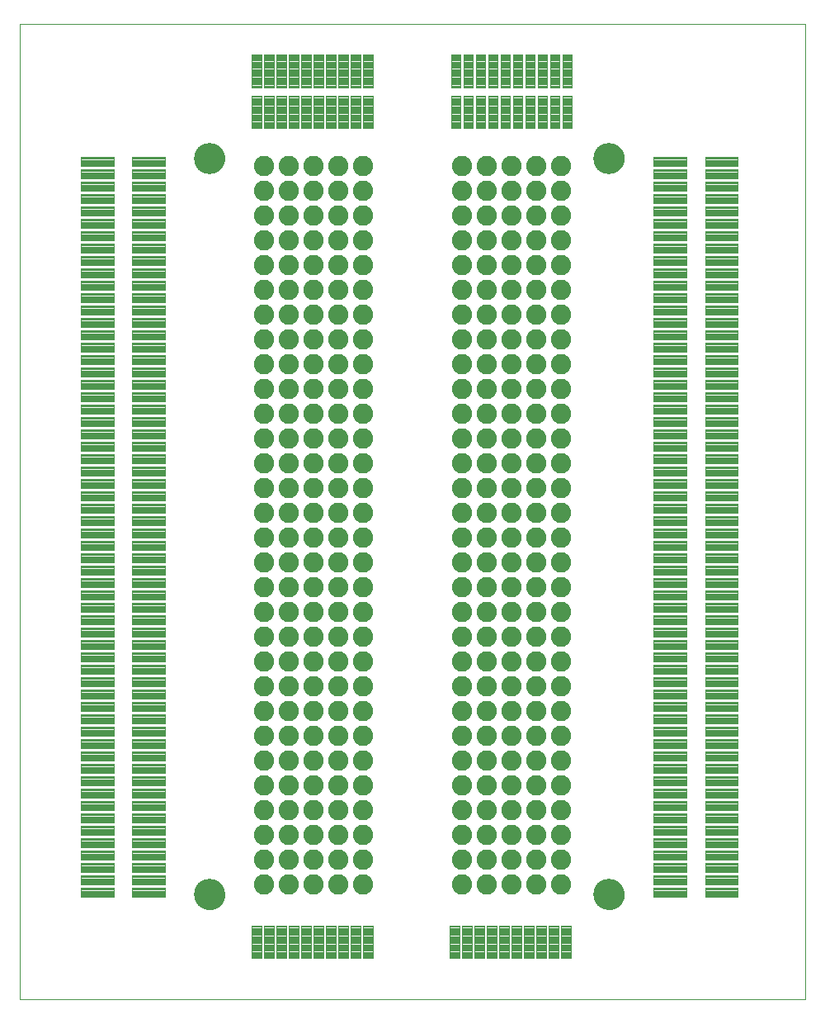
<source format=gbs>
G75*
%MOIN*%
%OFA0B0*%
%FSLAX25Y25*%
%IPPOS*%
%LPD*%
%AMOC8*
5,1,8,0,0,1.08239X$1,22.5*
%
%ADD10C,0.00000*%
%ADD11C,0.12611*%
%ADD12C,0.08200*%
%ADD13C,0.00373*%
D10*
X0001000Y0001000D02*
X0001000Y0394701D01*
X0318421Y0394701D01*
X0318421Y0001000D01*
X0001000Y0001000D01*
X0071897Y0043402D02*
X0071899Y0043555D01*
X0071905Y0043709D01*
X0071915Y0043862D01*
X0071929Y0044014D01*
X0071947Y0044167D01*
X0071969Y0044318D01*
X0071994Y0044469D01*
X0072024Y0044620D01*
X0072058Y0044770D01*
X0072095Y0044918D01*
X0072136Y0045066D01*
X0072181Y0045212D01*
X0072230Y0045358D01*
X0072283Y0045502D01*
X0072339Y0045644D01*
X0072399Y0045785D01*
X0072463Y0045925D01*
X0072530Y0046063D01*
X0072601Y0046199D01*
X0072676Y0046333D01*
X0072753Y0046465D01*
X0072835Y0046595D01*
X0072919Y0046723D01*
X0073007Y0046849D01*
X0073098Y0046972D01*
X0073192Y0047093D01*
X0073290Y0047211D01*
X0073390Y0047327D01*
X0073494Y0047440D01*
X0073600Y0047551D01*
X0073709Y0047659D01*
X0073821Y0047764D01*
X0073935Y0047865D01*
X0074053Y0047964D01*
X0074172Y0048060D01*
X0074294Y0048153D01*
X0074419Y0048242D01*
X0074546Y0048329D01*
X0074675Y0048411D01*
X0074806Y0048491D01*
X0074939Y0048567D01*
X0075074Y0048640D01*
X0075211Y0048709D01*
X0075350Y0048774D01*
X0075490Y0048836D01*
X0075632Y0048894D01*
X0075775Y0048949D01*
X0075920Y0049000D01*
X0076066Y0049047D01*
X0076213Y0049090D01*
X0076361Y0049129D01*
X0076510Y0049165D01*
X0076660Y0049196D01*
X0076811Y0049224D01*
X0076962Y0049248D01*
X0077115Y0049268D01*
X0077267Y0049284D01*
X0077420Y0049296D01*
X0077573Y0049304D01*
X0077726Y0049308D01*
X0077880Y0049308D01*
X0078033Y0049304D01*
X0078186Y0049296D01*
X0078339Y0049284D01*
X0078491Y0049268D01*
X0078644Y0049248D01*
X0078795Y0049224D01*
X0078946Y0049196D01*
X0079096Y0049165D01*
X0079245Y0049129D01*
X0079393Y0049090D01*
X0079540Y0049047D01*
X0079686Y0049000D01*
X0079831Y0048949D01*
X0079974Y0048894D01*
X0080116Y0048836D01*
X0080256Y0048774D01*
X0080395Y0048709D01*
X0080532Y0048640D01*
X0080667Y0048567D01*
X0080800Y0048491D01*
X0080931Y0048411D01*
X0081060Y0048329D01*
X0081187Y0048242D01*
X0081312Y0048153D01*
X0081434Y0048060D01*
X0081553Y0047964D01*
X0081671Y0047865D01*
X0081785Y0047764D01*
X0081897Y0047659D01*
X0082006Y0047551D01*
X0082112Y0047440D01*
X0082216Y0047327D01*
X0082316Y0047211D01*
X0082414Y0047093D01*
X0082508Y0046972D01*
X0082599Y0046849D01*
X0082687Y0046723D01*
X0082771Y0046595D01*
X0082853Y0046465D01*
X0082930Y0046333D01*
X0083005Y0046199D01*
X0083076Y0046063D01*
X0083143Y0045925D01*
X0083207Y0045785D01*
X0083267Y0045644D01*
X0083323Y0045502D01*
X0083376Y0045358D01*
X0083425Y0045212D01*
X0083470Y0045066D01*
X0083511Y0044918D01*
X0083548Y0044770D01*
X0083582Y0044620D01*
X0083612Y0044469D01*
X0083637Y0044318D01*
X0083659Y0044167D01*
X0083677Y0044014D01*
X0083691Y0043862D01*
X0083701Y0043709D01*
X0083707Y0043555D01*
X0083709Y0043402D01*
X0083707Y0043249D01*
X0083701Y0043095D01*
X0083691Y0042942D01*
X0083677Y0042790D01*
X0083659Y0042637D01*
X0083637Y0042486D01*
X0083612Y0042335D01*
X0083582Y0042184D01*
X0083548Y0042034D01*
X0083511Y0041886D01*
X0083470Y0041738D01*
X0083425Y0041592D01*
X0083376Y0041446D01*
X0083323Y0041302D01*
X0083267Y0041160D01*
X0083207Y0041019D01*
X0083143Y0040879D01*
X0083076Y0040741D01*
X0083005Y0040605D01*
X0082930Y0040471D01*
X0082853Y0040339D01*
X0082771Y0040209D01*
X0082687Y0040081D01*
X0082599Y0039955D01*
X0082508Y0039832D01*
X0082414Y0039711D01*
X0082316Y0039593D01*
X0082216Y0039477D01*
X0082112Y0039364D01*
X0082006Y0039253D01*
X0081897Y0039145D01*
X0081785Y0039040D01*
X0081671Y0038939D01*
X0081553Y0038840D01*
X0081434Y0038744D01*
X0081312Y0038651D01*
X0081187Y0038562D01*
X0081060Y0038475D01*
X0080931Y0038393D01*
X0080800Y0038313D01*
X0080667Y0038237D01*
X0080532Y0038164D01*
X0080395Y0038095D01*
X0080256Y0038030D01*
X0080116Y0037968D01*
X0079974Y0037910D01*
X0079831Y0037855D01*
X0079686Y0037804D01*
X0079540Y0037757D01*
X0079393Y0037714D01*
X0079245Y0037675D01*
X0079096Y0037639D01*
X0078946Y0037608D01*
X0078795Y0037580D01*
X0078644Y0037556D01*
X0078491Y0037536D01*
X0078339Y0037520D01*
X0078186Y0037508D01*
X0078033Y0037500D01*
X0077880Y0037496D01*
X0077726Y0037496D01*
X0077573Y0037500D01*
X0077420Y0037508D01*
X0077267Y0037520D01*
X0077115Y0037536D01*
X0076962Y0037556D01*
X0076811Y0037580D01*
X0076660Y0037608D01*
X0076510Y0037639D01*
X0076361Y0037675D01*
X0076213Y0037714D01*
X0076066Y0037757D01*
X0075920Y0037804D01*
X0075775Y0037855D01*
X0075632Y0037910D01*
X0075490Y0037968D01*
X0075350Y0038030D01*
X0075211Y0038095D01*
X0075074Y0038164D01*
X0074939Y0038237D01*
X0074806Y0038313D01*
X0074675Y0038393D01*
X0074546Y0038475D01*
X0074419Y0038562D01*
X0074294Y0038651D01*
X0074172Y0038744D01*
X0074053Y0038840D01*
X0073935Y0038939D01*
X0073821Y0039040D01*
X0073709Y0039145D01*
X0073600Y0039253D01*
X0073494Y0039364D01*
X0073390Y0039477D01*
X0073290Y0039593D01*
X0073192Y0039711D01*
X0073098Y0039832D01*
X0073007Y0039955D01*
X0072919Y0040081D01*
X0072835Y0040209D01*
X0072753Y0040339D01*
X0072676Y0040471D01*
X0072601Y0040605D01*
X0072530Y0040741D01*
X0072463Y0040879D01*
X0072399Y0041019D01*
X0072339Y0041160D01*
X0072283Y0041302D01*
X0072230Y0041446D01*
X0072181Y0041592D01*
X0072136Y0041738D01*
X0072095Y0041886D01*
X0072058Y0042034D01*
X0072024Y0042184D01*
X0071994Y0042335D01*
X0071969Y0042486D01*
X0071947Y0042637D01*
X0071929Y0042790D01*
X0071915Y0042942D01*
X0071905Y0043095D01*
X0071899Y0043249D01*
X0071897Y0043402D01*
X0233314Y0043402D02*
X0233316Y0043555D01*
X0233322Y0043709D01*
X0233332Y0043862D01*
X0233346Y0044014D01*
X0233364Y0044167D01*
X0233386Y0044318D01*
X0233411Y0044469D01*
X0233441Y0044620D01*
X0233475Y0044770D01*
X0233512Y0044918D01*
X0233553Y0045066D01*
X0233598Y0045212D01*
X0233647Y0045358D01*
X0233700Y0045502D01*
X0233756Y0045644D01*
X0233816Y0045785D01*
X0233880Y0045925D01*
X0233947Y0046063D01*
X0234018Y0046199D01*
X0234093Y0046333D01*
X0234170Y0046465D01*
X0234252Y0046595D01*
X0234336Y0046723D01*
X0234424Y0046849D01*
X0234515Y0046972D01*
X0234609Y0047093D01*
X0234707Y0047211D01*
X0234807Y0047327D01*
X0234911Y0047440D01*
X0235017Y0047551D01*
X0235126Y0047659D01*
X0235238Y0047764D01*
X0235352Y0047865D01*
X0235470Y0047964D01*
X0235589Y0048060D01*
X0235711Y0048153D01*
X0235836Y0048242D01*
X0235963Y0048329D01*
X0236092Y0048411D01*
X0236223Y0048491D01*
X0236356Y0048567D01*
X0236491Y0048640D01*
X0236628Y0048709D01*
X0236767Y0048774D01*
X0236907Y0048836D01*
X0237049Y0048894D01*
X0237192Y0048949D01*
X0237337Y0049000D01*
X0237483Y0049047D01*
X0237630Y0049090D01*
X0237778Y0049129D01*
X0237927Y0049165D01*
X0238077Y0049196D01*
X0238228Y0049224D01*
X0238379Y0049248D01*
X0238532Y0049268D01*
X0238684Y0049284D01*
X0238837Y0049296D01*
X0238990Y0049304D01*
X0239143Y0049308D01*
X0239297Y0049308D01*
X0239450Y0049304D01*
X0239603Y0049296D01*
X0239756Y0049284D01*
X0239908Y0049268D01*
X0240061Y0049248D01*
X0240212Y0049224D01*
X0240363Y0049196D01*
X0240513Y0049165D01*
X0240662Y0049129D01*
X0240810Y0049090D01*
X0240957Y0049047D01*
X0241103Y0049000D01*
X0241248Y0048949D01*
X0241391Y0048894D01*
X0241533Y0048836D01*
X0241673Y0048774D01*
X0241812Y0048709D01*
X0241949Y0048640D01*
X0242084Y0048567D01*
X0242217Y0048491D01*
X0242348Y0048411D01*
X0242477Y0048329D01*
X0242604Y0048242D01*
X0242729Y0048153D01*
X0242851Y0048060D01*
X0242970Y0047964D01*
X0243088Y0047865D01*
X0243202Y0047764D01*
X0243314Y0047659D01*
X0243423Y0047551D01*
X0243529Y0047440D01*
X0243633Y0047327D01*
X0243733Y0047211D01*
X0243831Y0047093D01*
X0243925Y0046972D01*
X0244016Y0046849D01*
X0244104Y0046723D01*
X0244188Y0046595D01*
X0244270Y0046465D01*
X0244347Y0046333D01*
X0244422Y0046199D01*
X0244493Y0046063D01*
X0244560Y0045925D01*
X0244624Y0045785D01*
X0244684Y0045644D01*
X0244740Y0045502D01*
X0244793Y0045358D01*
X0244842Y0045212D01*
X0244887Y0045066D01*
X0244928Y0044918D01*
X0244965Y0044770D01*
X0244999Y0044620D01*
X0245029Y0044469D01*
X0245054Y0044318D01*
X0245076Y0044167D01*
X0245094Y0044014D01*
X0245108Y0043862D01*
X0245118Y0043709D01*
X0245124Y0043555D01*
X0245126Y0043402D01*
X0245124Y0043249D01*
X0245118Y0043095D01*
X0245108Y0042942D01*
X0245094Y0042790D01*
X0245076Y0042637D01*
X0245054Y0042486D01*
X0245029Y0042335D01*
X0244999Y0042184D01*
X0244965Y0042034D01*
X0244928Y0041886D01*
X0244887Y0041738D01*
X0244842Y0041592D01*
X0244793Y0041446D01*
X0244740Y0041302D01*
X0244684Y0041160D01*
X0244624Y0041019D01*
X0244560Y0040879D01*
X0244493Y0040741D01*
X0244422Y0040605D01*
X0244347Y0040471D01*
X0244270Y0040339D01*
X0244188Y0040209D01*
X0244104Y0040081D01*
X0244016Y0039955D01*
X0243925Y0039832D01*
X0243831Y0039711D01*
X0243733Y0039593D01*
X0243633Y0039477D01*
X0243529Y0039364D01*
X0243423Y0039253D01*
X0243314Y0039145D01*
X0243202Y0039040D01*
X0243088Y0038939D01*
X0242970Y0038840D01*
X0242851Y0038744D01*
X0242729Y0038651D01*
X0242604Y0038562D01*
X0242477Y0038475D01*
X0242348Y0038393D01*
X0242217Y0038313D01*
X0242084Y0038237D01*
X0241949Y0038164D01*
X0241812Y0038095D01*
X0241673Y0038030D01*
X0241533Y0037968D01*
X0241391Y0037910D01*
X0241248Y0037855D01*
X0241103Y0037804D01*
X0240957Y0037757D01*
X0240810Y0037714D01*
X0240662Y0037675D01*
X0240513Y0037639D01*
X0240363Y0037608D01*
X0240212Y0037580D01*
X0240061Y0037556D01*
X0239908Y0037536D01*
X0239756Y0037520D01*
X0239603Y0037508D01*
X0239450Y0037500D01*
X0239297Y0037496D01*
X0239143Y0037496D01*
X0238990Y0037500D01*
X0238837Y0037508D01*
X0238684Y0037520D01*
X0238532Y0037536D01*
X0238379Y0037556D01*
X0238228Y0037580D01*
X0238077Y0037608D01*
X0237927Y0037639D01*
X0237778Y0037675D01*
X0237630Y0037714D01*
X0237483Y0037757D01*
X0237337Y0037804D01*
X0237192Y0037855D01*
X0237049Y0037910D01*
X0236907Y0037968D01*
X0236767Y0038030D01*
X0236628Y0038095D01*
X0236491Y0038164D01*
X0236356Y0038237D01*
X0236223Y0038313D01*
X0236092Y0038393D01*
X0235963Y0038475D01*
X0235836Y0038562D01*
X0235711Y0038651D01*
X0235589Y0038744D01*
X0235470Y0038840D01*
X0235352Y0038939D01*
X0235238Y0039040D01*
X0235126Y0039145D01*
X0235017Y0039253D01*
X0234911Y0039364D01*
X0234807Y0039477D01*
X0234707Y0039593D01*
X0234609Y0039711D01*
X0234515Y0039832D01*
X0234424Y0039955D01*
X0234336Y0040081D01*
X0234252Y0040209D01*
X0234170Y0040339D01*
X0234093Y0040471D01*
X0234018Y0040605D01*
X0233947Y0040741D01*
X0233880Y0040879D01*
X0233816Y0041019D01*
X0233756Y0041160D01*
X0233700Y0041302D01*
X0233647Y0041446D01*
X0233598Y0041592D01*
X0233553Y0041738D01*
X0233512Y0041886D01*
X0233475Y0042034D01*
X0233441Y0042184D01*
X0233411Y0042335D01*
X0233386Y0042486D01*
X0233364Y0042637D01*
X0233346Y0042790D01*
X0233332Y0042942D01*
X0233322Y0043095D01*
X0233316Y0043249D01*
X0233314Y0043402D01*
X0233314Y0340646D02*
X0233316Y0340799D01*
X0233322Y0340953D01*
X0233332Y0341106D01*
X0233346Y0341258D01*
X0233364Y0341411D01*
X0233386Y0341562D01*
X0233411Y0341713D01*
X0233441Y0341864D01*
X0233475Y0342014D01*
X0233512Y0342162D01*
X0233553Y0342310D01*
X0233598Y0342456D01*
X0233647Y0342602D01*
X0233700Y0342746D01*
X0233756Y0342888D01*
X0233816Y0343029D01*
X0233880Y0343169D01*
X0233947Y0343307D01*
X0234018Y0343443D01*
X0234093Y0343577D01*
X0234170Y0343709D01*
X0234252Y0343839D01*
X0234336Y0343967D01*
X0234424Y0344093D01*
X0234515Y0344216D01*
X0234609Y0344337D01*
X0234707Y0344455D01*
X0234807Y0344571D01*
X0234911Y0344684D01*
X0235017Y0344795D01*
X0235126Y0344903D01*
X0235238Y0345008D01*
X0235352Y0345109D01*
X0235470Y0345208D01*
X0235589Y0345304D01*
X0235711Y0345397D01*
X0235836Y0345486D01*
X0235963Y0345573D01*
X0236092Y0345655D01*
X0236223Y0345735D01*
X0236356Y0345811D01*
X0236491Y0345884D01*
X0236628Y0345953D01*
X0236767Y0346018D01*
X0236907Y0346080D01*
X0237049Y0346138D01*
X0237192Y0346193D01*
X0237337Y0346244D01*
X0237483Y0346291D01*
X0237630Y0346334D01*
X0237778Y0346373D01*
X0237927Y0346409D01*
X0238077Y0346440D01*
X0238228Y0346468D01*
X0238379Y0346492D01*
X0238532Y0346512D01*
X0238684Y0346528D01*
X0238837Y0346540D01*
X0238990Y0346548D01*
X0239143Y0346552D01*
X0239297Y0346552D01*
X0239450Y0346548D01*
X0239603Y0346540D01*
X0239756Y0346528D01*
X0239908Y0346512D01*
X0240061Y0346492D01*
X0240212Y0346468D01*
X0240363Y0346440D01*
X0240513Y0346409D01*
X0240662Y0346373D01*
X0240810Y0346334D01*
X0240957Y0346291D01*
X0241103Y0346244D01*
X0241248Y0346193D01*
X0241391Y0346138D01*
X0241533Y0346080D01*
X0241673Y0346018D01*
X0241812Y0345953D01*
X0241949Y0345884D01*
X0242084Y0345811D01*
X0242217Y0345735D01*
X0242348Y0345655D01*
X0242477Y0345573D01*
X0242604Y0345486D01*
X0242729Y0345397D01*
X0242851Y0345304D01*
X0242970Y0345208D01*
X0243088Y0345109D01*
X0243202Y0345008D01*
X0243314Y0344903D01*
X0243423Y0344795D01*
X0243529Y0344684D01*
X0243633Y0344571D01*
X0243733Y0344455D01*
X0243831Y0344337D01*
X0243925Y0344216D01*
X0244016Y0344093D01*
X0244104Y0343967D01*
X0244188Y0343839D01*
X0244270Y0343709D01*
X0244347Y0343577D01*
X0244422Y0343443D01*
X0244493Y0343307D01*
X0244560Y0343169D01*
X0244624Y0343029D01*
X0244684Y0342888D01*
X0244740Y0342746D01*
X0244793Y0342602D01*
X0244842Y0342456D01*
X0244887Y0342310D01*
X0244928Y0342162D01*
X0244965Y0342014D01*
X0244999Y0341864D01*
X0245029Y0341713D01*
X0245054Y0341562D01*
X0245076Y0341411D01*
X0245094Y0341258D01*
X0245108Y0341106D01*
X0245118Y0340953D01*
X0245124Y0340799D01*
X0245126Y0340646D01*
X0245124Y0340493D01*
X0245118Y0340339D01*
X0245108Y0340186D01*
X0245094Y0340034D01*
X0245076Y0339881D01*
X0245054Y0339730D01*
X0245029Y0339579D01*
X0244999Y0339428D01*
X0244965Y0339278D01*
X0244928Y0339130D01*
X0244887Y0338982D01*
X0244842Y0338836D01*
X0244793Y0338690D01*
X0244740Y0338546D01*
X0244684Y0338404D01*
X0244624Y0338263D01*
X0244560Y0338123D01*
X0244493Y0337985D01*
X0244422Y0337849D01*
X0244347Y0337715D01*
X0244270Y0337583D01*
X0244188Y0337453D01*
X0244104Y0337325D01*
X0244016Y0337199D01*
X0243925Y0337076D01*
X0243831Y0336955D01*
X0243733Y0336837D01*
X0243633Y0336721D01*
X0243529Y0336608D01*
X0243423Y0336497D01*
X0243314Y0336389D01*
X0243202Y0336284D01*
X0243088Y0336183D01*
X0242970Y0336084D01*
X0242851Y0335988D01*
X0242729Y0335895D01*
X0242604Y0335806D01*
X0242477Y0335719D01*
X0242348Y0335637D01*
X0242217Y0335557D01*
X0242084Y0335481D01*
X0241949Y0335408D01*
X0241812Y0335339D01*
X0241673Y0335274D01*
X0241533Y0335212D01*
X0241391Y0335154D01*
X0241248Y0335099D01*
X0241103Y0335048D01*
X0240957Y0335001D01*
X0240810Y0334958D01*
X0240662Y0334919D01*
X0240513Y0334883D01*
X0240363Y0334852D01*
X0240212Y0334824D01*
X0240061Y0334800D01*
X0239908Y0334780D01*
X0239756Y0334764D01*
X0239603Y0334752D01*
X0239450Y0334744D01*
X0239297Y0334740D01*
X0239143Y0334740D01*
X0238990Y0334744D01*
X0238837Y0334752D01*
X0238684Y0334764D01*
X0238532Y0334780D01*
X0238379Y0334800D01*
X0238228Y0334824D01*
X0238077Y0334852D01*
X0237927Y0334883D01*
X0237778Y0334919D01*
X0237630Y0334958D01*
X0237483Y0335001D01*
X0237337Y0335048D01*
X0237192Y0335099D01*
X0237049Y0335154D01*
X0236907Y0335212D01*
X0236767Y0335274D01*
X0236628Y0335339D01*
X0236491Y0335408D01*
X0236356Y0335481D01*
X0236223Y0335557D01*
X0236092Y0335637D01*
X0235963Y0335719D01*
X0235836Y0335806D01*
X0235711Y0335895D01*
X0235589Y0335988D01*
X0235470Y0336084D01*
X0235352Y0336183D01*
X0235238Y0336284D01*
X0235126Y0336389D01*
X0235017Y0336497D01*
X0234911Y0336608D01*
X0234807Y0336721D01*
X0234707Y0336837D01*
X0234609Y0336955D01*
X0234515Y0337076D01*
X0234424Y0337199D01*
X0234336Y0337325D01*
X0234252Y0337453D01*
X0234170Y0337583D01*
X0234093Y0337715D01*
X0234018Y0337849D01*
X0233947Y0337985D01*
X0233880Y0338123D01*
X0233816Y0338263D01*
X0233756Y0338404D01*
X0233700Y0338546D01*
X0233647Y0338690D01*
X0233598Y0338836D01*
X0233553Y0338982D01*
X0233512Y0339130D01*
X0233475Y0339278D01*
X0233441Y0339428D01*
X0233411Y0339579D01*
X0233386Y0339730D01*
X0233364Y0339881D01*
X0233346Y0340034D01*
X0233332Y0340186D01*
X0233322Y0340339D01*
X0233316Y0340493D01*
X0233314Y0340646D01*
X0071897Y0340646D02*
X0071899Y0340799D01*
X0071905Y0340953D01*
X0071915Y0341106D01*
X0071929Y0341258D01*
X0071947Y0341411D01*
X0071969Y0341562D01*
X0071994Y0341713D01*
X0072024Y0341864D01*
X0072058Y0342014D01*
X0072095Y0342162D01*
X0072136Y0342310D01*
X0072181Y0342456D01*
X0072230Y0342602D01*
X0072283Y0342746D01*
X0072339Y0342888D01*
X0072399Y0343029D01*
X0072463Y0343169D01*
X0072530Y0343307D01*
X0072601Y0343443D01*
X0072676Y0343577D01*
X0072753Y0343709D01*
X0072835Y0343839D01*
X0072919Y0343967D01*
X0073007Y0344093D01*
X0073098Y0344216D01*
X0073192Y0344337D01*
X0073290Y0344455D01*
X0073390Y0344571D01*
X0073494Y0344684D01*
X0073600Y0344795D01*
X0073709Y0344903D01*
X0073821Y0345008D01*
X0073935Y0345109D01*
X0074053Y0345208D01*
X0074172Y0345304D01*
X0074294Y0345397D01*
X0074419Y0345486D01*
X0074546Y0345573D01*
X0074675Y0345655D01*
X0074806Y0345735D01*
X0074939Y0345811D01*
X0075074Y0345884D01*
X0075211Y0345953D01*
X0075350Y0346018D01*
X0075490Y0346080D01*
X0075632Y0346138D01*
X0075775Y0346193D01*
X0075920Y0346244D01*
X0076066Y0346291D01*
X0076213Y0346334D01*
X0076361Y0346373D01*
X0076510Y0346409D01*
X0076660Y0346440D01*
X0076811Y0346468D01*
X0076962Y0346492D01*
X0077115Y0346512D01*
X0077267Y0346528D01*
X0077420Y0346540D01*
X0077573Y0346548D01*
X0077726Y0346552D01*
X0077880Y0346552D01*
X0078033Y0346548D01*
X0078186Y0346540D01*
X0078339Y0346528D01*
X0078491Y0346512D01*
X0078644Y0346492D01*
X0078795Y0346468D01*
X0078946Y0346440D01*
X0079096Y0346409D01*
X0079245Y0346373D01*
X0079393Y0346334D01*
X0079540Y0346291D01*
X0079686Y0346244D01*
X0079831Y0346193D01*
X0079974Y0346138D01*
X0080116Y0346080D01*
X0080256Y0346018D01*
X0080395Y0345953D01*
X0080532Y0345884D01*
X0080667Y0345811D01*
X0080800Y0345735D01*
X0080931Y0345655D01*
X0081060Y0345573D01*
X0081187Y0345486D01*
X0081312Y0345397D01*
X0081434Y0345304D01*
X0081553Y0345208D01*
X0081671Y0345109D01*
X0081785Y0345008D01*
X0081897Y0344903D01*
X0082006Y0344795D01*
X0082112Y0344684D01*
X0082216Y0344571D01*
X0082316Y0344455D01*
X0082414Y0344337D01*
X0082508Y0344216D01*
X0082599Y0344093D01*
X0082687Y0343967D01*
X0082771Y0343839D01*
X0082853Y0343709D01*
X0082930Y0343577D01*
X0083005Y0343443D01*
X0083076Y0343307D01*
X0083143Y0343169D01*
X0083207Y0343029D01*
X0083267Y0342888D01*
X0083323Y0342746D01*
X0083376Y0342602D01*
X0083425Y0342456D01*
X0083470Y0342310D01*
X0083511Y0342162D01*
X0083548Y0342014D01*
X0083582Y0341864D01*
X0083612Y0341713D01*
X0083637Y0341562D01*
X0083659Y0341411D01*
X0083677Y0341258D01*
X0083691Y0341106D01*
X0083701Y0340953D01*
X0083707Y0340799D01*
X0083709Y0340646D01*
X0083707Y0340493D01*
X0083701Y0340339D01*
X0083691Y0340186D01*
X0083677Y0340034D01*
X0083659Y0339881D01*
X0083637Y0339730D01*
X0083612Y0339579D01*
X0083582Y0339428D01*
X0083548Y0339278D01*
X0083511Y0339130D01*
X0083470Y0338982D01*
X0083425Y0338836D01*
X0083376Y0338690D01*
X0083323Y0338546D01*
X0083267Y0338404D01*
X0083207Y0338263D01*
X0083143Y0338123D01*
X0083076Y0337985D01*
X0083005Y0337849D01*
X0082930Y0337715D01*
X0082853Y0337583D01*
X0082771Y0337453D01*
X0082687Y0337325D01*
X0082599Y0337199D01*
X0082508Y0337076D01*
X0082414Y0336955D01*
X0082316Y0336837D01*
X0082216Y0336721D01*
X0082112Y0336608D01*
X0082006Y0336497D01*
X0081897Y0336389D01*
X0081785Y0336284D01*
X0081671Y0336183D01*
X0081553Y0336084D01*
X0081434Y0335988D01*
X0081312Y0335895D01*
X0081187Y0335806D01*
X0081060Y0335719D01*
X0080931Y0335637D01*
X0080800Y0335557D01*
X0080667Y0335481D01*
X0080532Y0335408D01*
X0080395Y0335339D01*
X0080256Y0335274D01*
X0080116Y0335212D01*
X0079974Y0335154D01*
X0079831Y0335099D01*
X0079686Y0335048D01*
X0079540Y0335001D01*
X0079393Y0334958D01*
X0079245Y0334919D01*
X0079096Y0334883D01*
X0078946Y0334852D01*
X0078795Y0334824D01*
X0078644Y0334800D01*
X0078491Y0334780D01*
X0078339Y0334764D01*
X0078186Y0334752D01*
X0078033Y0334744D01*
X0077880Y0334740D01*
X0077726Y0334740D01*
X0077573Y0334744D01*
X0077420Y0334752D01*
X0077267Y0334764D01*
X0077115Y0334780D01*
X0076962Y0334800D01*
X0076811Y0334824D01*
X0076660Y0334852D01*
X0076510Y0334883D01*
X0076361Y0334919D01*
X0076213Y0334958D01*
X0076066Y0335001D01*
X0075920Y0335048D01*
X0075775Y0335099D01*
X0075632Y0335154D01*
X0075490Y0335212D01*
X0075350Y0335274D01*
X0075211Y0335339D01*
X0075074Y0335408D01*
X0074939Y0335481D01*
X0074806Y0335557D01*
X0074675Y0335637D01*
X0074546Y0335719D01*
X0074419Y0335806D01*
X0074294Y0335895D01*
X0074172Y0335988D01*
X0074053Y0336084D01*
X0073935Y0336183D01*
X0073821Y0336284D01*
X0073709Y0336389D01*
X0073600Y0336497D01*
X0073494Y0336608D01*
X0073390Y0336721D01*
X0073290Y0336837D01*
X0073192Y0336955D01*
X0073098Y0337076D01*
X0073007Y0337199D01*
X0072919Y0337325D01*
X0072835Y0337453D01*
X0072753Y0337583D01*
X0072676Y0337715D01*
X0072601Y0337849D01*
X0072530Y0337985D01*
X0072463Y0338123D01*
X0072399Y0338263D01*
X0072339Y0338404D01*
X0072283Y0338546D01*
X0072230Y0338690D01*
X0072181Y0338836D01*
X0072136Y0338982D01*
X0072095Y0339130D01*
X0072058Y0339278D01*
X0072024Y0339428D01*
X0071994Y0339579D01*
X0071969Y0339730D01*
X0071947Y0339881D01*
X0071929Y0340034D01*
X0071915Y0340186D01*
X0071905Y0340339D01*
X0071899Y0340493D01*
X0071897Y0340646D01*
D11*
X0077803Y0340646D03*
X0239220Y0340646D03*
X0239220Y0043402D03*
X0077803Y0043402D03*
D12*
X0099677Y0047457D03*
X0099677Y0057457D03*
X0099677Y0067457D03*
X0099677Y0077457D03*
X0099677Y0087457D03*
X0099677Y0097457D03*
X0099677Y0107457D03*
X0099677Y0117457D03*
X0099677Y0127457D03*
X0099677Y0137457D03*
X0099677Y0147457D03*
X0099677Y0157457D03*
X0099677Y0167457D03*
X0099677Y0177457D03*
X0099677Y0187457D03*
X0099677Y0197457D03*
X0099677Y0207457D03*
X0099677Y0217457D03*
X0099677Y0227457D03*
X0099677Y0237457D03*
X0099677Y0247457D03*
X0099677Y0257457D03*
X0099677Y0267457D03*
X0099677Y0277457D03*
X0099677Y0287457D03*
X0099677Y0297457D03*
X0099677Y0307457D03*
X0099677Y0317457D03*
X0099677Y0327457D03*
X0099677Y0337457D03*
X0109677Y0337457D03*
X0119677Y0337457D03*
X0129677Y0337457D03*
X0139677Y0337457D03*
X0139677Y0327457D03*
X0139677Y0317457D03*
X0129677Y0317457D03*
X0129677Y0327457D03*
X0119677Y0327457D03*
X0119677Y0317457D03*
X0109677Y0317457D03*
X0109677Y0327457D03*
X0109677Y0307457D03*
X0109677Y0297457D03*
X0119677Y0297457D03*
X0119677Y0307457D03*
X0129677Y0307457D03*
X0129677Y0297457D03*
X0139677Y0297457D03*
X0139677Y0307457D03*
X0139677Y0287457D03*
X0139677Y0277457D03*
X0129677Y0277457D03*
X0129677Y0287457D03*
X0119677Y0287457D03*
X0119677Y0277457D03*
X0109677Y0277457D03*
X0109677Y0287457D03*
X0109677Y0267457D03*
X0109677Y0257457D03*
X0119677Y0257457D03*
X0119677Y0267457D03*
X0129677Y0267457D03*
X0129677Y0257457D03*
X0139677Y0257457D03*
X0139677Y0267457D03*
X0139677Y0247457D03*
X0139677Y0237457D03*
X0129677Y0237457D03*
X0129677Y0247457D03*
X0119677Y0247457D03*
X0119677Y0237457D03*
X0109677Y0237457D03*
X0109677Y0247457D03*
X0109677Y0227457D03*
X0119677Y0227457D03*
X0129677Y0227457D03*
X0139677Y0227457D03*
X0139677Y0217457D03*
X0139677Y0207457D03*
X0129677Y0207457D03*
X0129677Y0217457D03*
X0119677Y0217457D03*
X0119677Y0207457D03*
X0109677Y0207457D03*
X0109677Y0217457D03*
X0109677Y0197457D03*
X0109677Y0187457D03*
X0119677Y0187457D03*
X0119677Y0197457D03*
X0129677Y0197457D03*
X0129677Y0187457D03*
X0139677Y0187457D03*
X0139677Y0197457D03*
X0139677Y0177457D03*
X0139677Y0167457D03*
X0129677Y0167457D03*
X0129677Y0177457D03*
X0119677Y0177457D03*
X0119677Y0167457D03*
X0109677Y0167457D03*
X0109677Y0177457D03*
X0109677Y0157457D03*
X0109677Y0147457D03*
X0119677Y0147457D03*
X0119677Y0157457D03*
X0129677Y0157457D03*
X0129677Y0147457D03*
X0139677Y0147457D03*
X0139677Y0157457D03*
X0139677Y0137457D03*
X0139677Y0127457D03*
X0129677Y0127457D03*
X0129677Y0137457D03*
X0119677Y0137457D03*
X0119677Y0127457D03*
X0109677Y0127457D03*
X0109677Y0137457D03*
X0109677Y0117457D03*
X0109677Y0107457D03*
X0119677Y0107457D03*
X0119677Y0117457D03*
X0129677Y0117457D03*
X0129677Y0107457D03*
X0139677Y0107457D03*
X0139677Y0117457D03*
X0139677Y0097457D03*
X0139677Y0087457D03*
X0129677Y0087457D03*
X0129677Y0097457D03*
X0119677Y0097457D03*
X0119677Y0087457D03*
X0109677Y0087457D03*
X0109677Y0097457D03*
X0109677Y0077457D03*
X0109677Y0067457D03*
X0119677Y0067457D03*
X0119677Y0077457D03*
X0129677Y0077457D03*
X0129677Y0067457D03*
X0139677Y0067457D03*
X0139677Y0077457D03*
X0139677Y0057457D03*
X0129677Y0057457D03*
X0119677Y0057457D03*
X0109677Y0057457D03*
X0109677Y0047457D03*
X0119677Y0047457D03*
X0129677Y0047457D03*
X0139677Y0047457D03*
X0179677Y0047457D03*
X0179677Y0057457D03*
X0179677Y0067457D03*
X0179677Y0077457D03*
X0179677Y0087457D03*
X0179677Y0097457D03*
X0179677Y0107457D03*
X0179677Y0117457D03*
X0179677Y0127457D03*
X0179677Y0137457D03*
X0179677Y0147457D03*
X0179677Y0157457D03*
X0179677Y0167457D03*
X0179677Y0177457D03*
X0179677Y0187457D03*
X0179677Y0197457D03*
X0179677Y0207457D03*
X0179677Y0217457D03*
X0179677Y0227457D03*
X0179677Y0237457D03*
X0179677Y0247457D03*
X0179677Y0257457D03*
X0179677Y0267457D03*
X0179677Y0277457D03*
X0179677Y0287457D03*
X0179677Y0297457D03*
X0179677Y0307457D03*
X0179677Y0317457D03*
X0179677Y0327457D03*
X0179677Y0337457D03*
X0189677Y0337457D03*
X0199677Y0337457D03*
X0209677Y0337457D03*
X0219677Y0337457D03*
X0219677Y0327457D03*
X0219677Y0317457D03*
X0209677Y0317457D03*
X0209677Y0327457D03*
X0199677Y0327457D03*
X0199677Y0317457D03*
X0189677Y0317457D03*
X0189677Y0327457D03*
X0189677Y0307457D03*
X0189677Y0297457D03*
X0199677Y0297457D03*
X0199677Y0307457D03*
X0209677Y0307457D03*
X0209677Y0297457D03*
X0219677Y0297457D03*
X0219677Y0307457D03*
X0219677Y0287457D03*
X0219677Y0277457D03*
X0209677Y0277457D03*
X0209677Y0287457D03*
X0199677Y0287457D03*
X0199677Y0277457D03*
X0189677Y0277457D03*
X0189677Y0287457D03*
X0189677Y0267457D03*
X0189677Y0257457D03*
X0199677Y0257457D03*
X0199677Y0267457D03*
X0209677Y0267457D03*
X0209677Y0257457D03*
X0219677Y0257457D03*
X0219677Y0267457D03*
X0219677Y0247457D03*
X0219677Y0237457D03*
X0209677Y0237457D03*
X0209677Y0247457D03*
X0199677Y0247457D03*
X0199677Y0237457D03*
X0189677Y0237457D03*
X0189677Y0247457D03*
X0189677Y0227457D03*
X0199677Y0227457D03*
X0209677Y0227457D03*
X0219677Y0227457D03*
X0219677Y0217457D03*
X0219677Y0207457D03*
X0209677Y0207457D03*
X0209677Y0217457D03*
X0199677Y0217457D03*
X0199677Y0207457D03*
X0189677Y0207457D03*
X0189677Y0217457D03*
X0189677Y0197457D03*
X0189677Y0187457D03*
X0199677Y0187457D03*
X0199677Y0197457D03*
X0209677Y0197457D03*
X0209677Y0187457D03*
X0219677Y0187457D03*
X0219677Y0197457D03*
X0219677Y0177457D03*
X0219677Y0167457D03*
X0209677Y0167457D03*
X0209677Y0177457D03*
X0199677Y0177457D03*
X0199677Y0167457D03*
X0189677Y0167457D03*
X0189677Y0177457D03*
X0189677Y0157457D03*
X0189677Y0147457D03*
X0199677Y0147457D03*
X0199677Y0157457D03*
X0209677Y0157457D03*
X0209677Y0147457D03*
X0219677Y0147457D03*
X0219677Y0157457D03*
X0219677Y0137457D03*
X0219677Y0127457D03*
X0209677Y0127457D03*
X0209677Y0137457D03*
X0199677Y0137457D03*
X0199677Y0127457D03*
X0189677Y0127457D03*
X0189677Y0137457D03*
X0189677Y0117457D03*
X0189677Y0107457D03*
X0199677Y0107457D03*
X0199677Y0117457D03*
X0209677Y0117457D03*
X0209677Y0107457D03*
X0219677Y0107457D03*
X0219677Y0117457D03*
X0219677Y0097457D03*
X0219677Y0087457D03*
X0209677Y0087457D03*
X0209677Y0097457D03*
X0199677Y0097457D03*
X0199677Y0087457D03*
X0189677Y0087457D03*
X0189677Y0097457D03*
X0189677Y0077457D03*
X0189677Y0067457D03*
X0199677Y0067457D03*
X0199677Y0077457D03*
X0209677Y0077457D03*
X0209677Y0067457D03*
X0219677Y0067457D03*
X0219677Y0077457D03*
X0219677Y0057457D03*
X0209677Y0057457D03*
X0199677Y0057457D03*
X0189677Y0057457D03*
X0189677Y0047457D03*
X0199677Y0047457D03*
X0209677Y0047457D03*
X0219677Y0047457D03*
D13*
X0219845Y0030934D02*
X0219845Y0017712D01*
X0219845Y0030934D02*
X0223619Y0030934D01*
X0223619Y0017712D01*
X0219845Y0017712D01*
X0219845Y0018084D02*
X0223619Y0018084D01*
X0223619Y0018456D02*
X0219845Y0018456D01*
X0219845Y0018828D02*
X0223619Y0018828D01*
X0223619Y0019200D02*
X0219845Y0019200D01*
X0219845Y0019572D02*
X0223619Y0019572D01*
X0223619Y0019944D02*
X0219845Y0019944D01*
X0219845Y0020316D02*
X0223619Y0020316D01*
X0223619Y0020688D02*
X0219845Y0020688D01*
X0219845Y0021060D02*
X0223619Y0021060D01*
X0223619Y0021432D02*
X0219845Y0021432D01*
X0219845Y0021804D02*
X0223619Y0021804D01*
X0223619Y0022176D02*
X0219845Y0022176D01*
X0219845Y0022548D02*
X0223619Y0022548D01*
X0223619Y0022920D02*
X0219845Y0022920D01*
X0219845Y0023292D02*
X0223619Y0023292D01*
X0223619Y0023664D02*
X0219845Y0023664D01*
X0219845Y0024036D02*
X0223619Y0024036D01*
X0223619Y0024408D02*
X0219845Y0024408D01*
X0219845Y0024780D02*
X0223619Y0024780D01*
X0223619Y0025152D02*
X0219845Y0025152D01*
X0219845Y0025524D02*
X0223619Y0025524D01*
X0223619Y0025896D02*
X0219845Y0025896D01*
X0219845Y0026268D02*
X0223619Y0026268D01*
X0223619Y0026640D02*
X0219845Y0026640D01*
X0219845Y0027012D02*
X0223619Y0027012D01*
X0223619Y0027384D02*
X0219845Y0027384D01*
X0219845Y0027756D02*
X0223619Y0027756D01*
X0223619Y0028128D02*
X0219845Y0028128D01*
X0219845Y0028500D02*
X0223619Y0028500D01*
X0223619Y0028872D02*
X0219845Y0028872D01*
X0219845Y0029244D02*
X0223619Y0029244D01*
X0223619Y0029616D02*
X0219845Y0029616D01*
X0219845Y0029988D02*
X0223619Y0029988D01*
X0223619Y0030360D02*
X0219845Y0030360D01*
X0219845Y0030732D02*
X0223619Y0030732D01*
X0214845Y0030934D02*
X0214845Y0017712D01*
X0214845Y0030934D02*
X0218619Y0030934D01*
X0218619Y0017712D01*
X0214845Y0017712D01*
X0214845Y0018084D02*
X0218619Y0018084D01*
X0218619Y0018456D02*
X0214845Y0018456D01*
X0214845Y0018828D02*
X0218619Y0018828D01*
X0218619Y0019200D02*
X0214845Y0019200D01*
X0214845Y0019572D02*
X0218619Y0019572D01*
X0218619Y0019944D02*
X0214845Y0019944D01*
X0214845Y0020316D02*
X0218619Y0020316D01*
X0218619Y0020688D02*
X0214845Y0020688D01*
X0214845Y0021060D02*
X0218619Y0021060D01*
X0218619Y0021432D02*
X0214845Y0021432D01*
X0214845Y0021804D02*
X0218619Y0021804D01*
X0218619Y0022176D02*
X0214845Y0022176D01*
X0214845Y0022548D02*
X0218619Y0022548D01*
X0218619Y0022920D02*
X0214845Y0022920D01*
X0214845Y0023292D02*
X0218619Y0023292D01*
X0218619Y0023664D02*
X0214845Y0023664D01*
X0214845Y0024036D02*
X0218619Y0024036D01*
X0218619Y0024408D02*
X0214845Y0024408D01*
X0214845Y0024780D02*
X0218619Y0024780D01*
X0218619Y0025152D02*
X0214845Y0025152D01*
X0214845Y0025524D02*
X0218619Y0025524D01*
X0218619Y0025896D02*
X0214845Y0025896D01*
X0214845Y0026268D02*
X0218619Y0026268D01*
X0218619Y0026640D02*
X0214845Y0026640D01*
X0214845Y0027012D02*
X0218619Y0027012D01*
X0218619Y0027384D02*
X0214845Y0027384D01*
X0214845Y0027756D02*
X0218619Y0027756D01*
X0218619Y0028128D02*
X0214845Y0028128D01*
X0214845Y0028500D02*
X0218619Y0028500D01*
X0218619Y0028872D02*
X0214845Y0028872D01*
X0214845Y0029244D02*
X0218619Y0029244D01*
X0218619Y0029616D02*
X0214845Y0029616D01*
X0214845Y0029988D02*
X0218619Y0029988D01*
X0218619Y0030360D02*
X0214845Y0030360D01*
X0214845Y0030732D02*
X0218619Y0030732D01*
X0209845Y0030934D02*
X0209845Y0017712D01*
X0209845Y0030934D02*
X0213619Y0030934D01*
X0213619Y0017712D01*
X0209845Y0017712D01*
X0209845Y0018084D02*
X0213619Y0018084D01*
X0213619Y0018456D02*
X0209845Y0018456D01*
X0209845Y0018828D02*
X0213619Y0018828D01*
X0213619Y0019200D02*
X0209845Y0019200D01*
X0209845Y0019572D02*
X0213619Y0019572D01*
X0213619Y0019944D02*
X0209845Y0019944D01*
X0209845Y0020316D02*
X0213619Y0020316D01*
X0213619Y0020688D02*
X0209845Y0020688D01*
X0209845Y0021060D02*
X0213619Y0021060D01*
X0213619Y0021432D02*
X0209845Y0021432D01*
X0209845Y0021804D02*
X0213619Y0021804D01*
X0213619Y0022176D02*
X0209845Y0022176D01*
X0209845Y0022548D02*
X0213619Y0022548D01*
X0213619Y0022920D02*
X0209845Y0022920D01*
X0209845Y0023292D02*
X0213619Y0023292D01*
X0213619Y0023664D02*
X0209845Y0023664D01*
X0209845Y0024036D02*
X0213619Y0024036D01*
X0213619Y0024408D02*
X0209845Y0024408D01*
X0209845Y0024780D02*
X0213619Y0024780D01*
X0213619Y0025152D02*
X0209845Y0025152D01*
X0209845Y0025524D02*
X0213619Y0025524D01*
X0213619Y0025896D02*
X0209845Y0025896D01*
X0209845Y0026268D02*
X0213619Y0026268D01*
X0213619Y0026640D02*
X0209845Y0026640D01*
X0209845Y0027012D02*
X0213619Y0027012D01*
X0213619Y0027384D02*
X0209845Y0027384D01*
X0209845Y0027756D02*
X0213619Y0027756D01*
X0213619Y0028128D02*
X0209845Y0028128D01*
X0209845Y0028500D02*
X0213619Y0028500D01*
X0213619Y0028872D02*
X0209845Y0028872D01*
X0209845Y0029244D02*
X0213619Y0029244D01*
X0213619Y0029616D02*
X0209845Y0029616D01*
X0209845Y0029988D02*
X0213619Y0029988D01*
X0213619Y0030360D02*
X0209845Y0030360D01*
X0209845Y0030732D02*
X0213619Y0030732D01*
X0204845Y0030934D02*
X0204845Y0017712D01*
X0204845Y0030934D02*
X0208619Y0030934D01*
X0208619Y0017712D01*
X0204845Y0017712D01*
X0204845Y0018084D02*
X0208619Y0018084D01*
X0208619Y0018456D02*
X0204845Y0018456D01*
X0204845Y0018828D02*
X0208619Y0018828D01*
X0208619Y0019200D02*
X0204845Y0019200D01*
X0204845Y0019572D02*
X0208619Y0019572D01*
X0208619Y0019944D02*
X0204845Y0019944D01*
X0204845Y0020316D02*
X0208619Y0020316D01*
X0208619Y0020688D02*
X0204845Y0020688D01*
X0204845Y0021060D02*
X0208619Y0021060D01*
X0208619Y0021432D02*
X0204845Y0021432D01*
X0204845Y0021804D02*
X0208619Y0021804D01*
X0208619Y0022176D02*
X0204845Y0022176D01*
X0204845Y0022548D02*
X0208619Y0022548D01*
X0208619Y0022920D02*
X0204845Y0022920D01*
X0204845Y0023292D02*
X0208619Y0023292D01*
X0208619Y0023664D02*
X0204845Y0023664D01*
X0204845Y0024036D02*
X0208619Y0024036D01*
X0208619Y0024408D02*
X0204845Y0024408D01*
X0204845Y0024780D02*
X0208619Y0024780D01*
X0208619Y0025152D02*
X0204845Y0025152D01*
X0204845Y0025524D02*
X0208619Y0025524D01*
X0208619Y0025896D02*
X0204845Y0025896D01*
X0204845Y0026268D02*
X0208619Y0026268D01*
X0208619Y0026640D02*
X0204845Y0026640D01*
X0204845Y0027012D02*
X0208619Y0027012D01*
X0208619Y0027384D02*
X0204845Y0027384D01*
X0204845Y0027756D02*
X0208619Y0027756D01*
X0208619Y0028128D02*
X0204845Y0028128D01*
X0204845Y0028500D02*
X0208619Y0028500D01*
X0208619Y0028872D02*
X0204845Y0028872D01*
X0204845Y0029244D02*
X0208619Y0029244D01*
X0208619Y0029616D02*
X0204845Y0029616D01*
X0204845Y0029988D02*
X0208619Y0029988D01*
X0208619Y0030360D02*
X0204845Y0030360D01*
X0204845Y0030732D02*
X0208619Y0030732D01*
X0199845Y0030934D02*
X0199845Y0017712D01*
X0199845Y0030934D02*
X0203619Y0030934D01*
X0203619Y0017712D01*
X0199845Y0017712D01*
X0199845Y0018084D02*
X0203619Y0018084D01*
X0203619Y0018456D02*
X0199845Y0018456D01*
X0199845Y0018828D02*
X0203619Y0018828D01*
X0203619Y0019200D02*
X0199845Y0019200D01*
X0199845Y0019572D02*
X0203619Y0019572D01*
X0203619Y0019944D02*
X0199845Y0019944D01*
X0199845Y0020316D02*
X0203619Y0020316D01*
X0203619Y0020688D02*
X0199845Y0020688D01*
X0199845Y0021060D02*
X0203619Y0021060D01*
X0203619Y0021432D02*
X0199845Y0021432D01*
X0199845Y0021804D02*
X0203619Y0021804D01*
X0203619Y0022176D02*
X0199845Y0022176D01*
X0199845Y0022548D02*
X0203619Y0022548D01*
X0203619Y0022920D02*
X0199845Y0022920D01*
X0199845Y0023292D02*
X0203619Y0023292D01*
X0203619Y0023664D02*
X0199845Y0023664D01*
X0199845Y0024036D02*
X0203619Y0024036D01*
X0203619Y0024408D02*
X0199845Y0024408D01*
X0199845Y0024780D02*
X0203619Y0024780D01*
X0203619Y0025152D02*
X0199845Y0025152D01*
X0199845Y0025524D02*
X0203619Y0025524D01*
X0203619Y0025896D02*
X0199845Y0025896D01*
X0199845Y0026268D02*
X0203619Y0026268D01*
X0203619Y0026640D02*
X0199845Y0026640D01*
X0199845Y0027012D02*
X0203619Y0027012D01*
X0203619Y0027384D02*
X0199845Y0027384D01*
X0199845Y0027756D02*
X0203619Y0027756D01*
X0203619Y0028128D02*
X0199845Y0028128D01*
X0199845Y0028500D02*
X0203619Y0028500D01*
X0203619Y0028872D02*
X0199845Y0028872D01*
X0199845Y0029244D02*
X0203619Y0029244D01*
X0203619Y0029616D02*
X0199845Y0029616D01*
X0199845Y0029988D02*
X0203619Y0029988D01*
X0203619Y0030360D02*
X0199845Y0030360D01*
X0199845Y0030732D02*
X0203619Y0030732D01*
X0194845Y0030934D02*
X0194845Y0017712D01*
X0194845Y0030934D02*
X0198619Y0030934D01*
X0198619Y0017712D01*
X0194845Y0017712D01*
X0194845Y0018084D02*
X0198619Y0018084D01*
X0198619Y0018456D02*
X0194845Y0018456D01*
X0194845Y0018828D02*
X0198619Y0018828D01*
X0198619Y0019200D02*
X0194845Y0019200D01*
X0194845Y0019572D02*
X0198619Y0019572D01*
X0198619Y0019944D02*
X0194845Y0019944D01*
X0194845Y0020316D02*
X0198619Y0020316D01*
X0198619Y0020688D02*
X0194845Y0020688D01*
X0194845Y0021060D02*
X0198619Y0021060D01*
X0198619Y0021432D02*
X0194845Y0021432D01*
X0194845Y0021804D02*
X0198619Y0021804D01*
X0198619Y0022176D02*
X0194845Y0022176D01*
X0194845Y0022548D02*
X0198619Y0022548D01*
X0198619Y0022920D02*
X0194845Y0022920D01*
X0194845Y0023292D02*
X0198619Y0023292D01*
X0198619Y0023664D02*
X0194845Y0023664D01*
X0194845Y0024036D02*
X0198619Y0024036D01*
X0198619Y0024408D02*
X0194845Y0024408D01*
X0194845Y0024780D02*
X0198619Y0024780D01*
X0198619Y0025152D02*
X0194845Y0025152D01*
X0194845Y0025524D02*
X0198619Y0025524D01*
X0198619Y0025896D02*
X0194845Y0025896D01*
X0194845Y0026268D02*
X0198619Y0026268D01*
X0198619Y0026640D02*
X0194845Y0026640D01*
X0194845Y0027012D02*
X0198619Y0027012D01*
X0198619Y0027384D02*
X0194845Y0027384D01*
X0194845Y0027756D02*
X0198619Y0027756D01*
X0198619Y0028128D02*
X0194845Y0028128D01*
X0194845Y0028500D02*
X0198619Y0028500D01*
X0198619Y0028872D02*
X0194845Y0028872D01*
X0194845Y0029244D02*
X0198619Y0029244D01*
X0198619Y0029616D02*
X0194845Y0029616D01*
X0194845Y0029988D02*
X0198619Y0029988D01*
X0198619Y0030360D02*
X0194845Y0030360D01*
X0194845Y0030732D02*
X0198619Y0030732D01*
X0189845Y0030934D02*
X0189845Y0017712D01*
X0189845Y0030934D02*
X0193619Y0030934D01*
X0193619Y0017712D01*
X0189845Y0017712D01*
X0189845Y0018084D02*
X0193619Y0018084D01*
X0193619Y0018456D02*
X0189845Y0018456D01*
X0189845Y0018828D02*
X0193619Y0018828D01*
X0193619Y0019200D02*
X0189845Y0019200D01*
X0189845Y0019572D02*
X0193619Y0019572D01*
X0193619Y0019944D02*
X0189845Y0019944D01*
X0189845Y0020316D02*
X0193619Y0020316D01*
X0193619Y0020688D02*
X0189845Y0020688D01*
X0189845Y0021060D02*
X0193619Y0021060D01*
X0193619Y0021432D02*
X0189845Y0021432D01*
X0189845Y0021804D02*
X0193619Y0021804D01*
X0193619Y0022176D02*
X0189845Y0022176D01*
X0189845Y0022548D02*
X0193619Y0022548D01*
X0193619Y0022920D02*
X0189845Y0022920D01*
X0189845Y0023292D02*
X0193619Y0023292D01*
X0193619Y0023664D02*
X0189845Y0023664D01*
X0189845Y0024036D02*
X0193619Y0024036D01*
X0193619Y0024408D02*
X0189845Y0024408D01*
X0189845Y0024780D02*
X0193619Y0024780D01*
X0193619Y0025152D02*
X0189845Y0025152D01*
X0189845Y0025524D02*
X0193619Y0025524D01*
X0193619Y0025896D02*
X0189845Y0025896D01*
X0189845Y0026268D02*
X0193619Y0026268D01*
X0193619Y0026640D02*
X0189845Y0026640D01*
X0189845Y0027012D02*
X0193619Y0027012D01*
X0193619Y0027384D02*
X0189845Y0027384D01*
X0189845Y0027756D02*
X0193619Y0027756D01*
X0193619Y0028128D02*
X0189845Y0028128D01*
X0189845Y0028500D02*
X0193619Y0028500D01*
X0193619Y0028872D02*
X0189845Y0028872D01*
X0189845Y0029244D02*
X0193619Y0029244D01*
X0193619Y0029616D02*
X0189845Y0029616D01*
X0189845Y0029988D02*
X0193619Y0029988D01*
X0193619Y0030360D02*
X0189845Y0030360D01*
X0189845Y0030732D02*
X0193619Y0030732D01*
X0184845Y0030934D02*
X0184845Y0017712D01*
X0184845Y0030934D02*
X0188619Y0030934D01*
X0188619Y0017712D01*
X0184845Y0017712D01*
X0184845Y0018084D02*
X0188619Y0018084D01*
X0188619Y0018456D02*
X0184845Y0018456D01*
X0184845Y0018828D02*
X0188619Y0018828D01*
X0188619Y0019200D02*
X0184845Y0019200D01*
X0184845Y0019572D02*
X0188619Y0019572D01*
X0188619Y0019944D02*
X0184845Y0019944D01*
X0184845Y0020316D02*
X0188619Y0020316D01*
X0188619Y0020688D02*
X0184845Y0020688D01*
X0184845Y0021060D02*
X0188619Y0021060D01*
X0188619Y0021432D02*
X0184845Y0021432D01*
X0184845Y0021804D02*
X0188619Y0021804D01*
X0188619Y0022176D02*
X0184845Y0022176D01*
X0184845Y0022548D02*
X0188619Y0022548D01*
X0188619Y0022920D02*
X0184845Y0022920D01*
X0184845Y0023292D02*
X0188619Y0023292D01*
X0188619Y0023664D02*
X0184845Y0023664D01*
X0184845Y0024036D02*
X0188619Y0024036D01*
X0188619Y0024408D02*
X0184845Y0024408D01*
X0184845Y0024780D02*
X0188619Y0024780D01*
X0188619Y0025152D02*
X0184845Y0025152D01*
X0184845Y0025524D02*
X0188619Y0025524D01*
X0188619Y0025896D02*
X0184845Y0025896D01*
X0184845Y0026268D02*
X0188619Y0026268D01*
X0188619Y0026640D02*
X0184845Y0026640D01*
X0184845Y0027012D02*
X0188619Y0027012D01*
X0188619Y0027384D02*
X0184845Y0027384D01*
X0184845Y0027756D02*
X0188619Y0027756D01*
X0188619Y0028128D02*
X0184845Y0028128D01*
X0184845Y0028500D02*
X0188619Y0028500D01*
X0188619Y0028872D02*
X0184845Y0028872D01*
X0184845Y0029244D02*
X0188619Y0029244D01*
X0188619Y0029616D02*
X0184845Y0029616D01*
X0184845Y0029988D02*
X0188619Y0029988D01*
X0188619Y0030360D02*
X0184845Y0030360D01*
X0184845Y0030732D02*
X0188619Y0030732D01*
X0179845Y0030934D02*
X0179845Y0017712D01*
X0179845Y0030934D02*
X0183619Y0030934D01*
X0183619Y0017712D01*
X0179845Y0017712D01*
X0179845Y0018084D02*
X0183619Y0018084D01*
X0183619Y0018456D02*
X0179845Y0018456D01*
X0179845Y0018828D02*
X0183619Y0018828D01*
X0183619Y0019200D02*
X0179845Y0019200D01*
X0179845Y0019572D02*
X0183619Y0019572D01*
X0183619Y0019944D02*
X0179845Y0019944D01*
X0179845Y0020316D02*
X0183619Y0020316D01*
X0183619Y0020688D02*
X0179845Y0020688D01*
X0179845Y0021060D02*
X0183619Y0021060D01*
X0183619Y0021432D02*
X0179845Y0021432D01*
X0179845Y0021804D02*
X0183619Y0021804D01*
X0183619Y0022176D02*
X0179845Y0022176D01*
X0179845Y0022548D02*
X0183619Y0022548D01*
X0183619Y0022920D02*
X0179845Y0022920D01*
X0179845Y0023292D02*
X0183619Y0023292D01*
X0183619Y0023664D02*
X0179845Y0023664D01*
X0179845Y0024036D02*
X0183619Y0024036D01*
X0183619Y0024408D02*
X0179845Y0024408D01*
X0179845Y0024780D02*
X0183619Y0024780D01*
X0183619Y0025152D02*
X0179845Y0025152D01*
X0179845Y0025524D02*
X0183619Y0025524D01*
X0183619Y0025896D02*
X0179845Y0025896D01*
X0179845Y0026268D02*
X0183619Y0026268D01*
X0183619Y0026640D02*
X0179845Y0026640D01*
X0179845Y0027012D02*
X0183619Y0027012D01*
X0183619Y0027384D02*
X0179845Y0027384D01*
X0179845Y0027756D02*
X0183619Y0027756D01*
X0183619Y0028128D02*
X0179845Y0028128D01*
X0179845Y0028500D02*
X0183619Y0028500D01*
X0183619Y0028872D02*
X0179845Y0028872D01*
X0179845Y0029244D02*
X0183619Y0029244D01*
X0183619Y0029616D02*
X0179845Y0029616D01*
X0179845Y0029988D02*
X0183619Y0029988D01*
X0183619Y0030360D02*
X0179845Y0030360D01*
X0179845Y0030732D02*
X0183619Y0030732D01*
X0174845Y0030934D02*
X0174845Y0017712D01*
X0174845Y0030934D02*
X0178619Y0030934D01*
X0178619Y0017712D01*
X0174845Y0017712D01*
X0174845Y0018084D02*
X0178619Y0018084D01*
X0178619Y0018456D02*
X0174845Y0018456D01*
X0174845Y0018828D02*
X0178619Y0018828D01*
X0178619Y0019200D02*
X0174845Y0019200D01*
X0174845Y0019572D02*
X0178619Y0019572D01*
X0178619Y0019944D02*
X0174845Y0019944D01*
X0174845Y0020316D02*
X0178619Y0020316D01*
X0178619Y0020688D02*
X0174845Y0020688D01*
X0174845Y0021060D02*
X0178619Y0021060D01*
X0178619Y0021432D02*
X0174845Y0021432D01*
X0174845Y0021804D02*
X0178619Y0021804D01*
X0178619Y0022176D02*
X0174845Y0022176D01*
X0174845Y0022548D02*
X0178619Y0022548D01*
X0178619Y0022920D02*
X0174845Y0022920D01*
X0174845Y0023292D02*
X0178619Y0023292D01*
X0178619Y0023664D02*
X0174845Y0023664D01*
X0174845Y0024036D02*
X0178619Y0024036D01*
X0178619Y0024408D02*
X0174845Y0024408D01*
X0174845Y0024780D02*
X0178619Y0024780D01*
X0178619Y0025152D02*
X0174845Y0025152D01*
X0174845Y0025524D02*
X0178619Y0025524D01*
X0178619Y0025896D02*
X0174845Y0025896D01*
X0174845Y0026268D02*
X0178619Y0026268D01*
X0178619Y0026640D02*
X0174845Y0026640D01*
X0174845Y0027012D02*
X0178619Y0027012D01*
X0178619Y0027384D02*
X0174845Y0027384D01*
X0174845Y0027756D02*
X0178619Y0027756D01*
X0178619Y0028128D02*
X0174845Y0028128D01*
X0174845Y0028500D02*
X0178619Y0028500D01*
X0178619Y0028872D02*
X0174845Y0028872D01*
X0174845Y0029244D02*
X0178619Y0029244D01*
X0178619Y0029616D02*
X0174845Y0029616D01*
X0174845Y0029988D02*
X0178619Y0029988D01*
X0178619Y0030360D02*
X0174845Y0030360D01*
X0174845Y0030732D02*
X0178619Y0030732D01*
X0139845Y0030934D02*
X0139845Y0017712D01*
X0139845Y0030934D02*
X0143619Y0030934D01*
X0143619Y0017712D01*
X0139845Y0017712D01*
X0139845Y0018084D02*
X0143619Y0018084D01*
X0143619Y0018456D02*
X0139845Y0018456D01*
X0139845Y0018828D02*
X0143619Y0018828D01*
X0143619Y0019200D02*
X0139845Y0019200D01*
X0139845Y0019572D02*
X0143619Y0019572D01*
X0143619Y0019944D02*
X0139845Y0019944D01*
X0139845Y0020316D02*
X0143619Y0020316D01*
X0143619Y0020688D02*
X0139845Y0020688D01*
X0139845Y0021060D02*
X0143619Y0021060D01*
X0143619Y0021432D02*
X0139845Y0021432D01*
X0139845Y0021804D02*
X0143619Y0021804D01*
X0143619Y0022176D02*
X0139845Y0022176D01*
X0139845Y0022548D02*
X0143619Y0022548D01*
X0143619Y0022920D02*
X0139845Y0022920D01*
X0139845Y0023292D02*
X0143619Y0023292D01*
X0143619Y0023664D02*
X0139845Y0023664D01*
X0139845Y0024036D02*
X0143619Y0024036D01*
X0143619Y0024408D02*
X0139845Y0024408D01*
X0139845Y0024780D02*
X0143619Y0024780D01*
X0143619Y0025152D02*
X0139845Y0025152D01*
X0139845Y0025524D02*
X0143619Y0025524D01*
X0143619Y0025896D02*
X0139845Y0025896D01*
X0139845Y0026268D02*
X0143619Y0026268D01*
X0143619Y0026640D02*
X0139845Y0026640D01*
X0139845Y0027012D02*
X0143619Y0027012D01*
X0143619Y0027384D02*
X0139845Y0027384D01*
X0139845Y0027756D02*
X0143619Y0027756D01*
X0143619Y0028128D02*
X0139845Y0028128D01*
X0139845Y0028500D02*
X0143619Y0028500D01*
X0143619Y0028872D02*
X0139845Y0028872D01*
X0139845Y0029244D02*
X0143619Y0029244D01*
X0143619Y0029616D02*
X0139845Y0029616D01*
X0139845Y0029988D02*
X0143619Y0029988D01*
X0143619Y0030360D02*
X0139845Y0030360D01*
X0139845Y0030732D02*
X0143619Y0030732D01*
X0134845Y0030934D02*
X0134845Y0017712D01*
X0134845Y0030934D02*
X0138619Y0030934D01*
X0138619Y0017712D01*
X0134845Y0017712D01*
X0134845Y0018084D02*
X0138619Y0018084D01*
X0138619Y0018456D02*
X0134845Y0018456D01*
X0134845Y0018828D02*
X0138619Y0018828D01*
X0138619Y0019200D02*
X0134845Y0019200D01*
X0134845Y0019572D02*
X0138619Y0019572D01*
X0138619Y0019944D02*
X0134845Y0019944D01*
X0134845Y0020316D02*
X0138619Y0020316D01*
X0138619Y0020688D02*
X0134845Y0020688D01*
X0134845Y0021060D02*
X0138619Y0021060D01*
X0138619Y0021432D02*
X0134845Y0021432D01*
X0134845Y0021804D02*
X0138619Y0021804D01*
X0138619Y0022176D02*
X0134845Y0022176D01*
X0134845Y0022548D02*
X0138619Y0022548D01*
X0138619Y0022920D02*
X0134845Y0022920D01*
X0134845Y0023292D02*
X0138619Y0023292D01*
X0138619Y0023664D02*
X0134845Y0023664D01*
X0134845Y0024036D02*
X0138619Y0024036D01*
X0138619Y0024408D02*
X0134845Y0024408D01*
X0134845Y0024780D02*
X0138619Y0024780D01*
X0138619Y0025152D02*
X0134845Y0025152D01*
X0134845Y0025524D02*
X0138619Y0025524D01*
X0138619Y0025896D02*
X0134845Y0025896D01*
X0134845Y0026268D02*
X0138619Y0026268D01*
X0138619Y0026640D02*
X0134845Y0026640D01*
X0134845Y0027012D02*
X0138619Y0027012D01*
X0138619Y0027384D02*
X0134845Y0027384D01*
X0134845Y0027756D02*
X0138619Y0027756D01*
X0138619Y0028128D02*
X0134845Y0028128D01*
X0134845Y0028500D02*
X0138619Y0028500D01*
X0138619Y0028872D02*
X0134845Y0028872D01*
X0134845Y0029244D02*
X0138619Y0029244D01*
X0138619Y0029616D02*
X0134845Y0029616D01*
X0134845Y0029988D02*
X0138619Y0029988D01*
X0138619Y0030360D02*
X0134845Y0030360D01*
X0134845Y0030732D02*
X0138619Y0030732D01*
X0129845Y0030934D02*
X0129845Y0017712D01*
X0129845Y0030934D02*
X0133619Y0030934D01*
X0133619Y0017712D01*
X0129845Y0017712D01*
X0129845Y0018084D02*
X0133619Y0018084D01*
X0133619Y0018456D02*
X0129845Y0018456D01*
X0129845Y0018828D02*
X0133619Y0018828D01*
X0133619Y0019200D02*
X0129845Y0019200D01*
X0129845Y0019572D02*
X0133619Y0019572D01*
X0133619Y0019944D02*
X0129845Y0019944D01*
X0129845Y0020316D02*
X0133619Y0020316D01*
X0133619Y0020688D02*
X0129845Y0020688D01*
X0129845Y0021060D02*
X0133619Y0021060D01*
X0133619Y0021432D02*
X0129845Y0021432D01*
X0129845Y0021804D02*
X0133619Y0021804D01*
X0133619Y0022176D02*
X0129845Y0022176D01*
X0129845Y0022548D02*
X0133619Y0022548D01*
X0133619Y0022920D02*
X0129845Y0022920D01*
X0129845Y0023292D02*
X0133619Y0023292D01*
X0133619Y0023664D02*
X0129845Y0023664D01*
X0129845Y0024036D02*
X0133619Y0024036D01*
X0133619Y0024408D02*
X0129845Y0024408D01*
X0129845Y0024780D02*
X0133619Y0024780D01*
X0133619Y0025152D02*
X0129845Y0025152D01*
X0129845Y0025524D02*
X0133619Y0025524D01*
X0133619Y0025896D02*
X0129845Y0025896D01*
X0129845Y0026268D02*
X0133619Y0026268D01*
X0133619Y0026640D02*
X0129845Y0026640D01*
X0129845Y0027012D02*
X0133619Y0027012D01*
X0133619Y0027384D02*
X0129845Y0027384D01*
X0129845Y0027756D02*
X0133619Y0027756D01*
X0133619Y0028128D02*
X0129845Y0028128D01*
X0129845Y0028500D02*
X0133619Y0028500D01*
X0133619Y0028872D02*
X0129845Y0028872D01*
X0129845Y0029244D02*
X0133619Y0029244D01*
X0133619Y0029616D02*
X0129845Y0029616D01*
X0129845Y0029988D02*
X0133619Y0029988D01*
X0133619Y0030360D02*
X0129845Y0030360D01*
X0129845Y0030732D02*
X0133619Y0030732D01*
X0124845Y0030934D02*
X0124845Y0017712D01*
X0124845Y0030934D02*
X0128619Y0030934D01*
X0128619Y0017712D01*
X0124845Y0017712D01*
X0124845Y0018084D02*
X0128619Y0018084D01*
X0128619Y0018456D02*
X0124845Y0018456D01*
X0124845Y0018828D02*
X0128619Y0018828D01*
X0128619Y0019200D02*
X0124845Y0019200D01*
X0124845Y0019572D02*
X0128619Y0019572D01*
X0128619Y0019944D02*
X0124845Y0019944D01*
X0124845Y0020316D02*
X0128619Y0020316D01*
X0128619Y0020688D02*
X0124845Y0020688D01*
X0124845Y0021060D02*
X0128619Y0021060D01*
X0128619Y0021432D02*
X0124845Y0021432D01*
X0124845Y0021804D02*
X0128619Y0021804D01*
X0128619Y0022176D02*
X0124845Y0022176D01*
X0124845Y0022548D02*
X0128619Y0022548D01*
X0128619Y0022920D02*
X0124845Y0022920D01*
X0124845Y0023292D02*
X0128619Y0023292D01*
X0128619Y0023664D02*
X0124845Y0023664D01*
X0124845Y0024036D02*
X0128619Y0024036D01*
X0128619Y0024408D02*
X0124845Y0024408D01*
X0124845Y0024780D02*
X0128619Y0024780D01*
X0128619Y0025152D02*
X0124845Y0025152D01*
X0124845Y0025524D02*
X0128619Y0025524D01*
X0128619Y0025896D02*
X0124845Y0025896D01*
X0124845Y0026268D02*
X0128619Y0026268D01*
X0128619Y0026640D02*
X0124845Y0026640D01*
X0124845Y0027012D02*
X0128619Y0027012D01*
X0128619Y0027384D02*
X0124845Y0027384D01*
X0124845Y0027756D02*
X0128619Y0027756D01*
X0128619Y0028128D02*
X0124845Y0028128D01*
X0124845Y0028500D02*
X0128619Y0028500D01*
X0128619Y0028872D02*
X0124845Y0028872D01*
X0124845Y0029244D02*
X0128619Y0029244D01*
X0128619Y0029616D02*
X0124845Y0029616D01*
X0124845Y0029988D02*
X0128619Y0029988D01*
X0128619Y0030360D02*
X0124845Y0030360D01*
X0124845Y0030732D02*
X0128619Y0030732D01*
X0119845Y0030934D02*
X0119845Y0017712D01*
X0119845Y0030934D02*
X0123619Y0030934D01*
X0123619Y0017712D01*
X0119845Y0017712D01*
X0119845Y0018084D02*
X0123619Y0018084D01*
X0123619Y0018456D02*
X0119845Y0018456D01*
X0119845Y0018828D02*
X0123619Y0018828D01*
X0123619Y0019200D02*
X0119845Y0019200D01*
X0119845Y0019572D02*
X0123619Y0019572D01*
X0123619Y0019944D02*
X0119845Y0019944D01*
X0119845Y0020316D02*
X0123619Y0020316D01*
X0123619Y0020688D02*
X0119845Y0020688D01*
X0119845Y0021060D02*
X0123619Y0021060D01*
X0123619Y0021432D02*
X0119845Y0021432D01*
X0119845Y0021804D02*
X0123619Y0021804D01*
X0123619Y0022176D02*
X0119845Y0022176D01*
X0119845Y0022548D02*
X0123619Y0022548D01*
X0123619Y0022920D02*
X0119845Y0022920D01*
X0119845Y0023292D02*
X0123619Y0023292D01*
X0123619Y0023664D02*
X0119845Y0023664D01*
X0119845Y0024036D02*
X0123619Y0024036D01*
X0123619Y0024408D02*
X0119845Y0024408D01*
X0119845Y0024780D02*
X0123619Y0024780D01*
X0123619Y0025152D02*
X0119845Y0025152D01*
X0119845Y0025524D02*
X0123619Y0025524D01*
X0123619Y0025896D02*
X0119845Y0025896D01*
X0119845Y0026268D02*
X0123619Y0026268D01*
X0123619Y0026640D02*
X0119845Y0026640D01*
X0119845Y0027012D02*
X0123619Y0027012D01*
X0123619Y0027384D02*
X0119845Y0027384D01*
X0119845Y0027756D02*
X0123619Y0027756D01*
X0123619Y0028128D02*
X0119845Y0028128D01*
X0119845Y0028500D02*
X0123619Y0028500D01*
X0123619Y0028872D02*
X0119845Y0028872D01*
X0119845Y0029244D02*
X0123619Y0029244D01*
X0123619Y0029616D02*
X0119845Y0029616D01*
X0119845Y0029988D02*
X0123619Y0029988D01*
X0123619Y0030360D02*
X0119845Y0030360D01*
X0119845Y0030732D02*
X0123619Y0030732D01*
X0114845Y0030934D02*
X0114845Y0017712D01*
X0114845Y0030934D02*
X0118619Y0030934D01*
X0118619Y0017712D01*
X0114845Y0017712D01*
X0114845Y0018084D02*
X0118619Y0018084D01*
X0118619Y0018456D02*
X0114845Y0018456D01*
X0114845Y0018828D02*
X0118619Y0018828D01*
X0118619Y0019200D02*
X0114845Y0019200D01*
X0114845Y0019572D02*
X0118619Y0019572D01*
X0118619Y0019944D02*
X0114845Y0019944D01*
X0114845Y0020316D02*
X0118619Y0020316D01*
X0118619Y0020688D02*
X0114845Y0020688D01*
X0114845Y0021060D02*
X0118619Y0021060D01*
X0118619Y0021432D02*
X0114845Y0021432D01*
X0114845Y0021804D02*
X0118619Y0021804D01*
X0118619Y0022176D02*
X0114845Y0022176D01*
X0114845Y0022548D02*
X0118619Y0022548D01*
X0118619Y0022920D02*
X0114845Y0022920D01*
X0114845Y0023292D02*
X0118619Y0023292D01*
X0118619Y0023664D02*
X0114845Y0023664D01*
X0114845Y0024036D02*
X0118619Y0024036D01*
X0118619Y0024408D02*
X0114845Y0024408D01*
X0114845Y0024780D02*
X0118619Y0024780D01*
X0118619Y0025152D02*
X0114845Y0025152D01*
X0114845Y0025524D02*
X0118619Y0025524D01*
X0118619Y0025896D02*
X0114845Y0025896D01*
X0114845Y0026268D02*
X0118619Y0026268D01*
X0118619Y0026640D02*
X0114845Y0026640D01*
X0114845Y0027012D02*
X0118619Y0027012D01*
X0118619Y0027384D02*
X0114845Y0027384D01*
X0114845Y0027756D02*
X0118619Y0027756D01*
X0118619Y0028128D02*
X0114845Y0028128D01*
X0114845Y0028500D02*
X0118619Y0028500D01*
X0118619Y0028872D02*
X0114845Y0028872D01*
X0114845Y0029244D02*
X0118619Y0029244D01*
X0118619Y0029616D02*
X0114845Y0029616D01*
X0114845Y0029988D02*
X0118619Y0029988D01*
X0118619Y0030360D02*
X0114845Y0030360D01*
X0114845Y0030732D02*
X0118619Y0030732D01*
X0109845Y0030934D02*
X0109845Y0017712D01*
X0109845Y0030934D02*
X0113619Y0030934D01*
X0113619Y0017712D01*
X0109845Y0017712D01*
X0109845Y0018084D02*
X0113619Y0018084D01*
X0113619Y0018456D02*
X0109845Y0018456D01*
X0109845Y0018828D02*
X0113619Y0018828D01*
X0113619Y0019200D02*
X0109845Y0019200D01*
X0109845Y0019572D02*
X0113619Y0019572D01*
X0113619Y0019944D02*
X0109845Y0019944D01*
X0109845Y0020316D02*
X0113619Y0020316D01*
X0113619Y0020688D02*
X0109845Y0020688D01*
X0109845Y0021060D02*
X0113619Y0021060D01*
X0113619Y0021432D02*
X0109845Y0021432D01*
X0109845Y0021804D02*
X0113619Y0021804D01*
X0113619Y0022176D02*
X0109845Y0022176D01*
X0109845Y0022548D02*
X0113619Y0022548D01*
X0113619Y0022920D02*
X0109845Y0022920D01*
X0109845Y0023292D02*
X0113619Y0023292D01*
X0113619Y0023664D02*
X0109845Y0023664D01*
X0109845Y0024036D02*
X0113619Y0024036D01*
X0113619Y0024408D02*
X0109845Y0024408D01*
X0109845Y0024780D02*
X0113619Y0024780D01*
X0113619Y0025152D02*
X0109845Y0025152D01*
X0109845Y0025524D02*
X0113619Y0025524D01*
X0113619Y0025896D02*
X0109845Y0025896D01*
X0109845Y0026268D02*
X0113619Y0026268D01*
X0113619Y0026640D02*
X0109845Y0026640D01*
X0109845Y0027012D02*
X0113619Y0027012D01*
X0113619Y0027384D02*
X0109845Y0027384D01*
X0109845Y0027756D02*
X0113619Y0027756D01*
X0113619Y0028128D02*
X0109845Y0028128D01*
X0109845Y0028500D02*
X0113619Y0028500D01*
X0113619Y0028872D02*
X0109845Y0028872D01*
X0109845Y0029244D02*
X0113619Y0029244D01*
X0113619Y0029616D02*
X0109845Y0029616D01*
X0109845Y0029988D02*
X0113619Y0029988D01*
X0113619Y0030360D02*
X0109845Y0030360D01*
X0109845Y0030732D02*
X0113619Y0030732D01*
X0104845Y0030934D02*
X0104845Y0017712D01*
X0104845Y0030934D02*
X0108619Y0030934D01*
X0108619Y0017712D01*
X0104845Y0017712D01*
X0104845Y0018084D02*
X0108619Y0018084D01*
X0108619Y0018456D02*
X0104845Y0018456D01*
X0104845Y0018828D02*
X0108619Y0018828D01*
X0108619Y0019200D02*
X0104845Y0019200D01*
X0104845Y0019572D02*
X0108619Y0019572D01*
X0108619Y0019944D02*
X0104845Y0019944D01*
X0104845Y0020316D02*
X0108619Y0020316D01*
X0108619Y0020688D02*
X0104845Y0020688D01*
X0104845Y0021060D02*
X0108619Y0021060D01*
X0108619Y0021432D02*
X0104845Y0021432D01*
X0104845Y0021804D02*
X0108619Y0021804D01*
X0108619Y0022176D02*
X0104845Y0022176D01*
X0104845Y0022548D02*
X0108619Y0022548D01*
X0108619Y0022920D02*
X0104845Y0022920D01*
X0104845Y0023292D02*
X0108619Y0023292D01*
X0108619Y0023664D02*
X0104845Y0023664D01*
X0104845Y0024036D02*
X0108619Y0024036D01*
X0108619Y0024408D02*
X0104845Y0024408D01*
X0104845Y0024780D02*
X0108619Y0024780D01*
X0108619Y0025152D02*
X0104845Y0025152D01*
X0104845Y0025524D02*
X0108619Y0025524D01*
X0108619Y0025896D02*
X0104845Y0025896D01*
X0104845Y0026268D02*
X0108619Y0026268D01*
X0108619Y0026640D02*
X0104845Y0026640D01*
X0104845Y0027012D02*
X0108619Y0027012D01*
X0108619Y0027384D02*
X0104845Y0027384D01*
X0104845Y0027756D02*
X0108619Y0027756D01*
X0108619Y0028128D02*
X0104845Y0028128D01*
X0104845Y0028500D02*
X0108619Y0028500D01*
X0108619Y0028872D02*
X0104845Y0028872D01*
X0104845Y0029244D02*
X0108619Y0029244D01*
X0108619Y0029616D02*
X0104845Y0029616D01*
X0104845Y0029988D02*
X0108619Y0029988D01*
X0108619Y0030360D02*
X0104845Y0030360D01*
X0104845Y0030732D02*
X0108619Y0030732D01*
X0099845Y0030934D02*
X0099845Y0017712D01*
X0099845Y0030934D02*
X0103619Y0030934D01*
X0103619Y0017712D01*
X0099845Y0017712D01*
X0099845Y0018084D02*
X0103619Y0018084D01*
X0103619Y0018456D02*
X0099845Y0018456D01*
X0099845Y0018828D02*
X0103619Y0018828D01*
X0103619Y0019200D02*
X0099845Y0019200D01*
X0099845Y0019572D02*
X0103619Y0019572D01*
X0103619Y0019944D02*
X0099845Y0019944D01*
X0099845Y0020316D02*
X0103619Y0020316D01*
X0103619Y0020688D02*
X0099845Y0020688D01*
X0099845Y0021060D02*
X0103619Y0021060D01*
X0103619Y0021432D02*
X0099845Y0021432D01*
X0099845Y0021804D02*
X0103619Y0021804D01*
X0103619Y0022176D02*
X0099845Y0022176D01*
X0099845Y0022548D02*
X0103619Y0022548D01*
X0103619Y0022920D02*
X0099845Y0022920D01*
X0099845Y0023292D02*
X0103619Y0023292D01*
X0103619Y0023664D02*
X0099845Y0023664D01*
X0099845Y0024036D02*
X0103619Y0024036D01*
X0103619Y0024408D02*
X0099845Y0024408D01*
X0099845Y0024780D02*
X0103619Y0024780D01*
X0103619Y0025152D02*
X0099845Y0025152D01*
X0099845Y0025524D02*
X0103619Y0025524D01*
X0103619Y0025896D02*
X0099845Y0025896D01*
X0099845Y0026268D02*
X0103619Y0026268D01*
X0103619Y0026640D02*
X0099845Y0026640D01*
X0099845Y0027012D02*
X0103619Y0027012D01*
X0103619Y0027384D02*
X0099845Y0027384D01*
X0099845Y0027756D02*
X0103619Y0027756D01*
X0103619Y0028128D02*
X0099845Y0028128D01*
X0099845Y0028500D02*
X0103619Y0028500D01*
X0103619Y0028872D02*
X0099845Y0028872D01*
X0099845Y0029244D02*
X0103619Y0029244D01*
X0103619Y0029616D02*
X0099845Y0029616D01*
X0099845Y0029988D02*
X0103619Y0029988D01*
X0103619Y0030360D02*
X0099845Y0030360D01*
X0099845Y0030732D02*
X0103619Y0030732D01*
X0094845Y0030934D02*
X0094845Y0017712D01*
X0094845Y0030934D02*
X0098619Y0030934D01*
X0098619Y0017712D01*
X0094845Y0017712D01*
X0094845Y0018084D02*
X0098619Y0018084D01*
X0098619Y0018456D02*
X0094845Y0018456D01*
X0094845Y0018828D02*
X0098619Y0018828D01*
X0098619Y0019200D02*
X0094845Y0019200D01*
X0094845Y0019572D02*
X0098619Y0019572D01*
X0098619Y0019944D02*
X0094845Y0019944D01*
X0094845Y0020316D02*
X0098619Y0020316D01*
X0098619Y0020688D02*
X0094845Y0020688D01*
X0094845Y0021060D02*
X0098619Y0021060D01*
X0098619Y0021432D02*
X0094845Y0021432D01*
X0094845Y0021804D02*
X0098619Y0021804D01*
X0098619Y0022176D02*
X0094845Y0022176D01*
X0094845Y0022548D02*
X0098619Y0022548D01*
X0098619Y0022920D02*
X0094845Y0022920D01*
X0094845Y0023292D02*
X0098619Y0023292D01*
X0098619Y0023664D02*
X0094845Y0023664D01*
X0094845Y0024036D02*
X0098619Y0024036D01*
X0098619Y0024408D02*
X0094845Y0024408D01*
X0094845Y0024780D02*
X0098619Y0024780D01*
X0098619Y0025152D02*
X0094845Y0025152D01*
X0094845Y0025524D02*
X0098619Y0025524D01*
X0098619Y0025896D02*
X0094845Y0025896D01*
X0094845Y0026268D02*
X0098619Y0026268D01*
X0098619Y0026640D02*
X0094845Y0026640D01*
X0094845Y0027012D02*
X0098619Y0027012D01*
X0098619Y0027384D02*
X0094845Y0027384D01*
X0094845Y0027756D02*
X0098619Y0027756D01*
X0098619Y0028128D02*
X0094845Y0028128D01*
X0094845Y0028500D02*
X0098619Y0028500D01*
X0098619Y0028872D02*
X0094845Y0028872D01*
X0094845Y0029244D02*
X0098619Y0029244D01*
X0098619Y0029616D02*
X0094845Y0029616D01*
X0094845Y0029988D02*
X0098619Y0029988D01*
X0098619Y0030360D02*
X0094845Y0030360D01*
X0094845Y0030732D02*
X0098619Y0030732D01*
X0059690Y0046155D02*
X0046468Y0046155D01*
X0059690Y0046155D02*
X0059690Y0042381D01*
X0046468Y0042381D01*
X0046468Y0046155D01*
X0046468Y0042753D02*
X0059690Y0042753D01*
X0059690Y0043125D02*
X0046468Y0043125D01*
X0046468Y0043497D02*
X0059690Y0043497D01*
X0059690Y0043869D02*
X0046468Y0043869D01*
X0046468Y0044241D02*
X0059690Y0044241D01*
X0059690Y0044613D02*
X0046468Y0044613D01*
X0046468Y0044985D02*
X0059690Y0044985D01*
X0059690Y0045357D02*
X0046468Y0045357D01*
X0046468Y0045729D02*
X0059690Y0045729D01*
X0059690Y0046101D02*
X0046468Y0046101D01*
X0046468Y0051155D02*
X0059690Y0051155D01*
X0059690Y0047381D01*
X0046468Y0047381D01*
X0046468Y0051155D01*
X0046468Y0047753D02*
X0059690Y0047753D01*
X0059690Y0048125D02*
X0046468Y0048125D01*
X0046468Y0048497D02*
X0059690Y0048497D01*
X0059690Y0048869D02*
X0046468Y0048869D01*
X0046468Y0049241D02*
X0059690Y0049241D01*
X0059690Y0049613D02*
X0046468Y0049613D01*
X0046468Y0049985D02*
X0059690Y0049985D01*
X0059690Y0050357D02*
X0046468Y0050357D01*
X0046468Y0050729D02*
X0059690Y0050729D01*
X0059690Y0051101D02*
X0046468Y0051101D01*
X0046468Y0056155D02*
X0059690Y0056155D01*
X0059690Y0052381D01*
X0046468Y0052381D01*
X0046468Y0056155D01*
X0046468Y0052753D02*
X0059690Y0052753D01*
X0059690Y0053125D02*
X0046468Y0053125D01*
X0046468Y0053497D02*
X0059690Y0053497D01*
X0059690Y0053869D02*
X0046468Y0053869D01*
X0046468Y0054241D02*
X0059690Y0054241D01*
X0059690Y0054613D02*
X0046468Y0054613D01*
X0046468Y0054985D02*
X0059690Y0054985D01*
X0059690Y0055357D02*
X0046468Y0055357D01*
X0046468Y0055729D02*
X0059690Y0055729D01*
X0059690Y0056101D02*
X0046468Y0056101D01*
X0046468Y0061155D02*
X0059690Y0061155D01*
X0059690Y0057381D01*
X0046468Y0057381D01*
X0046468Y0061155D01*
X0046468Y0057753D02*
X0059690Y0057753D01*
X0059690Y0058125D02*
X0046468Y0058125D01*
X0046468Y0058497D02*
X0059690Y0058497D01*
X0059690Y0058869D02*
X0046468Y0058869D01*
X0046468Y0059241D02*
X0059690Y0059241D01*
X0059690Y0059613D02*
X0046468Y0059613D01*
X0046468Y0059985D02*
X0059690Y0059985D01*
X0059690Y0060357D02*
X0046468Y0060357D01*
X0046468Y0060729D02*
X0059690Y0060729D01*
X0059690Y0061101D02*
X0046468Y0061101D01*
X0046468Y0066155D02*
X0059690Y0066155D01*
X0059690Y0062381D01*
X0046468Y0062381D01*
X0046468Y0066155D01*
X0046468Y0062753D02*
X0059690Y0062753D01*
X0059690Y0063125D02*
X0046468Y0063125D01*
X0046468Y0063497D02*
X0059690Y0063497D01*
X0059690Y0063869D02*
X0046468Y0063869D01*
X0046468Y0064241D02*
X0059690Y0064241D01*
X0059690Y0064613D02*
X0046468Y0064613D01*
X0046468Y0064985D02*
X0059690Y0064985D01*
X0059690Y0065357D02*
X0046468Y0065357D01*
X0046468Y0065729D02*
X0059690Y0065729D01*
X0059690Y0066101D02*
X0046468Y0066101D01*
X0046468Y0071155D02*
X0059690Y0071155D01*
X0059690Y0067381D01*
X0046468Y0067381D01*
X0046468Y0071155D01*
X0046468Y0067753D02*
X0059690Y0067753D01*
X0059690Y0068125D02*
X0046468Y0068125D01*
X0046468Y0068497D02*
X0059690Y0068497D01*
X0059690Y0068869D02*
X0046468Y0068869D01*
X0046468Y0069241D02*
X0059690Y0069241D01*
X0059690Y0069613D02*
X0046468Y0069613D01*
X0046468Y0069985D02*
X0059690Y0069985D01*
X0059690Y0070357D02*
X0046468Y0070357D01*
X0046468Y0070729D02*
X0059690Y0070729D01*
X0059690Y0071101D02*
X0046468Y0071101D01*
X0046468Y0076155D02*
X0059690Y0076155D01*
X0059690Y0072381D01*
X0046468Y0072381D01*
X0046468Y0076155D01*
X0046468Y0072753D02*
X0059690Y0072753D01*
X0059690Y0073125D02*
X0046468Y0073125D01*
X0046468Y0073497D02*
X0059690Y0073497D01*
X0059690Y0073869D02*
X0046468Y0073869D01*
X0046468Y0074241D02*
X0059690Y0074241D01*
X0059690Y0074613D02*
X0046468Y0074613D01*
X0046468Y0074985D02*
X0059690Y0074985D01*
X0059690Y0075357D02*
X0046468Y0075357D01*
X0046468Y0075729D02*
X0059690Y0075729D01*
X0059690Y0076101D02*
X0046468Y0076101D01*
X0046468Y0081155D02*
X0059690Y0081155D01*
X0059690Y0077381D01*
X0046468Y0077381D01*
X0046468Y0081155D01*
X0046468Y0077753D02*
X0059690Y0077753D01*
X0059690Y0078125D02*
X0046468Y0078125D01*
X0046468Y0078497D02*
X0059690Y0078497D01*
X0059690Y0078869D02*
X0046468Y0078869D01*
X0046468Y0079241D02*
X0059690Y0079241D01*
X0059690Y0079613D02*
X0046468Y0079613D01*
X0046468Y0079985D02*
X0059690Y0079985D01*
X0059690Y0080357D02*
X0046468Y0080357D01*
X0046468Y0080729D02*
X0059690Y0080729D01*
X0059690Y0081101D02*
X0046468Y0081101D01*
X0046468Y0086155D02*
X0059690Y0086155D01*
X0059690Y0082381D01*
X0046468Y0082381D01*
X0046468Y0086155D01*
X0046468Y0082753D02*
X0059690Y0082753D01*
X0059690Y0083125D02*
X0046468Y0083125D01*
X0046468Y0083497D02*
X0059690Y0083497D01*
X0059690Y0083869D02*
X0046468Y0083869D01*
X0046468Y0084241D02*
X0059690Y0084241D01*
X0059690Y0084613D02*
X0046468Y0084613D01*
X0046468Y0084985D02*
X0059690Y0084985D01*
X0059690Y0085357D02*
X0046468Y0085357D01*
X0046468Y0085729D02*
X0059690Y0085729D01*
X0059690Y0086101D02*
X0046468Y0086101D01*
X0046468Y0091155D02*
X0059690Y0091155D01*
X0059690Y0087381D01*
X0046468Y0087381D01*
X0046468Y0091155D01*
X0046468Y0087753D02*
X0059690Y0087753D01*
X0059690Y0088125D02*
X0046468Y0088125D01*
X0046468Y0088497D02*
X0059690Y0088497D01*
X0059690Y0088869D02*
X0046468Y0088869D01*
X0046468Y0089241D02*
X0059690Y0089241D01*
X0059690Y0089613D02*
X0046468Y0089613D01*
X0046468Y0089985D02*
X0059690Y0089985D01*
X0059690Y0090357D02*
X0046468Y0090357D01*
X0046468Y0090729D02*
X0059690Y0090729D01*
X0059690Y0091101D02*
X0046468Y0091101D01*
X0046468Y0096155D02*
X0059690Y0096155D01*
X0059690Y0092381D01*
X0046468Y0092381D01*
X0046468Y0096155D01*
X0046468Y0092753D02*
X0059690Y0092753D01*
X0059690Y0093125D02*
X0046468Y0093125D01*
X0046468Y0093497D02*
X0059690Y0093497D01*
X0059690Y0093869D02*
X0046468Y0093869D01*
X0046468Y0094241D02*
X0059690Y0094241D01*
X0059690Y0094613D02*
X0046468Y0094613D01*
X0046468Y0094985D02*
X0059690Y0094985D01*
X0059690Y0095357D02*
X0046468Y0095357D01*
X0046468Y0095729D02*
X0059690Y0095729D01*
X0059690Y0096101D02*
X0046468Y0096101D01*
X0046468Y0101155D02*
X0059690Y0101155D01*
X0059690Y0097381D01*
X0046468Y0097381D01*
X0046468Y0101155D01*
X0046468Y0097753D02*
X0059690Y0097753D01*
X0059690Y0098125D02*
X0046468Y0098125D01*
X0046468Y0098497D02*
X0059690Y0098497D01*
X0059690Y0098869D02*
X0046468Y0098869D01*
X0046468Y0099241D02*
X0059690Y0099241D01*
X0059690Y0099613D02*
X0046468Y0099613D01*
X0046468Y0099985D02*
X0059690Y0099985D01*
X0059690Y0100357D02*
X0046468Y0100357D01*
X0046468Y0100729D02*
X0059690Y0100729D01*
X0059690Y0101101D02*
X0046468Y0101101D01*
X0046468Y0106155D02*
X0059690Y0106155D01*
X0059690Y0102381D01*
X0046468Y0102381D01*
X0046468Y0106155D01*
X0046468Y0102753D02*
X0059690Y0102753D01*
X0059690Y0103125D02*
X0046468Y0103125D01*
X0046468Y0103497D02*
X0059690Y0103497D01*
X0059690Y0103869D02*
X0046468Y0103869D01*
X0046468Y0104241D02*
X0059690Y0104241D01*
X0059690Y0104613D02*
X0046468Y0104613D01*
X0046468Y0104985D02*
X0059690Y0104985D01*
X0059690Y0105357D02*
X0046468Y0105357D01*
X0046468Y0105729D02*
X0059690Y0105729D01*
X0059690Y0106101D02*
X0046468Y0106101D01*
X0046468Y0111155D02*
X0059690Y0111155D01*
X0059690Y0107381D01*
X0046468Y0107381D01*
X0046468Y0111155D01*
X0046468Y0107753D02*
X0059690Y0107753D01*
X0059690Y0108125D02*
X0046468Y0108125D01*
X0046468Y0108497D02*
X0059690Y0108497D01*
X0059690Y0108869D02*
X0046468Y0108869D01*
X0046468Y0109241D02*
X0059690Y0109241D01*
X0059690Y0109613D02*
X0046468Y0109613D01*
X0046468Y0109985D02*
X0059690Y0109985D01*
X0059690Y0110357D02*
X0046468Y0110357D01*
X0046468Y0110729D02*
X0059690Y0110729D01*
X0059690Y0111101D02*
X0046468Y0111101D01*
X0046468Y0116155D02*
X0059690Y0116155D01*
X0059690Y0112381D01*
X0046468Y0112381D01*
X0046468Y0116155D01*
X0046468Y0112753D02*
X0059690Y0112753D01*
X0059690Y0113125D02*
X0046468Y0113125D01*
X0046468Y0113497D02*
X0059690Y0113497D01*
X0059690Y0113869D02*
X0046468Y0113869D01*
X0046468Y0114241D02*
X0059690Y0114241D01*
X0059690Y0114613D02*
X0046468Y0114613D01*
X0046468Y0114985D02*
X0059690Y0114985D01*
X0059690Y0115357D02*
X0046468Y0115357D01*
X0046468Y0115729D02*
X0059690Y0115729D01*
X0059690Y0116101D02*
X0046468Y0116101D01*
X0046468Y0121155D02*
X0059690Y0121155D01*
X0059690Y0117381D01*
X0046468Y0117381D01*
X0046468Y0121155D01*
X0046468Y0117753D02*
X0059690Y0117753D01*
X0059690Y0118125D02*
X0046468Y0118125D01*
X0046468Y0118497D02*
X0059690Y0118497D01*
X0059690Y0118869D02*
X0046468Y0118869D01*
X0046468Y0119241D02*
X0059690Y0119241D01*
X0059690Y0119613D02*
X0046468Y0119613D01*
X0046468Y0119985D02*
X0059690Y0119985D01*
X0059690Y0120357D02*
X0046468Y0120357D01*
X0046468Y0120729D02*
X0059690Y0120729D01*
X0059690Y0121101D02*
X0046468Y0121101D01*
X0046468Y0126155D02*
X0059690Y0126155D01*
X0059690Y0122381D01*
X0046468Y0122381D01*
X0046468Y0126155D01*
X0046468Y0122753D02*
X0059690Y0122753D01*
X0059690Y0123125D02*
X0046468Y0123125D01*
X0046468Y0123497D02*
X0059690Y0123497D01*
X0059690Y0123869D02*
X0046468Y0123869D01*
X0046468Y0124241D02*
X0059690Y0124241D01*
X0059690Y0124613D02*
X0046468Y0124613D01*
X0046468Y0124985D02*
X0059690Y0124985D01*
X0059690Y0125357D02*
X0046468Y0125357D01*
X0046468Y0125729D02*
X0059690Y0125729D01*
X0059690Y0126101D02*
X0046468Y0126101D01*
X0046468Y0131155D02*
X0059690Y0131155D01*
X0059690Y0127381D01*
X0046468Y0127381D01*
X0046468Y0131155D01*
X0046468Y0127753D02*
X0059690Y0127753D01*
X0059690Y0128125D02*
X0046468Y0128125D01*
X0046468Y0128497D02*
X0059690Y0128497D01*
X0059690Y0128869D02*
X0046468Y0128869D01*
X0046468Y0129241D02*
X0059690Y0129241D01*
X0059690Y0129613D02*
X0046468Y0129613D01*
X0046468Y0129985D02*
X0059690Y0129985D01*
X0059690Y0130357D02*
X0046468Y0130357D01*
X0046468Y0130729D02*
X0059690Y0130729D01*
X0059690Y0131101D02*
X0046468Y0131101D01*
X0046468Y0136155D02*
X0059690Y0136155D01*
X0059690Y0132381D01*
X0046468Y0132381D01*
X0046468Y0136155D01*
X0046468Y0132753D02*
X0059690Y0132753D01*
X0059690Y0133125D02*
X0046468Y0133125D01*
X0046468Y0133497D02*
X0059690Y0133497D01*
X0059690Y0133869D02*
X0046468Y0133869D01*
X0046468Y0134241D02*
X0059690Y0134241D01*
X0059690Y0134613D02*
X0046468Y0134613D01*
X0046468Y0134985D02*
X0059690Y0134985D01*
X0059690Y0135357D02*
X0046468Y0135357D01*
X0046468Y0135729D02*
X0059690Y0135729D01*
X0059690Y0136101D02*
X0046468Y0136101D01*
X0046468Y0141155D02*
X0059690Y0141155D01*
X0059690Y0137381D01*
X0046468Y0137381D01*
X0046468Y0141155D01*
X0046468Y0137753D02*
X0059690Y0137753D01*
X0059690Y0138125D02*
X0046468Y0138125D01*
X0046468Y0138497D02*
X0059690Y0138497D01*
X0059690Y0138869D02*
X0046468Y0138869D01*
X0046468Y0139241D02*
X0059690Y0139241D01*
X0059690Y0139613D02*
X0046468Y0139613D01*
X0046468Y0139985D02*
X0059690Y0139985D01*
X0059690Y0140357D02*
X0046468Y0140357D01*
X0046468Y0140729D02*
X0059690Y0140729D01*
X0059690Y0141101D02*
X0046468Y0141101D01*
X0046468Y0146155D02*
X0059690Y0146155D01*
X0059690Y0142381D01*
X0046468Y0142381D01*
X0046468Y0146155D01*
X0046468Y0142753D02*
X0059690Y0142753D01*
X0059690Y0143125D02*
X0046468Y0143125D01*
X0046468Y0143497D02*
X0059690Y0143497D01*
X0059690Y0143869D02*
X0046468Y0143869D01*
X0046468Y0144241D02*
X0059690Y0144241D01*
X0059690Y0144613D02*
X0046468Y0144613D01*
X0046468Y0144985D02*
X0059690Y0144985D01*
X0059690Y0145357D02*
X0046468Y0145357D01*
X0046468Y0145729D02*
X0059690Y0145729D01*
X0059690Y0146101D02*
X0046468Y0146101D01*
X0046468Y0151155D02*
X0059690Y0151155D01*
X0059690Y0147381D01*
X0046468Y0147381D01*
X0046468Y0151155D01*
X0046468Y0147753D02*
X0059690Y0147753D01*
X0059690Y0148125D02*
X0046468Y0148125D01*
X0046468Y0148497D02*
X0059690Y0148497D01*
X0059690Y0148869D02*
X0046468Y0148869D01*
X0046468Y0149241D02*
X0059690Y0149241D01*
X0059690Y0149613D02*
X0046468Y0149613D01*
X0046468Y0149985D02*
X0059690Y0149985D01*
X0059690Y0150357D02*
X0046468Y0150357D01*
X0046468Y0150729D02*
X0059690Y0150729D01*
X0059690Y0151101D02*
X0046468Y0151101D01*
X0046468Y0156155D02*
X0059690Y0156155D01*
X0059690Y0152381D01*
X0046468Y0152381D01*
X0046468Y0156155D01*
X0046468Y0152753D02*
X0059690Y0152753D01*
X0059690Y0153125D02*
X0046468Y0153125D01*
X0046468Y0153497D02*
X0059690Y0153497D01*
X0059690Y0153869D02*
X0046468Y0153869D01*
X0046468Y0154241D02*
X0059690Y0154241D01*
X0059690Y0154613D02*
X0046468Y0154613D01*
X0046468Y0154985D02*
X0059690Y0154985D01*
X0059690Y0155357D02*
X0046468Y0155357D01*
X0046468Y0155729D02*
X0059690Y0155729D01*
X0059690Y0156101D02*
X0046468Y0156101D01*
X0046468Y0161155D02*
X0059690Y0161155D01*
X0059690Y0157381D01*
X0046468Y0157381D01*
X0046468Y0161155D01*
X0046468Y0157753D02*
X0059690Y0157753D01*
X0059690Y0158125D02*
X0046468Y0158125D01*
X0046468Y0158497D02*
X0059690Y0158497D01*
X0059690Y0158869D02*
X0046468Y0158869D01*
X0046468Y0159241D02*
X0059690Y0159241D01*
X0059690Y0159613D02*
X0046468Y0159613D01*
X0046468Y0159985D02*
X0059690Y0159985D01*
X0059690Y0160357D02*
X0046468Y0160357D01*
X0046468Y0160729D02*
X0059690Y0160729D01*
X0059690Y0161101D02*
X0046468Y0161101D01*
X0046468Y0166155D02*
X0059690Y0166155D01*
X0059690Y0162381D01*
X0046468Y0162381D01*
X0046468Y0166155D01*
X0046468Y0162753D02*
X0059690Y0162753D01*
X0059690Y0163125D02*
X0046468Y0163125D01*
X0046468Y0163497D02*
X0059690Y0163497D01*
X0059690Y0163869D02*
X0046468Y0163869D01*
X0046468Y0164241D02*
X0059690Y0164241D01*
X0059690Y0164613D02*
X0046468Y0164613D01*
X0046468Y0164985D02*
X0059690Y0164985D01*
X0059690Y0165357D02*
X0046468Y0165357D01*
X0046468Y0165729D02*
X0059690Y0165729D01*
X0059690Y0166101D02*
X0046468Y0166101D01*
X0046468Y0171155D02*
X0059690Y0171155D01*
X0059690Y0167381D01*
X0046468Y0167381D01*
X0046468Y0171155D01*
X0046468Y0167753D02*
X0059690Y0167753D01*
X0059690Y0168125D02*
X0046468Y0168125D01*
X0046468Y0168497D02*
X0059690Y0168497D01*
X0059690Y0168869D02*
X0046468Y0168869D01*
X0046468Y0169241D02*
X0059690Y0169241D01*
X0059690Y0169613D02*
X0046468Y0169613D01*
X0046468Y0169985D02*
X0059690Y0169985D01*
X0059690Y0170357D02*
X0046468Y0170357D01*
X0046468Y0170729D02*
X0059690Y0170729D01*
X0059690Y0171101D02*
X0046468Y0171101D01*
X0046468Y0176155D02*
X0059690Y0176155D01*
X0059690Y0172381D01*
X0046468Y0172381D01*
X0046468Y0176155D01*
X0046468Y0172753D02*
X0059690Y0172753D01*
X0059690Y0173125D02*
X0046468Y0173125D01*
X0046468Y0173497D02*
X0059690Y0173497D01*
X0059690Y0173869D02*
X0046468Y0173869D01*
X0046468Y0174241D02*
X0059690Y0174241D01*
X0059690Y0174613D02*
X0046468Y0174613D01*
X0046468Y0174985D02*
X0059690Y0174985D01*
X0059690Y0175357D02*
X0046468Y0175357D01*
X0046468Y0175729D02*
X0059690Y0175729D01*
X0059690Y0176101D02*
X0046468Y0176101D01*
X0046468Y0181155D02*
X0059690Y0181155D01*
X0059690Y0177381D01*
X0046468Y0177381D01*
X0046468Y0181155D01*
X0046468Y0177753D02*
X0059690Y0177753D01*
X0059690Y0178125D02*
X0046468Y0178125D01*
X0046468Y0178497D02*
X0059690Y0178497D01*
X0059690Y0178869D02*
X0046468Y0178869D01*
X0046468Y0179241D02*
X0059690Y0179241D01*
X0059690Y0179613D02*
X0046468Y0179613D01*
X0046468Y0179985D02*
X0059690Y0179985D01*
X0059690Y0180357D02*
X0046468Y0180357D01*
X0046468Y0180729D02*
X0059690Y0180729D01*
X0059690Y0181101D02*
X0046468Y0181101D01*
X0046468Y0186155D02*
X0059690Y0186155D01*
X0059690Y0182381D01*
X0046468Y0182381D01*
X0046468Y0186155D01*
X0046468Y0182753D02*
X0059690Y0182753D01*
X0059690Y0183125D02*
X0046468Y0183125D01*
X0046468Y0183497D02*
X0059690Y0183497D01*
X0059690Y0183869D02*
X0046468Y0183869D01*
X0046468Y0184241D02*
X0059690Y0184241D01*
X0059690Y0184613D02*
X0046468Y0184613D01*
X0046468Y0184985D02*
X0059690Y0184985D01*
X0059690Y0185357D02*
X0046468Y0185357D01*
X0046468Y0185729D02*
X0059690Y0185729D01*
X0059690Y0186101D02*
X0046468Y0186101D01*
X0046468Y0191155D02*
X0059690Y0191155D01*
X0059690Y0187381D01*
X0046468Y0187381D01*
X0046468Y0191155D01*
X0046468Y0187753D02*
X0059690Y0187753D01*
X0059690Y0188125D02*
X0046468Y0188125D01*
X0046468Y0188497D02*
X0059690Y0188497D01*
X0059690Y0188869D02*
X0046468Y0188869D01*
X0046468Y0189241D02*
X0059690Y0189241D01*
X0059690Y0189613D02*
X0046468Y0189613D01*
X0046468Y0189985D02*
X0059690Y0189985D01*
X0059690Y0190357D02*
X0046468Y0190357D01*
X0046468Y0190729D02*
X0059690Y0190729D01*
X0059690Y0191101D02*
X0046468Y0191101D01*
X0046468Y0196155D02*
X0059690Y0196155D01*
X0059690Y0192381D01*
X0046468Y0192381D01*
X0046468Y0196155D01*
X0046468Y0192753D02*
X0059690Y0192753D01*
X0059690Y0193125D02*
X0046468Y0193125D01*
X0046468Y0193497D02*
X0059690Y0193497D01*
X0059690Y0193869D02*
X0046468Y0193869D01*
X0046468Y0194241D02*
X0059690Y0194241D01*
X0059690Y0194613D02*
X0046468Y0194613D01*
X0046468Y0194985D02*
X0059690Y0194985D01*
X0059690Y0195357D02*
X0046468Y0195357D01*
X0046468Y0195729D02*
X0059690Y0195729D01*
X0059690Y0196101D02*
X0046468Y0196101D01*
X0046468Y0201155D02*
X0059690Y0201155D01*
X0059690Y0197381D01*
X0046468Y0197381D01*
X0046468Y0201155D01*
X0046468Y0197753D02*
X0059690Y0197753D01*
X0059690Y0198125D02*
X0046468Y0198125D01*
X0046468Y0198497D02*
X0059690Y0198497D01*
X0059690Y0198869D02*
X0046468Y0198869D01*
X0046468Y0199241D02*
X0059690Y0199241D01*
X0059690Y0199613D02*
X0046468Y0199613D01*
X0046468Y0199985D02*
X0059690Y0199985D01*
X0059690Y0200357D02*
X0046468Y0200357D01*
X0046468Y0200729D02*
X0059690Y0200729D01*
X0059690Y0201101D02*
X0046468Y0201101D01*
X0046468Y0206155D02*
X0059690Y0206155D01*
X0059690Y0202381D01*
X0046468Y0202381D01*
X0046468Y0206155D01*
X0046468Y0202753D02*
X0059690Y0202753D01*
X0059690Y0203125D02*
X0046468Y0203125D01*
X0046468Y0203497D02*
X0059690Y0203497D01*
X0059690Y0203869D02*
X0046468Y0203869D01*
X0046468Y0204241D02*
X0059690Y0204241D01*
X0059690Y0204613D02*
X0046468Y0204613D01*
X0046468Y0204985D02*
X0059690Y0204985D01*
X0059690Y0205357D02*
X0046468Y0205357D01*
X0046468Y0205729D02*
X0059690Y0205729D01*
X0059690Y0206101D02*
X0046468Y0206101D01*
X0046468Y0211155D02*
X0059690Y0211155D01*
X0059690Y0207381D01*
X0046468Y0207381D01*
X0046468Y0211155D01*
X0046468Y0207753D02*
X0059690Y0207753D01*
X0059690Y0208125D02*
X0046468Y0208125D01*
X0046468Y0208497D02*
X0059690Y0208497D01*
X0059690Y0208869D02*
X0046468Y0208869D01*
X0046468Y0209241D02*
X0059690Y0209241D01*
X0059690Y0209613D02*
X0046468Y0209613D01*
X0046468Y0209985D02*
X0059690Y0209985D01*
X0059690Y0210357D02*
X0046468Y0210357D01*
X0046468Y0210729D02*
X0059690Y0210729D01*
X0059690Y0211101D02*
X0046468Y0211101D01*
X0046468Y0216155D02*
X0059690Y0216155D01*
X0059690Y0212381D01*
X0046468Y0212381D01*
X0046468Y0216155D01*
X0046468Y0212753D02*
X0059690Y0212753D01*
X0059690Y0213125D02*
X0046468Y0213125D01*
X0046468Y0213497D02*
X0059690Y0213497D01*
X0059690Y0213869D02*
X0046468Y0213869D01*
X0046468Y0214241D02*
X0059690Y0214241D01*
X0059690Y0214613D02*
X0046468Y0214613D01*
X0046468Y0214985D02*
X0059690Y0214985D01*
X0059690Y0215357D02*
X0046468Y0215357D01*
X0046468Y0215729D02*
X0059690Y0215729D01*
X0059690Y0216101D02*
X0046468Y0216101D01*
X0046468Y0221155D02*
X0059690Y0221155D01*
X0059690Y0217381D01*
X0046468Y0217381D01*
X0046468Y0221155D01*
X0046468Y0217753D02*
X0059690Y0217753D01*
X0059690Y0218125D02*
X0046468Y0218125D01*
X0046468Y0218497D02*
X0059690Y0218497D01*
X0059690Y0218869D02*
X0046468Y0218869D01*
X0046468Y0219241D02*
X0059690Y0219241D01*
X0059690Y0219613D02*
X0046468Y0219613D01*
X0046468Y0219985D02*
X0059690Y0219985D01*
X0059690Y0220357D02*
X0046468Y0220357D01*
X0046468Y0220729D02*
X0059690Y0220729D01*
X0059690Y0221101D02*
X0046468Y0221101D01*
X0046468Y0226155D02*
X0059690Y0226155D01*
X0059690Y0222381D01*
X0046468Y0222381D01*
X0046468Y0226155D01*
X0046468Y0222753D02*
X0059690Y0222753D01*
X0059690Y0223125D02*
X0046468Y0223125D01*
X0046468Y0223497D02*
X0059690Y0223497D01*
X0059690Y0223869D02*
X0046468Y0223869D01*
X0046468Y0224241D02*
X0059690Y0224241D01*
X0059690Y0224613D02*
X0046468Y0224613D01*
X0046468Y0224985D02*
X0059690Y0224985D01*
X0059690Y0225357D02*
X0046468Y0225357D01*
X0046468Y0225729D02*
X0059690Y0225729D01*
X0059690Y0226101D02*
X0046468Y0226101D01*
X0046468Y0231155D02*
X0059690Y0231155D01*
X0059690Y0227381D01*
X0046468Y0227381D01*
X0046468Y0231155D01*
X0046468Y0227753D02*
X0059690Y0227753D01*
X0059690Y0228125D02*
X0046468Y0228125D01*
X0046468Y0228497D02*
X0059690Y0228497D01*
X0059690Y0228869D02*
X0046468Y0228869D01*
X0046468Y0229241D02*
X0059690Y0229241D01*
X0059690Y0229613D02*
X0046468Y0229613D01*
X0046468Y0229985D02*
X0059690Y0229985D01*
X0059690Y0230357D02*
X0046468Y0230357D01*
X0046468Y0230729D02*
X0059690Y0230729D01*
X0059690Y0231101D02*
X0046468Y0231101D01*
X0046468Y0236155D02*
X0059690Y0236155D01*
X0059690Y0232381D01*
X0046468Y0232381D01*
X0046468Y0236155D01*
X0046468Y0232753D02*
X0059690Y0232753D01*
X0059690Y0233125D02*
X0046468Y0233125D01*
X0046468Y0233497D02*
X0059690Y0233497D01*
X0059690Y0233869D02*
X0046468Y0233869D01*
X0046468Y0234241D02*
X0059690Y0234241D01*
X0059690Y0234613D02*
X0046468Y0234613D01*
X0046468Y0234985D02*
X0059690Y0234985D01*
X0059690Y0235357D02*
X0046468Y0235357D01*
X0046468Y0235729D02*
X0059690Y0235729D01*
X0059690Y0236101D02*
X0046468Y0236101D01*
X0046468Y0241155D02*
X0059690Y0241155D01*
X0059690Y0237381D01*
X0046468Y0237381D01*
X0046468Y0241155D01*
X0046468Y0237753D02*
X0059690Y0237753D01*
X0059690Y0238125D02*
X0046468Y0238125D01*
X0046468Y0238497D02*
X0059690Y0238497D01*
X0059690Y0238869D02*
X0046468Y0238869D01*
X0046468Y0239241D02*
X0059690Y0239241D01*
X0059690Y0239613D02*
X0046468Y0239613D01*
X0046468Y0239985D02*
X0059690Y0239985D01*
X0059690Y0240357D02*
X0046468Y0240357D01*
X0046468Y0240729D02*
X0059690Y0240729D01*
X0059690Y0241101D02*
X0046468Y0241101D01*
X0046468Y0246155D02*
X0059690Y0246155D01*
X0059690Y0242381D01*
X0046468Y0242381D01*
X0046468Y0246155D01*
X0046468Y0242753D02*
X0059690Y0242753D01*
X0059690Y0243125D02*
X0046468Y0243125D01*
X0046468Y0243497D02*
X0059690Y0243497D01*
X0059690Y0243869D02*
X0046468Y0243869D01*
X0046468Y0244241D02*
X0059690Y0244241D01*
X0059690Y0244613D02*
X0046468Y0244613D01*
X0046468Y0244985D02*
X0059690Y0244985D01*
X0059690Y0245357D02*
X0046468Y0245357D01*
X0046468Y0245729D02*
X0059690Y0245729D01*
X0059690Y0246101D02*
X0046468Y0246101D01*
X0046468Y0251155D02*
X0059690Y0251155D01*
X0059690Y0247381D01*
X0046468Y0247381D01*
X0046468Y0251155D01*
X0046468Y0247753D02*
X0059690Y0247753D01*
X0059690Y0248125D02*
X0046468Y0248125D01*
X0046468Y0248497D02*
X0059690Y0248497D01*
X0059690Y0248869D02*
X0046468Y0248869D01*
X0046468Y0249241D02*
X0059690Y0249241D01*
X0059690Y0249613D02*
X0046468Y0249613D01*
X0046468Y0249985D02*
X0059690Y0249985D01*
X0059690Y0250357D02*
X0046468Y0250357D01*
X0046468Y0250729D02*
X0059690Y0250729D01*
X0059690Y0251101D02*
X0046468Y0251101D01*
X0046468Y0256155D02*
X0059690Y0256155D01*
X0059690Y0252381D01*
X0046468Y0252381D01*
X0046468Y0256155D01*
X0046468Y0252753D02*
X0059690Y0252753D01*
X0059690Y0253125D02*
X0046468Y0253125D01*
X0046468Y0253497D02*
X0059690Y0253497D01*
X0059690Y0253869D02*
X0046468Y0253869D01*
X0046468Y0254241D02*
X0059690Y0254241D01*
X0059690Y0254613D02*
X0046468Y0254613D01*
X0046468Y0254985D02*
X0059690Y0254985D01*
X0059690Y0255357D02*
X0046468Y0255357D01*
X0046468Y0255729D02*
X0059690Y0255729D01*
X0059690Y0256101D02*
X0046468Y0256101D01*
X0046468Y0261155D02*
X0059690Y0261155D01*
X0059690Y0257381D01*
X0046468Y0257381D01*
X0046468Y0261155D01*
X0046468Y0257753D02*
X0059690Y0257753D01*
X0059690Y0258125D02*
X0046468Y0258125D01*
X0046468Y0258497D02*
X0059690Y0258497D01*
X0059690Y0258869D02*
X0046468Y0258869D01*
X0046468Y0259241D02*
X0059690Y0259241D01*
X0059690Y0259613D02*
X0046468Y0259613D01*
X0046468Y0259985D02*
X0059690Y0259985D01*
X0059690Y0260357D02*
X0046468Y0260357D01*
X0046468Y0260729D02*
X0059690Y0260729D01*
X0059690Y0261101D02*
X0046468Y0261101D01*
X0046468Y0266155D02*
X0059690Y0266155D01*
X0059690Y0262381D01*
X0046468Y0262381D01*
X0046468Y0266155D01*
X0046468Y0262753D02*
X0059690Y0262753D01*
X0059690Y0263125D02*
X0046468Y0263125D01*
X0046468Y0263497D02*
X0059690Y0263497D01*
X0059690Y0263869D02*
X0046468Y0263869D01*
X0046468Y0264241D02*
X0059690Y0264241D01*
X0059690Y0264613D02*
X0046468Y0264613D01*
X0046468Y0264985D02*
X0059690Y0264985D01*
X0059690Y0265357D02*
X0046468Y0265357D01*
X0046468Y0265729D02*
X0059690Y0265729D01*
X0059690Y0266101D02*
X0046468Y0266101D01*
X0046468Y0271155D02*
X0059690Y0271155D01*
X0059690Y0267381D01*
X0046468Y0267381D01*
X0046468Y0271155D01*
X0046468Y0267753D02*
X0059690Y0267753D01*
X0059690Y0268125D02*
X0046468Y0268125D01*
X0046468Y0268497D02*
X0059690Y0268497D01*
X0059690Y0268869D02*
X0046468Y0268869D01*
X0046468Y0269241D02*
X0059690Y0269241D01*
X0059690Y0269613D02*
X0046468Y0269613D01*
X0046468Y0269985D02*
X0059690Y0269985D01*
X0059690Y0270357D02*
X0046468Y0270357D01*
X0046468Y0270729D02*
X0059690Y0270729D01*
X0059690Y0271101D02*
X0046468Y0271101D01*
X0046468Y0276155D02*
X0059690Y0276155D01*
X0059690Y0272381D01*
X0046468Y0272381D01*
X0046468Y0276155D01*
X0046468Y0272753D02*
X0059690Y0272753D01*
X0059690Y0273125D02*
X0046468Y0273125D01*
X0046468Y0273497D02*
X0059690Y0273497D01*
X0059690Y0273869D02*
X0046468Y0273869D01*
X0046468Y0274241D02*
X0059690Y0274241D01*
X0059690Y0274613D02*
X0046468Y0274613D01*
X0046468Y0274985D02*
X0059690Y0274985D01*
X0059690Y0275357D02*
X0046468Y0275357D01*
X0046468Y0275729D02*
X0059690Y0275729D01*
X0059690Y0276101D02*
X0046468Y0276101D01*
X0046468Y0281155D02*
X0059690Y0281155D01*
X0059690Y0277381D01*
X0046468Y0277381D01*
X0046468Y0281155D01*
X0046468Y0277753D02*
X0059690Y0277753D01*
X0059690Y0278125D02*
X0046468Y0278125D01*
X0046468Y0278497D02*
X0059690Y0278497D01*
X0059690Y0278869D02*
X0046468Y0278869D01*
X0046468Y0279241D02*
X0059690Y0279241D01*
X0059690Y0279613D02*
X0046468Y0279613D01*
X0046468Y0279985D02*
X0059690Y0279985D01*
X0059690Y0280357D02*
X0046468Y0280357D01*
X0046468Y0280729D02*
X0059690Y0280729D01*
X0059690Y0281101D02*
X0046468Y0281101D01*
X0046468Y0286155D02*
X0059690Y0286155D01*
X0059690Y0282381D01*
X0046468Y0282381D01*
X0046468Y0286155D01*
X0046468Y0282753D02*
X0059690Y0282753D01*
X0059690Y0283125D02*
X0046468Y0283125D01*
X0046468Y0283497D02*
X0059690Y0283497D01*
X0059690Y0283869D02*
X0046468Y0283869D01*
X0046468Y0284241D02*
X0059690Y0284241D01*
X0059690Y0284613D02*
X0046468Y0284613D01*
X0046468Y0284985D02*
X0059690Y0284985D01*
X0059690Y0285357D02*
X0046468Y0285357D01*
X0046468Y0285729D02*
X0059690Y0285729D01*
X0059690Y0286101D02*
X0046468Y0286101D01*
X0046468Y0291155D02*
X0059690Y0291155D01*
X0059690Y0287381D01*
X0046468Y0287381D01*
X0046468Y0291155D01*
X0046468Y0287753D02*
X0059690Y0287753D01*
X0059690Y0288125D02*
X0046468Y0288125D01*
X0046468Y0288497D02*
X0059690Y0288497D01*
X0059690Y0288869D02*
X0046468Y0288869D01*
X0046468Y0289241D02*
X0059690Y0289241D01*
X0059690Y0289613D02*
X0046468Y0289613D01*
X0046468Y0289985D02*
X0059690Y0289985D01*
X0059690Y0290357D02*
X0046468Y0290357D01*
X0046468Y0290729D02*
X0059690Y0290729D01*
X0059690Y0291101D02*
X0046468Y0291101D01*
X0046468Y0296155D02*
X0059690Y0296155D01*
X0059690Y0292381D01*
X0046468Y0292381D01*
X0046468Y0296155D01*
X0046468Y0292753D02*
X0059690Y0292753D01*
X0059690Y0293125D02*
X0046468Y0293125D01*
X0046468Y0293497D02*
X0059690Y0293497D01*
X0059690Y0293869D02*
X0046468Y0293869D01*
X0046468Y0294241D02*
X0059690Y0294241D01*
X0059690Y0294613D02*
X0046468Y0294613D01*
X0046468Y0294985D02*
X0059690Y0294985D01*
X0059690Y0295357D02*
X0046468Y0295357D01*
X0046468Y0295729D02*
X0059690Y0295729D01*
X0059690Y0296101D02*
X0046468Y0296101D01*
X0046468Y0301155D02*
X0059690Y0301155D01*
X0059690Y0297381D01*
X0046468Y0297381D01*
X0046468Y0301155D01*
X0046468Y0297753D02*
X0059690Y0297753D01*
X0059690Y0298125D02*
X0046468Y0298125D01*
X0046468Y0298497D02*
X0059690Y0298497D01*
X0059690Y0298869D02*
X0046468Y0298869D01*
X0046468Y0299241D02*
X0059690Y0299241D01*
X0059690Y0299613D02*
X0046468Y0299613D01*
X0046468Y0299985D02*
X0059690Y0299985D01*
X0059690Y0300357D02*
X0046468Y0300357D01*
X0046468Y0300729D02*
X0059690Y0300729D01*
X0059690Y0301101D02*
X0046468Y0301101D01*
X0046468Y0306155D02*
X0059690Y0306155D01*
X0059690Y0302381D01*
X0046468Y0302381D01*
X0046468Y0306155D01*
X0046468Y0302753D02*
X0059690Y0302753D01*
X0059690Y0303125D02*
X0046468Y0303125D01*
X0046468Y0303497D02*
X0059690Y0303497D01*
X0059690Y0303869D02*
X0046468Y0303869D01*
X0046468Y0304241D02*
X0059690Y0304241D01*
X0059690Y0304613D02*
X0046468Y0304613D01*
X0046468Y0304985D02*
X0059690Y0304985D01*
X0059690Y0305357D02*
X0046468Y0305357D01*
X0046468Y0305729D02*
X0059690Y0305729D01*
X0059690Y0306101D02*
X0046468Y0306101D01*
X0046468Y0311155D02*
X0059690Y0311155D01*
X0059690Y0307381D01*
X0046468Y0307381D01*
X0046468Y0311155D01*
X0046468Y0307753D02*
X0059690Y0307753D01*
X0059690Y0308125D02*
X0046468Y0308125D01*
X0046468Y0308497D02*
X0059690Y0308497D01*
X0059690Y0308869D02*
X0046468Y0308869D01*
X0046468Y0309241D02*
X0059690Y0309241D01*
X0059690Y0309613D02*
X0046468Y0309613D01*
X0046468Y0309985D02*
X0059690Y0309985D01*
X0059690Y0310357D02*
X0046468Y0310357D01*
X0046468Y0310729D02*
X0059690Y0310729D01*
X0059690Y0311101D02*
X0046468Y0311101D01*
X0046468Y0316155D02*
X0059690Y0316155D01*
X0059690Y0312381D01*
X0046468Y0312381D01*
X0046468Y0316155D01*
X0046468Y0312753D02*
X0059690Y0312753D01*
X0059690Y0313125D02*
X0046468Y0313125D01*
X0046468Y0313497D02*
X0059690Y0313497D01*
X0059690Y0313869D02*
X0046468Y0313869D01*
X0046468Y0314241D02*
X0059690Y0314241D01*
X0059690Y0314613D02*
X0046468Y0314613D01*
X0046468Y0314985D02*
X0059690Y0314985D01*
X0059690Y0315357D02*
X0046468Y0315357D01*
X0046468Y0315729D02*
X0059690Y0315729D01*
X0059690Y0316101D02*
X0046468Y0316101D01*
X0046468Y0321155D02*
X0059690Y0321155D01*
X0059690Y0317381D01*
X0046468Y0317381D01*
X0046468Y0321155D01*
X0046468Y0317753D02*
X0059690Y0317753D01*
X0059690Y0318125D02*
X0046468Y0318125D01*
X0046468Y0318497D02*
X0059690Y0318497D01*
X0059690Y0318869D02*
X0046468Y0318869D01*
X0046468Y0319241D02*
X0059690Y0319241D01*
X0059690Y0319613D02*
X0046468Y0319613D01*
X0046468Y0319985D02*
X0059690Y0319985D01*
X0059690Y0320357D02*
X0046468Y0320357D01*
X0046468Y0320729D02*
X0059690Y0320729D01*
X0059690Y0321101D02*
X0046468Y0321101D01*
X0046468Y0326155D02*
X0059690Y0326155D01*
X0059690Y0322381D01*
X0046468Y0322381D01*
X0046468Y0326155D01*
X0046468Y0322753D02*
X0059690Y0322753D01*
X0059690Y0323125D02*
X0046468Y0323125D01*
X0046468Y0323497D02*
X0059690Y0323497D01*
X0059690Y0323869D02*
X0046468Y0323869D01*
X0046468Y0324241D02*
X0059690Y0324241D01*
X0059690Y0324613D02*
X0046468Y0324613D01*
X0046468Y0324985D02*
X0059690Y0324985D01*
X0059690Y0325357D02*
X0046468Y0325357D01*
X0046468Y0325729D02*
X0059690Y0325729D01*
X0059690Y0326101D02*
X0046468Y0326101D01*
X0046468Y0331155D02*
X0059690Y0331155D01*
X0059690Y0327381D01*
X0046468Y0327381D01*
X0046468Y0331155D01*
X0046468Y0327753D02*
X0059690Y0327753D01*
X0059690Y0328125D02*
X0046468Y0328125D01*
X0046468Y0328497D02*
X0059690Y0328497D01*
X0059690Y0328869D02*
X0046468Y0328869D01*
X0046468Y0329241D02*
X0059690Y0329241D01*
X0059690Y0329613D02*
X0046468Y0329613D01*
X0046468Y0329985D02*
X0059690Y0329985D01*
X0059690Y0330357D02*
X0046468Y0330357D01*
X0046468Y0330729D02*
X0059690Y0330729D01*
X0059690Y0331101D02*
X0046468Y0331101D01*
X0046468Y0336155D02*
X0059690Y0336155D01*
X0059690Y0332381D01*
X0046468Y0332381D01*
X0046468Y0336155D01*
X0046468Y0332753D02*
X0059690Y0332753D01*
X0059690Y0333125D02*
X0046468Y0333125D01*
X0046468Y0333497D02*
X0059690Y0333497D01*
X0059690Y0333869D02*
X0046468Y0333869D01*
X0046468Y0334241D02*
X0059690Y0334241D01*
X0059690Y0334613D02*
X0046468Y0334613D01*
X0046468Y0334985D02*
X0059690Y0334985D01*
X0059690Y0335357D02*
X0046468Y0335357D01*
X0046468Y0335729D02*
X0059690Y0335729D01*
X0059690Y0336101D02*
X0046468Y0336101D01*
X0046468Y0341155D02*
X0059690Y0341155D01*
X0059690Y0337381D01*
X0046468Y0337381D01*
X0046468Y0341155D01*
X0046468Y0337753D02*
X0059690Y0337753D01*
X0059690Y0338125D02*
X0046468Y0338125D01*
X0046468Y0338497D02*
X0059690Y0338497D01*
X0059690Y0338869D02*
X0046468Y0338869D01*
X0046468Y0339241D02*
X0059690Y0339241D01*
X0059690Y0339613D02*
X0046468Y0339613D01*
X0046468Y0339985D02*
X0059690Y0339985D01*
X0059690Y0340357D02*
X0046468Y0340357D01*
X0046468Y0340729D02*
X0059690Y0340729D01*
X0059690Y0341101D02*
X0046468Y0341101D01*
X0038942Y0341155D02*
X0025720Y0341155D01*
X0038942Y0341155D02*
X0038942Y0337381D01*
X0025720Y0337381D01*
X0025720Y0341155D01*
X0025720Y0337753D02*
X0038942Y0337753D01*
X0038942Y0338125D02*
X0025720Y0338125D01*
X0025720Y0338497D02*
X0038942Y0338497D01*
X0038942Y0338869D02*
X0025720Y0338869D01*
X0025720Y0339241D02*
X0038942Y0339241D01*
X0038942Y0339613D02*
X0025720Y0339613D01*
X0025720Y0339985D02*
X0038942Y0339985D01*
X0038942Y0340357D02*
X0025720Y0340357D01*
X0025720Y0340729D02*
X0038942Y0340729D01*
X0038942Y0341101D02*
X0025720Y0341101D01*
X0025720Y0336155D02*
X0038942Y0336155D01*
X0038942Y0332381D01*
X0025720Y0332381D01*
X0025720Y0336155D01*
X0025720Y0332753D02*
X0038942Y0332753D01*
X0038942Y0333125D02*
X0025720Y0333125D01*
X0025720Y0333497D02*
X0038942Y0333497D01*
X0038942Y0333869D02*
X0025720Y0333869D01*
X0025720Y0334241D02*
X0038942Y0334241D01*
X0038942Y0334613D02*
X0025720Y0334613D01*
X0025720Y0334985D02*
X0038942Y0334985D01*
X0038942Y0335357D02*
X0025720Y0335357D01*
X0025720Y0335729D02*
X0038942Y0335729D01*
X0038942Y0336101D02*
X0025720Y0336101D01*
X0025720Y0331155D02*
X0038942Y0331155D01*
X0038942Y0327381D01*
X0025720Y0327381D01*
X0025720Y0331155D01*
X0025720Y0327753D02*
X0038942Y0327753D01*
X0038942Y0328125D02*
X0025720Y0328125D01*
X0025720Y0328497D02*
X0038942Y0328497D01*
X0038942Y0328869D02*
X0025720Y0328869D01*
X0025720Y0329241D02*
X0038942Y0329241D01*
X0038942Y0329613D02*
X0025720Y0329613D01*
X0025720Y0329985D02*
X0038942Y0329985D01*
X0038942Y0330357D02*
X0025720Y0330357D01*
X0025720Y0330729D02*
X0038942Y0330729D01*
X0038942Y0331101D02*
X0025720Y0331101D01*
X0025720Y0326155D02*
X0038942Y0326155D01*
X0038942Y0322381D01*
X0025720Y0322381D01*
X0025720Y0326155D01*
X0025720Y0322753D02*
X0038942Y0322753D01*
X0038942Y0323125D02*
X0025720Y0323125D01*
X0025720Y0323497D02*
X0038942Y0323497D01*
X0038942Y0323869D02*
X0025720Y0323869D01*
X0025720Y0324241D02*
X0038942Y0324241D01*
X0038942Y0324613D02*
X0025720Y0324613D01*
X0025720Y0324985D02*
X0038942Y0324985D01*
X0038942Y0325357D02*
X0025720Y0325357D01*
X0025720Y0325729D02*
X0038942Y0325729D01*
X0038942Y0326101D02*
X0025720Y0326101D01*
X0025720Y0321155D02*
X0038942Y0321155D01*
X0038942Y0317381D01*
X0025720Y0317381D01*
X0025720Y0321155D01*
X0025720Y0317753D02*
X0038942Y0317753D01*
X0038942Y0318125D02*
X0025720Y0318125D01*
X0025720Y0318497D02*
X0038942Y0318497D01*
X0038942Y0318869D02*
X0025720Y0318869D01*
X0025720Y0319241D02*
X0038942Y0319241D01*
X0038942Y0319613D02*
X0025720Y0319613D01*
X0025720Y0319985D02*
X0038942Y0319985D01*
X0038942Y0320357D02*
X0025720Y0320357D01*
X0025720Y0320729D02*
X0038942Y0320729D01*
X0038942Y0321101D02*
X0025720Y0321101D01*
X0025720Y0316155D02*
X0038942Y0316155D01*
X0038942Y0312381D01*
X0025720Y0312381D01*
X0025720Y0316155D01*
X0025720Y0312753D02*
X0038942Y0312753D01*
X0038942Y0313125D02*
X0025720Y0313125D01*
X0025720Y0313497D02*
X0038942Y0313497D01*
X0038942Y0313869D02*
X0025720Y0313869D01*
X0025720Y0314241D02*
X0038942Y0314241D01*
X0038942Y0314613D02*
X0025720Y0314613D01*
X0025720Y0314985D02*
X0038942Y0314985D01*
X0038942Y0315357D02*
X0025720Y0315357D01*
X0025720Y0315729D02*
X0038942Y0315729D01*
X0038942Y0316101D02*
X0025720Y0316101D01*
X0025720Y0311155D02*
X0038942Y0311155D01*
X0038942Y0307381D01*
X0025720Y0307381D01*
X0025720Y0311155D01*
X0025720Y0307753D02*
X0038942Y0307753D01*
X0038942Y0308125D02*
X0025720Y0308125D01*
X0025720Y0308497D02*
X0038942Y0308497D01*
X0038942Y0308869D02*
X0025720Y0308869D01*
X0025720Y0309241D02*
X0038942Y0309241D01*
X0038942Y0309613D02*
X0025720Y0309613D01*
X0025720Y0309985D02*
X0038942Y0309985D01*
X0038942Y0310357D02*
X0025720Y0310357D01*
X0025720Y0310729D02*
X0038942Y0310729D01*
X0038942Y0311101D02*
X0025720Y0311101D01*
X0025720Y0306155D02*
X0038942Y0306155D01*
X0038942Y0302381D01*
X0025720Y0302381D01*
X0025720Y0306155D01*
X0025720Y0302753D02*
X0038942Y0302753D01*
X0038942Y0303125D02*
X0025720Y0303125D01*
X0025720Y0303497D02*
X0038942Y0303497D01*
X0038942Y0303869D02*
X0025720Y0303869D01*
X0025720Y0304241D02*
X0038942Y0304241D01*
X0038942Y0304613D02*
X0025720Y0304613D01*
X0025720Y0304985D02*
X0038942Y0304985D01*
X0038942Y0305357D02*
X0025720Y0305357D01*
X0025720Y0305729D02*
X0038942Y0305729D01*
X0038942Y0306101D02*
X0025720Y0306101D01*
X0025720Y0301155D02*
X0038942Y0301155D01*
X0038942Y0297381D01*
X0025720Y0297381D01*
X0025720Y0301155D01*
X0025720Y0297753D02*
X0038942Y0297753D01*
X0038942Y0298125D02*
X0025720Y0298125D01*
X0025720Y0298497D02*
X0038942Y0298497D01*
X0038942Y0298869D02*
X0025720Y0298869D01*
X0025720Y0299241D02*
X0038942Y0299241D01*
X0038942Y0299613D02*
X0025720Y0299613D01*
X0025720Y0299985D02*
X0038942Y0299985D01*
X0038942Y0300357D02*
X0025720Y0300357D01*
X0025720Y0300729D02*
X0038942Y0300729D01*
X0038942Y0301101D02*
X0025720Y0301101D01*
X0025720Y0296155D02*
X0038942Y0296155D01*
X0038942Y0292381D01*
X0025720Y0292381D01*
X0025720Y0296155D01*
X0025720Y0292753D02*
X0038942Y0292753D01*
X0038942Y0293125D02*
X0025720Y0293125D01*
X0025720Y0293497D02*
X0038942Y0293497D01*
X0038942Y0293869D02*
X0025720Y0293869D01*
X0025720Y0294241D02*
X0038942Y0294241D01*
X0038942Y0294613D02*
X0025720Y0294613D01*
X0025720Y0294985D02*
X0038942Y0294985D01*
X0038942Y0295357D02*
X0025720Y0295357D01*
X0025720Y0295729D02*
X0038942Y0295729D01*
X0038942Y0296101D02*
X0025720Y0296101D01*
X0025720Y0291155D02*
X0038942Y0291155D01*
X0038942Y0287381D01*
X0025720Y0287381D01*
X0025720Y0291155D01*
X0025720Y0287753D02*
X0038942Y0287753D01*
X0038942Y0288125D02*
X0025720Y0288125D01*
X0025720Y0288497D02*
X0038942Y0288497D01*
X0038942Y0288869D02*
X0025720Y0288869D01*
X0025720Y0289241D02*
X0038942Y0289241D01*
X0038942Y0289613D02*
X0025720Y0289613D01*
X0025720Y0289985D02*
X0038942Y0289985D01*
X0038942Y0290357D02*
X0025720Y0290357D01*
X0025720Y0290729D02*
X0038942Y0290729D01*
X0038942Y0291101D02*
X0025720Y0291101D01*
X0025720Y0286155D02*
X0038942Y0286155D01*
X0038942Y0282381D01*
X0025720Y0282381D01*
X0025720Y0286155D01*
X0025720Y0282753D02*
X0038942Y0282753D01*
X0038942Y0283125D02*
X0025720Y0283125D01*
X0025720Y0283497D02*
X0038942Y0283497D01*
X0038942Y0283869D02*
X0025720Y0283869D01*
X0025720Y0284241D02*
X0038942Y0284241D01*
X0038942Y0284613D02*
X0025720Y0284613D01*
X0025720Y0284985D02*
X0038942Y0284985D01*
X0038942Y0285357D02*
X0025720Y0285357D01*
X0025720Y0285729D02*
X0038942Y0285729D01*
X0038942Y0286101D02*
X0025720Y0286101D01*
X0025720Y0281155D02*
X0038942Y0281155D01*
X0038942Y0277381D01*
X0025720Y0277381D01*
X0025720Y0281155D01*
X0025720Y0277753D02*
X0038942Y0277753D01*
X0038942Y0278125D02*
X0025720Y0278125D01*
X0025720Y0278497D02*
X0038942Y0278497D01*
X0038942Y0278869D02*
X0025720Y0278869D01*
X0025720Y0279241D02*
X0038942Y0279241D01*
X0038942Y0279613D02*
X0025720Y0279613D01*
X0025720Y0279985D02*
X0038942Y0279985D01*
X0038942Y0280357D02*
X0025720Y0280357D01*
X0025720Y0280729D02*
X0038942Y0280729D01*
X0038942Y0281101D02*
X0025720Y0281101D01*
X0025720Y0276155D02*
X0038942Y0276155D01*
X0038942Y0272381D01*
X0025720Y0272381D01*
X0025720Y0276155D01*
X0025720Y0272753D02*
X0038942Y0272753D01*
X0038942Y0273125D02*
X0025720Y0273125D01*
X0025720Y0273497D02*
X0038942Y0273497D01*
X0038942Y0273869D02*
X0025720Y0273869D01*
X0025720Y0274241D02*
X0038942Y0274241D01*
X0038942Y0274613D02*
X0025720Y0274613D01*
X0025720Y0274985D02*
X0038942Y0274985D01*
X0038942Y0275357D02*
X0025720Y0275357D01*
X0025720Y0275729D02*
X0038942Y0275729D01*
X0038942Y0276101D02*
X0025720Y0276101D01*
X0025720Y0271155D02*
X0038942Y0271155D01*
X0038942Y0267381D01*
X0025720Y0267381D01*
X0025720Y0271155D01*
X0025720Y0267753D02*
X0038942Y0267753D01*
X0038942Y0268125D02*
X0025720Y0268125D01*
X0025720Y0268497D02*
X0038942Y0268497D01*
X0038942Y0268869D02*
X0025720Y0268869D01*
X0025720Y0269241D02*
X0038942Y0269241D01*
X0038942Y0269613D02*
X0025720Y0269613D01*
X0025720Y0269985D02*
X0038942Y0269985D01*
X0038942Y0270357D02*
X0025720Y0270357D01*
X0025720Y0270729D02*
X0038942Y0270729D01*
X0038942Y0271101D02*
X0025720Y0271101D01*
X0025720Y0266155D02*
X0038942Y0266155D01*
X0038942Y0262381D01*
X0025720Y0262381D01*
X0025720Y0266155D01*
X0025720Y0262753D02*
X0038942Y0262753D01*
X0038942Y0263125D02*
X0025720Y0263125D01*
X0025720Y0263497D02*
X0038942Y0263497D01*
X0038942Y0263869D02*
X0025720Y0263869D01*
X0025720Y0264241D02*
X0038942Y0264241D01*
X0038942Y0264613D02*
X0025720Y0264613D01*
X0025720Y0264985D02*
X0038942Y0264985D01*
X0038942Y0265357D02*
X0025720Y0265357D01*
X0025720Y0265729D02*
X0038942Y0265729D01*
X0038942Y0266101D02*
X0025720Y0266101D01*
X0025720Y0261155D02*
X0038942Y0261155D01*
X0038942Y0257381D01*
X0025720Y0257381D01*
X0025720Y0261155D01*
X0025720Y0257753D02*
X0038942Y0257753D01*
X0038942Y0258125D02*
X0025720Y0258125D01*
X0025720Y0258497D02*
X0038942Y0258497D01*
X0038942Y0258869D02*
X0025720Y0258869D01*
X0025720Y0259241D02*
X0038942Y0259241D01*
X0038942Y0259613D02*
X0025720Y0259613D01*
X0025720Y0259985D02*
X0038942Y0259985D01*
X0038942Y0260357D02*
X0025720Y0260357D01*
X0025720Y0260729D02*
X0038942Y0260729D01*
X0038942Y0261101D02*
X0025720Y0261101D01*
X0025720Y0256155D02*
X0038942Y0256155D01*
X0038942Y0252381D01*
X0025720Y0252381D01*
X0025720Y0256155D01*
X0025720Y0252753D02*
X0038942Y0252753D01*
X0038942Y0253125D02*
X0025720Y0253125D01*
X0025720Y0253497D02*
X0038942Y0253497D01*
X0038942Y0253869D02*
X0025720Y0253869D01*
X0025720Y0254241D02*
X0038942Y0254241D01*
X0038942Y0254613D02*
X0025720Y0254613D01*
X0025720Y0254985D02*
X0038942Y0254985D01*
X0038942Y0255357D02*
X0025720Y0255357D01*
X0025720Y0255729D02*
X0038942Y0255729D01*
X0038942Y0256101D02*
X0025720Y0256101D01*
X0025720Y0251155D02*
X0038942Y0251155D01*
X0038942Y0247381D01*
X0025720Y0247381D01*
X0025720Y0251155D01*
X0025720Y0247753D02*
X0038942Y0247753D01*
X0038942Y0248125D02*
X0025720Y0248125D01*
X0025720Y0248497D02*
X0038942Y0248497D01*
X0038942Y0248869D02*
X0025720Y0248869D01*
X0025720Y0249241D02*
X0038942Y0249241D01*
X0038942Y0249613D02*
X0025720Y0249613D01*
X0025720Y0249985D02*
X0038942Y0249985D01*
X0038942Y0250357D02*
X0025720Y0250357D01*
X0025720Y0250729D02*
X0038942Y0250729D01*
X0038942Y0251101D02*
X0025720Y0251101D01*
X0025720Y0246155D02*
X0038942Y0246155D01*
X0038942Y0242381D01*
X0025720Y0242381D01*
X0025720Y0246155D01*
X0025720Y0242753D02*
X0038942Y0242753D01*
X0038942Y0243125D02*
X0025720Y0243125D01*
X0025720Y0243497D02*
X0038942Y0243497D01*
X0038942Y0243869D02*
X0025720Y0243869D01*
X0025720Y0244241D02*
X0038942Y0244241D01*
X0038942Y0244613D02*
X0025720Y0244613D01*
X0025720Y0244985D02*
X0038942Y0244985D01*
X0038942Y0245357D02*
X0025720Y0245357D01*
X0025720Y0245729D02*
X0038942Y0245729D01*
X0038942Y0246101D02*
X0025720Y0246101D01*
X0025720Y0241155D02*
X0038942Y0241155D01*
X0038942Y0237381D01*
X0025720Y0237381D01*
X0025720Y0241155D01*
X0025720Y0237753D02*
X0038942Y0237753D01*
X0038942Y0238125D02*
X0025720Y0238125D01*
X0025720Y0238497D02*
X0038942Y0238497D01*
X0038942Y0238869D02*
X0025720Y0238869D01*
X0025720Y0239241D02*
X0038942Y0239241D01*
X0038942Y0239613D02*
X0025720Y0239613D01*
X0025720Y0239985D02*
X0038942Y0239985D01*
X0038942Y0240357D02*
X0025720Y0240357D01*
X0025720Y0240729D02*
X0038942Y0240729D01*
X0038942Y0241101D02*
X0025720Y0241101D01*
X0025720Y0236155D02*
X0038942Y0236155D01*
X0038942Y0232381D01*
X0025720Y0232381D01*
X0025720Y0236155D01*
X0025720Y0232753D02*
X0038942Y0232753D01*
X0038942Y0233125D02*
X0025720Y0233125D01*
X0025720Y0233497D02*
X0038942Y0233497D01*
X0038942Y0233869D02*
X0025720Y0233869D01*
X0025720Y0234241D02*
X0038942Y0234241D01*
X0038942Y0234613D02*
X0025720Y0234613D01*
X0025720Y0234985D02*
X0038942Y0234985D01*
X0038942Y0235357D02*
X0025720Y0235357D01*
X0025720Y0235729D02*
X0038942Y0235729D01*
X0038942Y0236101D02*
X0025720Y0236101D01*
X0025720Y0231155D02*
X0038942Y0231155D01*
X0038942Y0227381D01*
X0025720Y0227381D01*
X0025720Y0231155D01*
X0025720Y0227753D02*
X0038942Y0227753D01*
X0038942Y0228125D02*
X0025720Y0228125D01*
X0025720Y0228497D02*
X0038942Y0228497D01*
X0038942Y0228869D02*
X0025720Y0228869D01*
X0025720Y0229241D02*
X0038942Y0229241D01*
X0038942Y0229613D02*
X0025720Y0229613D01*
X0025720Y0229985D02*
X0038942Y0229985D01*
X0038942Y0230357D02*
X0025720Y0230357D01*
X0025720Y0230729D02*
X0038942Y0230729D01*
X0038942Y0231101D02*
X0025720Y0231101D01*
X0025720Y0226155D02*
X0038942Y0226155D01*
X0038942Y0222381D01*
X0025720Y0222381D01*
X0025720Y0226155D01*
X0025720Y0222753D02*
X0038942Y0222753D01*
X0038942Y0223125D02*
X0025720Y0223125D01*
X0025720Y0223497D02*
X0038942Y0223497D01*
X0038942Y0223869D02*
X0025720Y0223869D01*
X0025720Y0224241D02*
X0038942Y0224241D01*
X0038942Y0224613D02*
X0025720Y0224613D01*
X0025720Y0224985D02*
X0038942Y0224985D01*
X0038942Y0225357D02*
X0025720Y0225357D01*
X0025720Y0225729D02*
X0038942Y0225729D01*
X0038942Y0226101D02*
X0025720Y0226101D01*
X0025720Y0221155D02*
X0038942Y0221155D01*
X0038942Y0217381D01*
X0025720Y0217381D01*
X0025720Y0221155D01*
X0025720Y0217753D02*
X0038942Y0217753D01*
X0038942Y0218125D02*
X0025720Y0218125D01*
X0025720Y0218497D02*
X0038942Y0218497D01*
X0038942Y0218869D02*
X0025720Y0218869D01*
X0025720Y0219241D02*
X0038942Y0219241D01*
X0038942Y0219613D02*
X0025720Y0219613D01*
X0025720Y0219985D02*
X0038942Y0219985D01*
X0038942Y0220357D02*
X0025720Y0220357D01*
X0025720Y0220729D02*
X0038942Y0220729D01*
X0038942Y0221101D02*
X0025720Y0221101D01*
X0025720Y0216155D02*
X0038942Y0216155D01*
X0038942Y0212381D01*
X0025720Y0212381D01*
X0025720Y0216155D01*
X0025720Y0212753D02*
X0038942Y0212753D01*
X0038942Y0213125D02*
X0025720Y0213125D01*
X0025720Y0213497D02*
X0038942Y0213497D01*
X0038942Y0213869D02*
X0025720Y0213869D01*
X0025720Y0214241D02*
X0038942Y0214241D01*
X0038942Y0214613D02*
X0025720Y0214613D01*
X0025720Y0214985D02*
X0038942Y0214985D01*
X0038942Y0215357D02*
X0025720Y0215357D01*
X0025720Y0215729D02*
X0038942Y0215729D01*
X0038942Y0216101D02*
X0025720Y0216101D01*
X0025720Y0211155D02*
X0038942Y0211155D01*
X0038942Y0207381D01*
X0025720Y0207381D01*
X0025720Y0211155D01*
X0025720Y0207753D02*
X0038942Y0207753D01*
X0038942Y0208125D02*
X0025720Y0208125D01*
X0025720Y0208497D02*
X0038942Y0208497D01*
X0038942Y0208869D02*
X0025720Y0208869D01*
X0025720Y0209241D02*
X0038942Y0209241D01*
X0038942Y0209613D02*
X0025720Y0209613D01*
X0025720Y0209985D02*
X0038942Y0209985D01*
X0038942Y0210357D02*
X0025720Y0210357D01*
X0025720Y0210729D02*
X0038942Y0210729D01*
X0038942Y0211101D02*
X0025720Y0211101D01*
X0025720Y0206155D02*
X0038942Y0206155D01*
X0038942Y0202381D01*
X0025720Y0202381D01*
X0025720Y0206155D01*
X0025720Y0202753D02*
X0038942Y0202753D01*
X0038942Y0203125D02*
X0025720Y0203125D01*
X0025720Y0203497D02*
X0038942Y0203497D01*
X0038942Y0203869D02*
X0025720Y0203869D01*
X0025720Y0204241D02*
X0038942Y0204241D01*
X0038942Y0204613D02*
X0025720Y0204613D01*
X0025720Y0204985D02*
X0038942Y0204985D01*
X0038942Y0205357D02*
X0025720Y0205357D01*
X0025720Y0205729D02*
X0038942Y0205729D01*
X0038942Y0206101D02*
X0025720Y0206101D01*
X0025720Y0201155D02*
X0038942Y0201155D01*
X0038942Y0197381D01*
X0025720Y0197381D01*
X0025720Y0201155D01*
X0025720Y0197753D02*
X0038942Y0197753D01*
X0038942Y0198125D02*
X0025720Y0198125D01*
X0025720Y0198497D02*
X0038942Y0198497D01*
X0038942Y0198869D02*
X0025720Y0198869D01*
X0025720Y0199241D02*
X0038942Y0199241D01*
X0038942Y0199613D02*
X0025720Y0199613D01*
X0025720Y0199985D02*
X0038942Y0199985D01*
X0038942Y0200357D02*
X0025720Y0200357D01*
X0025720Y0200729D02*
X0038942Y0200729D01*
X0038942Y0201101D02*
X0025720Y0201101D01*
X0025720Y0196155D02*
X0038942Y0196155D01*
X0038942Y0192381D01*
X0025720Y0192381D01*
X0025720Y0196155D01*
X0025720Y0192753D02*
X0038942Y0192753D01*
X0038942Y0193125D02*
X0025720Y0193125D01*
X0025720Y0193497D02*
X0038942Y0193497D01*
X0038942Y0193869D02*
X0025720Y0193869D01*
X0025720Y0194241D02*
X0038942Y0194241D01*
X0038942Y0194613D02*
X0025720Y0194613D01*
X0025720Y0194985D02*
X0038942Y0194985D01*
X0038942Y0195357D02*
X0025720Y0195357D01*
X0025720Y0195729D02*
X0038942Y0195729D01*
X0038942Y0196101D02*
X0025720Y0196101D01*
X0025720Y0191155D02*
X0038942Y0191155D01*
X0038942Y0187381D01*
X0025720Y0187381D01*
X0025720Y0191155D01*
X0025720Y0187753D02*
X0038942Y0187753D01*
X0038942Y0188125D02*
X0025720Y0188125D01*
X0025720Y0188497D02*
X0038942Y0188497D01*
X0038942Y0188869D02*
X0025720Y0188869D01*
X0025720Y0189241D02*
X0038942Y0189241D01*
X0038942Y0189613D02*
X0025720Y0189613D01*
X0025720Y0189985D02*
X0038942Y0189985D01*
X0038942Y0190357D02*
X0025720Y0190357D01*
X0025720Y0190729D02*
X0038942Y0190729D01*
X0038942Y0191101D02*
X0025720Y0191101D01*
X0025720Y0186155D02*
X0038942Y0186155D01*
X0038942Y0182381D01*
X0025720Y0182381D01*
X0025720Y0186155D01*
X0025720Y0182753D02*
X0038942Y0182753D01*
X0038942Y0183125D02*
X0025720Y0183125D01*
X0025720Y0183497D02*
X0038942Y0183497D01*
X0038942Y0183869D02*
X0025720Y0183869D01*
X0025720Y0184241D02*
X0038942Y0184241D01*
X0038942Y0184613D02*
X0025720Y0184613D01*
X0025720Y0184985D02*
X0038942Y0184985D01*
X0038942Y0185357D02*
X0025720Y0185357D01*
X0025720Y0185729D02*
X0038942Y0185729D01*
X0038942Y0186101D02*
X0025720Y0186101D01*
X0025720Y0181155D02*
X0038942Y0181155D01*
X0038942Y0177381D01*
X0025720Y0177381D01*
X0025720Y0181155D01*
X0025720Y0177753D02*
X0038942Y0177753D01*
X0038942Y0178125D02*
X0025720Y0178125D01*
X0025720Y0178497D02*
X0038942Y0178497D01*
X0038942Y0178869D02*
X0025720Y0178869D01*
X0025720Y0179241D02*
X0038942Y0179241D01*
X0038942Y0179613D02*
X0025720Y0179613D01*
X0025720Y0179985D02*
X0038942Y0179985D01*
X0038942Y0180357D02*
X0025720Y0180357D01*
X0025720Y0180729D02*
X0038942Y0180729D01*
X0038942Y0181101D02*
X0025720Y0181101D01*
X0025720Y0176155D02*
X0038942Y0176155D01*
X0038942Y0172381D01*
X0025720Y0172381D01*
X0025720Y0176155D01*
X0025720Y0172753D02*
X0038942Y0172753D01*
X0038942Y0173125D02*
X0025720Y0173125D01*
X0025720Y0173497D02*
X0038942Y0173497D01*
X0038942Y0173869D02*
X0025720Y0173869D01*
X0025720Y0174241D02*
X0038942Y0174241D01*
X0038942Y0174613D02*
X0025720Y0174613D01*
X0025720Y0174985D02*
X0038942Y0174985D01*
X0038942Y0175357D02*
X0025720Y0175357D01*
X0025720Y0175729D02*
X0038942Y0175729D01*
X0038942Y0176101D02*
X0025720Y0176101D01*
X0025720Y0171155D02*
X0038942Y0171155D01*
X0038942Y0167381D01*
X0025720Y0167381D01*
X0025720Y0171155D01*
X0025720Y0167753D02*
X0038942Y0167753D01*
X0038942Y0168125D02*
X0025720Y0168125D01*
X0025720Y0168497D02*
X0038942Y0168497D01*
X0038942Y0168869D02*
X0025720Y0168869D01*
X0025720Y0169241D02*
X0038942Y0169241D01*
X0038942Y0169613D02*
X0025720Y0169613D01*
X0025720Y0169985D02*
X0038942Y0169985D01*
X0038942Y0170357D02*
X0025720Y0170357D01*
X0025720Y0170729D02*
X0038942Y0170729D01*
X0038942Y0171101D02*
X0025720Y0171101D01*
X0025720Y0166155D02*
X0038942Y0166155D01*
X0038942Y0162381D01*
X0025720Y0162381D01*
X0025720Y0166155D01*
X0025720Y0162753D02*
X0038942Y0162753D01*
X0038942Y0163125D02*
X0025720Y0163125D01*
X0025720Y0163497D02*
X0038942Y0163497D01*
X0038942Y0163869D02*
X0025720Y0163869D01*
X0025720Y0164241D02*
X0038942Y0164241D01*
X0038942Y0164613D02*
X0025720Y0164613D01*
X0025720Y0164985D02*
X0038942Y0164985D01*
X0038942Y0165357D02*
X0025720Y0165357D01*
X0025720Y0165729D02*
X0038942Y0165729D01*
X0038942Y0166101D02*
X0025720Y0166101D01*
X0025720Y0161155D02*
X0038942Y0161155D01*
X0038942Y0157381D01*
X0025720Y0157381D01*
X0025720Y0161155D01*
X0025720Y0157753D02*
X0038942Y0157753D01*
X0038942Y0158125D02*
X0025720Y0158125D01*
X0025720Y0158497D02*
X0038942Y0158497D01*
X0038942Y0158869D02*
X0025720Y0158869D01*
X0025720Y0159241D02*
X0038942Y0159241D01*
X0038942Y0159613D02*
X0025720Y0159613D01*
X0025720Y0159985D02*
X0038942Y0159985D01*
X0038942Y0160357D02*
X0025720Y0160357D01*
X0025720Y0160729D02*
X0038942Y0160729D01*
X0038942Y0161101D02*
X0025720Y0161101D01*
X0025720Y0156155D02*
X0038942Y0156155D01*
X0038942Y0152381D01*
X0025720Y0152381D01*
X0025720Y0156155D01*
X0025720Y0152753D02*
X0038942Y0152753D01*
X0038942Y0153125D02*
X0025720Y0153125D01*
X0025720Y0153497D02*
X0038942Y0153497D01*
X0038942Y0153869D02*
X0025720Y0153869D01*
X0025720Y0154241D02*
X0038942Y0154241D01*
X0038942Y0154613D02*
X0025720Y0154613D01*
X0025720Y0154985D02*
X0038942Y0154985D01*
X0038942Y0155357D02*
X0025720Y0155357D01*
X0025720Y0155729D02*
X0038942Y0155729D01*
X0038942Y0156101D02*
X0025720Y0156101D01*
X0025720Y0151155D02*
X0038942Y0151155D01*
X0038942Y0147381D01*
X0025720Y0147381D01*
X0025720Y0151155D01*
X0025720Y0147753D02*
X0038942Y0147753D01*
X0038942Y0148125D02*
X0025720Y0148125D01*
X0025720Y0148497D02*
X0038942Y0148497D01*
X0038942Y0148869D02*
X0025720Y0148869D01*
X0025720Y0149241D02*
X0038942Y0149241D01*
X0038942Y0149613D02*
X0025720Y0149613D01*
X0025720Y0149985D02*
X0038942Y0149985D01*
X0038942Y0150357D02*
X0025720Y0150357D01*
X0025720Y0150729D02*
X0038942Y0150729D01*
X0038942Y0151101D02*
X0025720Y0151101D01*
X0025720Y0146155D02*
X0038942Y0146155D01*
X0038942Y0142381D01*
X0025720Y0142381D01*
X0025720Y0146155D01*
X0025720Y0142753D02*
X0038942Y0142753D01*
X0038942Y0143125D02*
X0025720Y0143125D01*
X0025720Y0143497D02*
X0038942Y0143497D01*
X0038942Y0143869D02*
X0025720Y0143869D01*
X0025720Y0144241D02*
X0038942Y0144241D01*
X0038942Y0144613D02*
X0025720Y0144613D01*
X0025720Y0144985D02*
X0038942Y0144985D01*
X0038942Y0145357D02*
X0025720Y0145357D01*
X0025720Y0145729D02*
X0038942Y0145729D01*
X0038942Y0146101D02*
X0025720Y0146101D01*
X0025720Y0141155D02*
X0038942Y0141155D01*
X0038942Y0137381D01*
X0025720Y0137381D01*
X0025720Y0141155D01*
X0025720Y0137753D02*
X0038942Y0137753D01*
X0038942Y0138125D02*
X0025720Y0138125D01*
X0025720Y0138497D02*
X0038942Y0138497D01*
X0038942Y0138869D02*
X0025720Y0138869D01*
X0025720Y0139241D02*
X0038942Y0139241D01*
X0038942Y0139613D02*
X0025720Y0139613D01*
X0025720Y0139985D02*
X0038942Y0139985D01*
X0038942Y0140357D02*
X0025720Y0140357D01*
X0025720Y0140729D02*
X0038942Y0140729D01*
X0038942Y0141101D02*
X0025720Y0141101D01*
X0025720Y0136155D02*
X0038942Y0136155D01*
X0038942Y0132381D01*
X0025720Y0132381D01*
X0025720Y0136155D01*
X0025720Y0132753D02*
X0038942Y0132753D01*
X0038942Y0133125D02*
X0025720Y0133125D01*
X0025720Y0133497D02*
X0038942Y0133497D01*
X0038942Y0133869D02*
X0025720Y0133869D01*
X0025720Y0134241D02*
X0038942Y0134241D01*
X0038942Y0134613D02*
X0025720Y0134613D01*
X0025720Y0134985D02*
X0038942Y0134985D01*
X0038942Y0135357D02*
X0025720Y0135357D01*
X0025720Y0135729D02*
X0038942Y0135729D01*
X0038942Y0136101D02*
X0025720Y0136101D01*
X0025720Y0131155D02*
X0038942Y0131155D01*
X0038942Y0127381D01*
X0025720Y0127381D01*
X0025720Y0131155D01*
X0025720Y0127753D02*
X0038942Y0127753D01*
X0038942Y0128125D02*
X0025720Y0128125D01*
X0025720Y0128497D02*
X0038942Y0128497D01*
X0038942Y0128869D02*
X0025720Y0128869D01*
X0025720Y0129241D02*
X0038942Y0129241D01*
X0038942Y0129613D02*
X0025720Y0129613D01*
X0025720Y0129985D02*
X0038942Y0129985D01*
X0038942Y0130357D02*
X0025720Y0130357D01*
X0025720Y0130729D02*
X0038942Y0130729D01*
X0038942Y0131101D02*
X0025720Y0131101D01*
X0025720Y0126155D02*
X0038942Y0126155D01*
X0038942Y0122381D01*
X0025720Y0122381D01*
X0025720Y0126155D01*
X0025720Y0122753D02*
X0038942Y0122753D01*
X0038942Y0123125D02*
X0025720Y0123125D01*
X0025720Y0123497D02*
X0038942Y0123497D01*
X0038942Y0123869D02*
X0025720Y0123869D01*
X0025720Y0124241D02*
X0038942Y0124241D01*
X0038942Y0124613D02*
X0025720Y0124613D01*
X0025720Y0124985D02*
X0038942Y0124985D01*
X0038942Y0125357D02*
X0025720Y0125357D01*
X0025720Y0125729D02*
X0038942Y0125729D01*
X0038942Y0126101D02*
X0025720Y0126101D01*
X0025720Y0121155D02*
X0038942Y0121155D01*
X0038942Y0117381D01*
X0025720Y0117381D01*
X0025720Y0121155D01*
X0025720Y0117753D02*
X0038942Y0117753D01*
X0038942Y0118125D02*
X0025720Y0118125D01*
X0025720Y0118497D02*
X0038942Y0118497D01*
X0038942Y0118869D02*
X0025720Y0118869D01*
X0025720Y0119241D02*
X0038942Y0119241D01*
X0038942Y0119613D02*
X0025720Y0119613D01*
X0025720Y0119985D02*
X0038942Y0119985D01*
X0038942Y0120357D02*
X0025720Y0120357D01*
X0025720Y0120729D02*
X0038942Y0120729D01*
X0038942Y0121101D02*
X0025720Y0121101D01*
X0025720Y0116155D02*
X0038942Y0116155D01*
X0038942Y0112381D01*
X0025720Y0112381D01*
X0025720Y0116155D01*
X0025720Y0112753D02*
X0038942Y0112753D01*
X0038942Y0113125D02*
X0025720Y0113125D01*
X0025720Y0113497D02*
X0038942Y0113497D01*
X0038942Y0113869D02*
X0025720Y0113869D01*
X0025720Y0114241D02*
X0038942Y0114241D01*
X0038942Y0114613D02*
X0025720Y0114613D01*
X0025720Y0114985D02*
X0038942Y0114985D01*
X0038942Y0115357D02*
X0025720Y0115357D01*
X0025720Y0115729D02*
X0038942Y0115729D01*
X0038942Y0116101D02*
X0025720Y0116101D01*
X0025720Y0111155D02*
X0038942Y0111155D01*
X0038942Y0107381D01*
X0025720Y0107381D01*
X0025720Y0111155D01*
X0025720Y0107753D02*
X0038942Y0107753D01*
X0038942Y0108125D02*
X0025720Y0108125D01*
X0025720Y0108497D02*
X0038942Y0108497D01*
X0038942Y0108869D02*
X0025720Y0108869D01*
X0025720Y0109241D02*
X0038942Y0109241D01*
X0038942Y0109613D02*
X0025720Y0109613D01*
X0025720Y0109985D02*
X0038942Y0109985D01*
X0038942Y0110357D02*
X0025720Y0110357D01*
X0025720Y0110729D02*
X0038942Y0110729D01*
X0038942Y0111101D02*
X0025720Y0111101D01*
X0025720Y0106155D02*
X0038942Y0106155D01*
X0038942Y0102381D01*
X0025720Y0102381D01*
X0025720Y0106155D01*
X0025720Y0102753D02*
X0038942Y0102753D01*
X0038942Y0103125D02*
X0025720Y0103125D01*
X0025720Y0103497D02*
X0038942Y0103497D01*
X0038942Y0103869D02*
X0025720Y0103869D01*
X0025720Y0104241D02*
X0038942Y0104241D01*
X0038942Y0104613D02*
X0025720Y0104613D01*
X0025720Y0104985D02*
X0038942Y0104985D01*
X0038942Y0105357D02*
X0025720Y0105357D01*
X0025720Y0105729D02*
X0038942Y0105729D01*
X0038942Y0106101D02*
X0025720Y0106101D01*
X0025720Y0101155D02*
X0038942Y0101155D01*
X0038942Y0097381D01*
X0025720Y0097381D01*
X0025720Y0101155D01*
X0025720Y0097753D02*
X0038942Y0097753D01*
X0038942Y0098125D02*
X0025720Y0098125D01*
X0025720Y0098497D02*
X0038942Y0098497D01*
X0038942Y0098869D02*
X0025720Y0098869D01*
X0025720Y0099241D02*
X0038942Y0099241D01*
X0038942Y0099613D02*
X0025720Y0099613D01*
X0025720Y0099985D02*
X0038942Y0099985D01*
X0038942Y0100357D02*
X0025720Y0100357D01*
X0025720Y0100729D02*
X0038942Y0100729D01*
X0038942Y0101101D02*
X0025720Y0101101D01*
X0025720Y0096155D02*
X0038942Y0096155D01*
X0038942Y0092381D01*
X0025720Y0092381D01*
X0025720Y0096155D01*
X0025720Y0092753D02*
X0038942Y0092753D01*
X0038942Y0093125D02*
X0025720Y0093125D01*
X0025720Y0093497D02*
X0038942Y0093497D01*
X0038942Y0093869D02*
X0025720Y0093869D01*
X0025720Y0094241D02*
X0038942Y0094241D01*
X0038942Y0094613D02*
X0025720Y0094613D01*
X0025720Y0094985D02*
X0038942Y0094985D01*
X0038942Y0095357D02*
X0025720Y0095357D01*
X0025720Y0095729D02*
X0038942Y0095729D01*
X0038942Y0096101D02*
X0025720Y0096101D01*
X0025720Y0091155D02*
X0038942Y0091155D01*
X0038942Y0087381D01*
X0025720Y0087381D01*
X0025720Y0091155D01*
X0025720Y0087753D02*
X0038942Y0087753D01*
X0038942Y0088125D02*
X0025720Y0088125D01*
X0025720Y0088497D02*
X0038942Y0088497D01*
X0038942Y0088869D02*
X0025720Y0088869D01*
X0025720Y0089241D02*
X0038942Y0089241D01*
X0038942Y0089613D02*
X0025720Y0089613D01*
X0025720Y0089985D02*
X0038942Y0089985D01*
X0038942Y0090357D02*
X0025720Y0090357D01*
X0025720Y0090729D02*
X0038942Y0090729D01*
X0038942Y0091101D02*
X0025720Y0091101D01*
X0025720Y0086155D02*
X0038942Y0086155D01*
X0038942Y0082381D01*
X0025720Y0082381D01*
X0025720Y0086155D01*
X0025720Y0082753D02*
X0038942Y0082753D01*
X0038942Y0083125D02*
X0025720Y0083125D01*
X0025720Y0083497D02*
X0038942Y0083497D01*
X0038942Y0083869D02*
X0025720Y0083869D01*
X0025720Y0084241D02*
X0038942Y0084241D01*
X0038942Y0084613D02*
X0025720Y0084613D01*
X0025720Y0084985D02*
X0038942Y0084985D01*
X0038942Y0085357D02*
X0025720Y0085357D01*
X0025720Y0085729D02*
X0038942Y0085729D01*
X0038942Y0086101D02*
X0025720Y0086101D01*
X0025720Y0081155D02*
X0038942Y0081155D01*
X0038942Y0077381D01*
X0025720Y0077381D01*
X0025720Y0081155D01*
X0025720Y0077753D02*
X0038942Y0077753D01*
X0038942Y0078125D02*
X0025720Y0078125D01*
X0025720Y0078497D02*
X0038942Y0078497D01*
X0038942Y0078869D02*
X0025720Y0078869D01*
X0025720Y0079241D02*
X0038942Y0079241D01*
X0038942Y0079613D02*
X0025720Y0079613D01*
X0025720Y0079985D02*
X0038942Y0079985D01*
X0038942Y0080357D02*
X0025720Y0080357D01*
X0025720Y0080729D02*
X0038942Y0080729D01*
X0038942Y0081101D02*
X0025720Y0081101D01*
X0025720Y0076155D02*
X0038942Y0076155D01*
X0038942Y0072381D01*
X0025720Y0072381D01*
X0025720Y0076155D01*
X0025720Y0072753D02*
X0038942Y0072753D01*
X0038942Y0073125D02*
X0025720Y0073125D01*
X0025720Y0073497D02*
X0038942Y0073497D01*
X0038942Y0073869D02*
X0025720Y0073869D01*
X0025720Y0074241D02*
X0038942Y0074241D01*
X0038942Y0074613D02*
X0025720Y0074613D01*
X0025720Y0074985D02*
X0038942Y0074985D01*
X0038942Y0075357D02*
X0025720Y0075357D01*
X0025720Y0075729D02*
X0038942Y0075729D01*
X0038942Y0076101D02*
X0025720Y0076101D01*
X0025720Y0071155D02*
X0038942Y0071155D01*
X0038942Y0067381D01*
X0025720Y0067381D01*
X0025720Y0071155D01*
X0025720Y0067753D02*
X0038942Y0067753D01*
X0038942Y0068125D02*
X0025720Y0068125D01*
X0025720Y0068497D02*
X0038942Y0068497D01*
X0038942Y0068869D02*
X0025720Y0068869D01*
X0025720Y0069241D02*
X0038942Y0069241D01*
X0038942Y0069613D02*
X0025720Y0069613D01*
X0025720Y0069985D02*
X0038942Y0069985D01*
X0038942Y0070357D02*
X0025720Y0070357D01*
X0025720Y0070729D02*
X0038942Y0070729D01*
X0038942Y0071101D02*
X0025720Y0071101D01*
X0025720Y0066155D02*
X0038942Y0066155D01*
X0038942Y0062381D01*
X0025720Y0062381D01*
X0025720Y0066155D01*
X0025720Y0062753D02*
X0038942Y0062753D01*
X0038942Y0063125D02*
X0025720Y0063125D01*
X0025720Y0063497D02*
X0038942Y0063497D01*
X0038942Y0063869D02*
X0025720Y0063869D01*
X0025720Y0064241D02*
X0038942Y0064241D01*
X0038942Y0064613D02*
X0025720Y0064613D01*
X0025720Y0064985D02*
X0038942Y0064985D01*
X0038942Y0065357D02*
X0025720Y0065357D01*
X0025720Y0065729D02*
X0038942Y0065729D01*
X0038942Y0066101D02*
X0025720Y0066101D01*
X0025720Y0061155D02*
X0038942Y0061155D01*
X0038942Y0057381D01*
X0025720Y0057381D01*
X0025720Y0061155D01*
X0025720Y0057753D02*
X0038942Y0057753D01*
X0038942Y0058125D02*
X0025720Y0058125D01*
X0025720Y0058497D02*
X0038942Y0058497D01*
X0038942Y0058869D02*
X0025720Y0058869D01*
X0025720Y0059241D02*
X0038942Y0059241D01*
X0038942Y0059613D02*
X0025720Y0059613D01*
X0025720Y0059985D02*
X0038942Y0059985D01*
X0038942Y0060357D02*
X0025720Y0060357D01*
X0025720Y0060729D02*
X0038942Y0060729D01*
X0038942Y0061101D02*
X0025720Y0061101D01*
X0025720Y0056155D02*
X0038942Y0056155D01*
X0038942Y0052381D01*
X0025720Y0052381D01*
X0025720Y0056155D01*
X0025720Y0052753D02*
X0038942Y0052753D01*
X0038942Y0053125D02*
X0025720Y0053125D01*
X0025720Y0053497D02*
X0038942Y0053497D01*
X0038942Y0053869D02*
X0025720Y0053869D01*
X0025720Y0054241D02*
X0038942Y0054241D01*
X0038942Y0054613D02*
X0025720Y0054613D01*
X0025720Y0054985D02*
X0038942Y0054985D01*
X0038942Y0055357D02*
X0025720Y0055357D01*
X0025720Y0055729D02*
X0038942Y0055729D01*
X0038942Y0056101D02*
X0025720Y0056101D01*
X0025720Y0051155D02*
X0038942Y0051155D01*
X0038942Y0047381D01*
X0025720Y0047381D01*
X0025720Y0051155D01*
X0025720Y0047753D02*
X0038942Y0047753D01*
X0038942Y0048125D02*
X0025720Y0048125D01*
X0025720Y0048497D02*
X0038942Y0048497D01*
X0038942Y0048869D02*
X0025720Y0048869D01*
X0025720Y0049241D02*
X0038942Y0049241D01*
X0038942Y0049613D02*
X0025720Y0049613D01*
X0025720Y0049985D02*
X0038942Y0049985D01*
X0038942Y0050357D02*
X0025720Y0050357D01*
X0025720Y0050729D02*
X0038942Y0050729D01*
X0038942Y0051101D02*
X0025720Y0051101D01*
X0025720Y0046155D02*
X0038942Y0046155D01*
X0038942Y0042381D01*
X0025720Y0042381D01*
X0025720Y0046155D01*
X0025720Y0042753D02*
X0038942Y0042753D01*
X0038942Y0043125D02*
X0025720Y0043125D01*
X0025720Y0043497D02*
X0038942Y0043497D01*
X0038942Y0043869D02*
X0025720Y0043869D01*
X0025720Y0044241D02*
X0038942Y0044241D01*
X0038942Y0044613D02*
X0025720Y0044613D01*
X0025720Y0044985D02*
X0038942Y0044985D01*
X0038942Y0045357D02*
X0025720Y0045357D01*
X0025720Y0045729D02*
X0038942Y0045729D01*
X0038942Y0046101D02*
X0025720Y0046101D01*
X0257216Y0046155D02*
X0270438Y0046155D01*
X0270438Y0042381D01*
X0257216Y0042381D01*
X0257216Y0046155D01*
X0257216Y0042753D02*
X0270438Y0042753D01*
X0270438Y0043125D02*
X0257216Y0043125D01*
X0257216Y0043497D02*
X0270438Y0043497D01*
X0270438Y0043869D02*
X0257216Y0043869D01*
X0257216Y0044241D02*
X0270438Y0044241D01*
X0270438Y0044613D02*
X0257216Y0044613D01*
X0257216Y0044985D02*
X0270438Y0044985D01*
X0270438Y0045357D02*
X0257216Y0045357D01*
X0257216Y0045729D02*
X0270438Y0045729D01*
X0270438Y0046101D02*
X0257216Y0046101D01*
X0257216Y0051155D02*
X0270438Y0051155D01*
X0270438Y0047381D01*
X0257216Y0047381D01*
X0257216Y0051155D01*
X0257216Y0047753D02*
X0270438Y0047753D01*
X0270438Y0048125D02*
X0257216Y0048125D01*
X0257216Y0048497D02*
X0270438Y0048497D01*
X0270438Y0048869D02*
X0257216Y0048869D01*
X0257216Y0049241D02*
X0270438Y0049241D01*
X0270438Y0049613D02*
X0257216Y0049613D01*
X0257216Y0049985D02*
X0270438Y0049985D01*
X0270438Y0050357D02*
X0257216Y0050357D01*
X0257216Y0050729D02*
X0270438Y0050729D01*
X0270438Y0051101D02*
X0257216Y0051101D01*
X0257216Y0056155D02*
X0270438Y0056155D01*
X0270438Y0052381D01*
X0257216Y0052381D01*
X0257216Y0056155D01*
X0257216Y0052753D02*
X0270438Y0052753D01*
X0270438Y0053125D02*
X0257216Y0053125D01*
X0257216Y0053497D02*
X0270438Y0053497D01*
X0270438Y0053869D02*
X0257216Y0053869D01*
X0257216Y0054241D02*
X0270438Y0054241D01*
X0270438Y0054613D02*
X0257216Y0054613D01*
X0257216Y0054985D02*
X0270438Y0054985D01*
X0270438Y0055357D02*
X0257216Y0055357D01*
X0257216Y0055729D02*
X0270438Y0055729D01*
X0270438Y0056101D02*
X0257216Y0056101D01*
X0257216Y0061155D02*
X0270438Y0061155D01*
X0270438Y0057381D01*
X0257216Y0057381D01*
X0257216Y0061155D01*
X0257216Y0057753D02*
X0270438Y0057753D01*
X0270438Y0058125D02*
X0257216Y0058125D01*
X0257216Y0058497D02*
X0270438Y0058497D01*
X0270438Y0058869D02*
X0257216Y0058869D01*
X0257216Y0059241D02*
X0270438Y0059241D01*
X0270438Y0059613D02*
X0257216Y0059613D01*
X0257216Y0059985D02*
X0270438Y0059985D01*
X0270438Y0060357D02*
X0257216Y0060357D01*
X0257216Y0060729D02*
X0270438Y0060729D01*
X0270438Y0061101D02*
X0257216Y0061101D01*
X0257216Y0066155D02*
X0270438Y0066155D01*
X0270438Y0062381D01*
X0257216Y0062381D01*
X0257216Y0066155D01*
X0257216Y0062753D02*
X0270438Y0062753D01*
X0270438Y0063125D02*
X0257216Y0063125D01*
X0257216Y0063497D02*
X0270438Y0063497D01*
X0270438Y0063869D02*
X0257216Y0063869D01*
X0257216Y0064241D02*
X0270438Y0064241D01*
X0270438Y0064613D02*
X0257216Y0064613D01*
X0257216Y0064985D02*
X0270438Y0064985D01*
X0270438Y0065357D02*
X0257216Y0065357D01*
X0257216Y0065729D02*
X0270438Y0065729D01*
X0270438Y0066101D02*
X0257216Y0066101D01*
X0257216Y0071155D02*
X0270438Y0071155D01*
X0270438Y0067381D01*
X0257216Y0067381D01*
X0257216Y0071155D01*
X0257216Y0067753D02*
X0270438Y0067753D01*
X0270438Y0068125D02*
X0257216Y0068125D01*
X0257216Y0068497D02*
X0270438Y0068497D01*
X0270438Y0068869D02*
X0257216Y0068869D01*
X0257216Y0069241D02*
X0270438Y0069241D01*
X0270438Y0069613D02*
X0257216Y0069613D01*
X0257216Y0069985D02*
X0270438Y0069985D01*
X0270438Y0070357D02*
X0257216Y0070357D01*
X0257216Y0070729D02*
X0270438Y0070729D01*
X0270438Y0071101D02*
X0257216Y0071101D01*
X0257216Y0076155D02*
X0270438Y0076155D01*
X0270438Y0072381D01*
X0257216Y0072381D01*
X0257216Y0076155D01*
X0257216Y0072753D02*
X0270438Y0072753D01*
X0270438Y0073125D02*
X0257216Y0073125D01*
X0257216Y0073497D02*
X0270438Y0073497D01*
X0270438Y0073869D02*
X0257216Y0073869D01*
X0257216Y0074241D02*
X0270438Y0074241D01*
X0270438Y0074613D02*
X0257216Y0074613D01*
X0257216Y0074985D02*
X0270438Y0074985D01*
X0270438Y0075357D02*
X0257216Y0075357D01*
X0257216Y0075729D02*
X0270438Y0075729D01*
X0270438Y0076101D02*
X0257216Y0076101D01*
X0257216Y0081155D02*
X0270438Y0081155D01*
X0270438Y0077381D01*
X0257216Y0077381D01*
X0257216Y0081155D01*
X0257216Y0077753D02*
X0270438Y0077753D01*
X0270438Y0078125D02*
X0257216Y0078125D01*
X0257216Y0078497D02*
X0270438Y0078497D01*
X0270438Y0078869D02*
X0257216Y0078869D01*
X0257216Y0079241D02*
X0270438Y0079241D01*
X0270438Y0079613D02*
X0257216Y0079613D01*
X0257216Y0079985D02*
X0270438Y0079985D01*
X0270438Y0080357D02*
X0257216Y0080357D01*
X0257216Y0080729D02*
X0270438Y0080729D01*
X0270438Y0081101D02*
X0257216Y0081101D01*
X0257216Y0086155D02*
X0270438Y0086155D01*
X0270438Y0082381D01*
X0257216Y0082381D01*
X0257216Y0086155D01*
X0257216Y0082753D02*
X0270438Y0082753D01*
X0270438Y0083125D02*
X0257216Y0083125D01*
X0257216Y0083497D02*
X0270438Y0083497D01*
X0270438Y0083869D02*
X0257216Y0083869D01*
X0257216Y0084241D02*
X0270438Y0084241D01*
X0270438Y0084613D02*
X0257216Y0084613D01*
X0257216Y0084985D02*
X0270438Y0084985D01*
X0270438Y0085357D02*
X0257216Y0085357D01*
X0257216Y0085729D02*
X0270438Y0085729D01*
X0270438Y0086101D02*
X0257216Y0086101D01*
X0257216Y0091155D02*
X0270438Y0091155D01*
X0270438Y0087381D01*
X0257216Y0087381D01*
X0257216Y0091155D01*
X0257216Y0087753D02*
X0270438Y0087753D01*
X0270438Y0088125D02*
X0257216Y0088125D01*
X0257216Y0088497D02*
X0270438Y0088497D01*
X0270438Y0088869D02*
X0257216Y0088869D01*
X0257216Y0089241D02*
X0270438Y0089241D01*
X0270438Y0089613D02*
X0257216Y0089613D01*
X0257216Y0089985D02*
X0270438Y0089985D01*
X0270438Y0090357D02*
X0257216Y0090357D01*
X0257216Y0090729D02*
X0270438Y0090729D01*
X0270438Y0091101D02*
X0257216Y0091101D01*
X0257216Y0096155D02*
X0270438Y0096155D01*
X0270438Y0092381D01*
X0257216Y0092381D01*
X0257216Y0096155D01*
X0257216Y0092753D02*
X0270438Y0092753D01*
X0270438Y0093125D02*
X0257216Y0093125D01*
X0257216Y0093497D02*
X0270438Y0093497D01*
X0270438Y0093869D02*
X0257216Y0093869D01*
X0257216Y0094241D02*
X0270438Y0094241D01*
X0270438Y0094613D02*
X0257216Y0094613D01*
X0257216Y0094985D02*
X0270438Y0094985D01*
X0270438Y0095357D02*
X0257216Y0095357D01*
X0257216Y0095729D02*
X0270438Y0095729D01*
X0270438Y0096101D02*
X0257216Y0096101D01*
X0257216Y0101155D02*
X0270438Y0101155D01*
X0270438Y0097381D01*
X0257216Y0097381D01*
X0257216Y0101155D01*
X0257216Y0097753D02*
X0270438Y0097753D01*
X0270438Y0098125D02*
X0257216Y0098125D01*
X0257216Y0098497D02*
X0270438Y0098497D01*
X0270438Y0098869D02*
X0257216Y0098869D01*
X0257216Y0099241D02*
X0270438Y0099241D01*
X0270438Y0099613D02*
X0257216Y0099613D01*
X0257216Y0099985D02*
X0270438Y0099985D01*
X0270438Y0100357D02*
X0257216Y0100357D01*
X0257216Y0100729D02*
X0270438Y0100729D01*
X0270438Y0101101D02*
X0257216Y0101101D01*
X0257216Y0106155D02*
X0270438Y0106155D01*
X0270438Y0102381D01*
X0257216Y0102381D01*
X0257216Y0106155D01*
X0257216Y0102753D02*
X0270438Y0102753D01*
X0270438Y0103125D02*
X0257216Y0103125D01*
X0257216Y0103497D02*
X0270438Y0103497D01*
X0270438Y0103869D02*
X0257216Y0103869D01*
X0257216Y0104241D02*
X0270438Y0104241D01*
X0270438Y0104613D02*
X0257216Y0104613D01*
X0257216Y0104985D02*
X0270438Y0104985D01*
X0270438Y0105357D02*
X0257216Y0105357D01*
X0257216Y0105729D02*
X0270438Y0105729D01*
X0270438Y0106101D02*
X0257216Y0106101D01*
X0257216Y0111155D02*
X0270438Y0111155D01*
X0270438Y0107381D01*
X0257216Y0107381D01*
X0257216Y0111155D01*
X0257216Y0107753D02*
X0270438Y0107753D01*
X0270438Y0108125D02*
X0257216Y0108125D01*
X0257216Y0108497D02*
X0270438Y0108497D01*
X0270438Y0108869D02*
X0257216Y0108869D01*
X0257216Y0109241D02*
X0270438Y0109241D01*
X0270438Y0109613D02*
X0257216Y0109613D01*
X0257216Y0109985D02*
X0270438Y0109985D01*
X0270438Y0110357D02*
X0257216Y0110357D01*
X0257216Y0110729D02*
X0270438Y0110729D01*
X0270438Y0111101D02*
X0257216Y0111101D01*
X0257216Y0116155D02*
X0270438Y0116155D01*
X0270438Y0112381D01*
X0257216Y0112381D01*
X0257216Y0116155D01*
X0257216Y0112753D02*
X0270438Y0112753D01*
X0270438Y0113125D02*
X0257216Y0113125D01*
X0257216Y0113497D02*
X0270438Y0113497D01*
X0270438Y0113869D02*
X0257216Y0113869D01*
X0257216Y0114241D02*
X0270438Y0114241D01*
X0270438Y0114613D02*
X0257216Y0114613D01*
X0257216Y0114985D02*
X0270438Y0114985D01*
X0270438Y0115357D02*
X0257216Y0115357D01*
X0257216Y0115729D02*
X0270438Y0115729D01*
X0270438Y0116101D02*
X0257216Y0116101D01*
X0257216Y0121155D02*
X0270438Y0121155D01*
X0270438Y0117381D01*
X0257216Y0117381D01*
X0257216Y0121155D01*
X0257216Y0117753D02*
X0270438Y0117753D01*
X0270438Y0118125D02*
X0257216Y0118125D01*
X0257216Y0118497D02*
X0270438Y0118497D01*
X0270438Y0118869D02*
X0257216Y0118869D01*
X0257216Y0119241D02*
X0270438Y0119241D01*
X0270438Y0119613D02*
X0257216Y0119613D01*
X0257216Y0119985D02*
X0270438Y0119985D01*
X0270438Y0120357D02*
X0257216Y0120357D01*
X0257216Y0120729D02*
X0270438Y0120729D01*
X0270438Y0121101D02*
X0257216Y0121101D01*
X0257216Y0126155D02*
X0270438Y0126155D01*
X0270438Y0122381D01*
X0257216Y0122381D01*
X0257216Y0126155D01*
X0257216Y0122753D02*
X0270438Y0122753D01*
X0270438Y0123125D02*
X0257216Y0123125D01*
X0257216Y0123497D02*
X0270438Y0123497D01*
X0270438Y0123869D02*
X0257216Y0123869D01*
X0257216Y0124241D02*
X0270438Y0124241D01*
X0270438Y0124613D02*
X0257216Y0124613D01*
X0257216Y0124985D02*
X0270438Y0124985D01*
X0270438Y0125357D02*
X0257216Y0125357D01*
X0257216Y0125729D02*
X0270438Y0125729D01*
X0270438Y0126101D02*
X0257216Y0126101D01*
X0257216Y0131155D02*
X0270438Y0131155D01*
X0270438Y0127381D01*
X0257216Y0127381D01*
X0257216Y0131155D01*
X0257216Y0127753D02*
X0270438Y0127753D01*
X0270438Y0128125D02*
X0257216Y0128125D01*
X0257216Y0128497D02*
X0270438Y0128497D01*
X0270438Y0128869D02*
X0257216Y0128869D01*
X0257216Y0129241D02*
X0270438Y0129241D01*
X0270438Y0129613D02*
X0257216Y0129613D01*
X0257216Y0129985D02*
X0270438Y0129985D01*
X0270438Y0130357D02*
X0257216Y0130357D01*
X0257216Y0130729D02*
X0270438Y0130729D01*
X0270438Y0131101D02*
X0257216Y0131101D01*
X0257216Y0136155D02*
X0270438Y0136155D01*
X0270438Y0132381D01*
X0257216Y0132381D01*
X0257216Y0136155D01*
X0257216Y0132753D02*
X0270438Y0132753D01*
X0270438Y0133125D02*
X0257216Y0133125D01*
X0257216Y0133497D02*
X0270438Y0133497D01*
X0270438Y0133869D02*
X0257216Y0133869D01*
X0257216Y0134241D02*
X0270438Y0134241D01*
X0270438Y0134613D02*
X0257216Y0134613D01*
X0257216Y0134985D02*
X0270438Y0134985D01*
X0270438Y0135357D02*
X0257216Y0135357D01*
X0257216Y0135729D02*
X0270438Y0135729D01*
X0270438Y0136101D02*
X0257216Y0136101D01*
X0257216Y0141155D02*
X0270438Y0141155D01*
X0270438Y0137381D01*
X0257216Y0137381D01*
X0257216Y0141155D01*
X0257216Y0137753D02*
X0270438Y0137753D01*
X0270438Y0138125D02*
X0257216Y0138125D01*
X0257216Y0138497D02*
X0270438Y0138497D01*
X0270438Y0138869D02*
X0257216Y0138869D01*
X0257216Y0139241D02*
X0270438Y0139241D01*
X0270438Y0139613D02*
X0257216Y0139613D01*
X0257216Y0139985D02*
X0270438Y0139985D01*
X0270438Y0140357D02*
X0257216Y0140357D01*
X0257216Y0140729D02*
X0270438Y0140729D01*
X0270438Y0141101D02*
X0257216Y0141101D01*
X0257216Y0146155D02*
X0270438Y0146155D01*
X0270438Y0142381D01*
X0257216Y0142381D01*
X0257216Y0146155D01*
X0257216Y0142753D02*
X0270438Y0142753D01*
X0270438Y0143125D02*
X0257216Y0143125D01*
X0257216Y0143497D02*
X0270438Y0143497D01*
X0270438Y0143869D02*
X0257216Y0143869D01*
X0257216Y0144241D02*
X0270438Y0144241D01*
X0270438Y0144613D02*
X0257216Y0144613D01*
X0257216Y0144985D02*
X0270438Y0144985D01*
X0270438Y0145357D02*
X0257216Y0145357D01*
X0257216Y0145729D02*
X0270438Y0145729D01*
X0270438Y0146101D02*
X0257216Y0146101D01*
X0257216Y0151155D02*
X0270438Y0151155D01*
X0270438Y0147381D01*
X0257216Y0147381D01*
X0257216Y0151155D01*
X0257216Y0147753D02*
X0270438Y0147753D01*
X0270438Y0148125D02*
X0257216Y0148125D01*
X0257216Y0148497D02*
X0270438Y0148497D01*
X0270438Y0148869D02*
X0257216Y0148869D01*
X0257216Y0149241D02*
X0270438Y0149241D01*
X0270438Y0149613D02*
X0257216Y0149613D01*
X0257216Y0149985D02*
X0270438Y0149985D01*
X0270438Y0150357D02*
X0257216Y0150357D01*
X0257216Y0150729D02*
X0270438Y0150729D01*
X0270438Y0151101D02*
X0257216Y0151101D01*
X0257216Y0156155D02*
X0270438Y0156155D01*
X0270438Y0152381D01*
X0257216Y0152381D01*
X0257216Y0156155D01*
X0257216Y0152753D02*
X0270438Y0152753D01*
X0270438Y0153125D02*
X0257216Y0153125D01*
X0257216Y0153497D02*
X0270438Y0153497D01*
X0270438Y0153869D02*
X0257216Y0153869D01*
X0257216Y0154241D02*
X0270438Y0154241D01*
X0270438Y0154613D02*
X0257216Y0154613D01*
X0257216Y0154985D02*
X0270438Y0154985D01*
X0270438Y0155357D02*
X0257216Y0155357D01*
X0257216Y0155729D02*
X0270438Y0155729D01*
X0270438Y0156101D02*
X0257216Y0156101D01*
X0257216Y0161155D02*
X0270438Y0161155D01*
X0270438Y0157381D01*
X0257216Y0157381D01*
X0257216Y0161155D01*
X0257216Y0157753D02*
X0270438Y0157753D01*
X0270438Y0158125D02*
X0257216Y0158125D01*
X0257216Y0158497D02*
X0270438Y0158497D01*
X0270438Y0158869D02*
X0257216Y0158869D01*
X0257216Y0159241D02*
X0270438Y0159241D01*
X0270438Y0159613D02*
X0257216Y0159613D01*
X0257216Y0159985D02*
X0270438Y0159985D01*
X0270438Y0160357D02*
X0257216Y0160357D01*
X0257216Y0160729D02*
X0270438Y0160729D01*
X0270438Y0161101D02*
X0257216Y0161101D01*
X0257216Y0166155D02*
X0270438Y0166155D01*
X0270438Y0162381D01*
X0257216Y0162381D01*
X0257216Y0166155D01*
X0257216Y0162753D02*
X0270438Y0162753D01*
X0270438Y0163125D02*
X0257216Y0163125D01*
X0257216Y0163497D02*
X0270438Y0163497D01*
X0270438Y0163869D02*
X0257216Y0163869D01*
X0257216Y0164241D02*
X0270438Y0164241D01*
X0270438Y0164613D02*
X0257216Y0164613D01*
X0257216Y0164985D02*
X0270438Y0164985D01*
X0270438Y0165357D02*
X0257216Y0165357D01*
X0257216Y0165729D02*
X0270438Y0165729D01*
X0270438Y0166101D02*
X0257216Y0166101D01*
X0257216Y0171155D02*
X0270438Y0171155D01*
X0270438Y0167381D01*
X0257216Y0167381D01*
X0257216Y0171155D01*
X0257216Y0167753D02*
X0270438Y0167753D01*
X0270438Y0168125D02*
X0257216Y0168125D01*
X0257216Y0168497D02*
X0270438Y0168497D01*
X0270438Y0168869D02*
X0257216Y0168869D01*
X0257216Y0169241D02*
X0270438Y0169241D01*
X0270438Y0169613D02*
X0257216Y0169613D01*
X0257216Y0169985D02*
X0270438Y0169985D01*
X0270438Y0170357D02*
X0257216Y0170357D01*
X0257216Y0170729D02*
X0270438Y0170729D01*
X0270438Y0171101D02*
X0257216Y0171101D01*
X0257216Y0176155D02*
X0270438Y0176155D01*
X0270438Y0172381D01*
X0257216Y0172381D01*
X0257216Y0176155D01*
X0257216Y0172753D02*
X0270438Y0172753D01*
X0270438Y0173125D02*
X0257216Y0173125D01*
X0257216Y0173497D02*
X0270438Y0173497D01*
X0270438Y0173869D02*
X0257216Y0173869D01*
X0257216Y0174241D02*
X0270438Y0174241D01*
X0270438Y0174613D02*
X0257216Y0174613D01*
X0257216Y0174985D02*
X0270438Y0174985D01*
X0270438Y0175357D02*
X0257216Y0175357D01*
X0257216Y0175729D02*
X0270438Y0175729D01*
X0270438Y0176101D02*
X0257216Y0176101D01*
X0257216Y0181155D02*
X0270438Y0181155D01*
X0270438Y0177381D01*
X0257216Y0177381D01*
X0257216Y0181155D01*
X0257216Y0177753D02*
X0270438Y0177753D01*
X0270438Y0178125D02*
X0257216Y0178125D01*
X0257216Y0178497D02*
X0270438Y0178497D01*
X0270438Y0178869D02*
X0257216Y0178869D01*
X0257216Y0179241D02*
X0270438Y0179241D01*
X0270438Y0179613D02*
X0257216Y0179613D01*
X0257216Y0179985D02*
X0270438Y0179985D01*
X0270438Y0180357D02*
X0257216Y0180357D01*
X0257216Y0180729D02*
X0270438Y0180729D01*
X0270438Y0181101D02*
X0257216Y0181101D01*
X0257216Y0186155D02*
X0270438Y0186155D01*
X0270438Y0182381D01*
X0257216Y0182381D01*
X0257216Y0186155D01*
X0257216Y0182753D02*
X0270438Y0182753D01*
X0270438Y0183125D02*
X0257216Y0183125D01*
X0257216Y0183497D02*
X0270438Y0183497D01*
X0270438Y0183869D02*
X0257216Y0183869D01*
X0257216Y0184241D02*
X0270438Y0184241D01*
X0270438Y0184613D02*
X0257216Y0184613D01*
X0257216Y0184985D02*
X0270438Y0184985D01*
X0270438Y0185357D02*
X0257216Y0185357D01*
X0257216Y0185729D02*
X0270438Y0185729D01*
X0270438Y0186101D02*
X0257216Y0186101D01*
X0257216Y0191155D02*
X0270438Y0191155D01*
X0270438Y0187381D01*
X0257216Y0187381D01*
X0257216Y0191155D01*
X0257216Y0187753D02*
X0270438Y0187753D01*
X0270438Y0188125D02*
X0257216Y0188125D01*
X0257216Y0188497D02*
X0270438Y0188497D01*
X0270438Y0188869D02*
X0257216Y0188869D01*
X0257216Y0189241D02*
X0270438Y0189241D01*
X0270438Y0189613D02*
X0257216Y0189613D01*
X0257216Y0189985D02*
X0270438Y0189985D01*
X0270438Y0190357D02*
X0257216Y0190357D01*
X0257216Y0190729D02*
X0270438Y0190729D01*
X0270438Y0191101D02*
X0257216Y0191101D01*
X0257216Y0196155D02*
X0270438Y0196155D01*
X0270438Y0192381D01*
X0257216Y0192381D01*
X0257216Y0196155D01*
X0257216Y0192753D02*
X0270438Y0192753D01*
X0270438Y0193125D02*
X0257216Y0193125D01*
X0257216Y0193497D02*
X0270438Y0193497D01*
X0270438Y0193869D02*
X0257216Y0193869D01*
X0257216Y0194241D02*
X0270438Y0194241D01*
X0270438Y0194613D02*
X0257216Y0194613D01*
X0257216Y0194985D02*
X0270438Y0194985D01*
X0270438Y0195357D02*
X0257216Y0195357D01*
X0257216Y0195729D02*
X0270438Y0195729D01*
X0270438Y0196101D02*
X0257216Y0196101D01*
X0257216Y0201155D02*
X0270438Y0201155D01*
X0270438Y0197381D01*
X0257216Y0197381D01*
X0257216Y0201155D01*
X0257216Y0197753D02*
X0270438Y0197753D01*
X0270438Y0198125D02*
X0257216Y0198125D01*
X0257216Y0198497D02*
X0270438Y0198497D01*
X0270438Y0198869D02*
X0257216Y0198869D01*
X0257216Y0199241D02*
X0270438Y0199241D01*
X0270438Y0199613D02*
X0257216Y0199613D01*
X0257216Y0199985D02*
X0270438Y0199985D01*
X0270438Y0200357D02*
X0257216Y0200357D01*
X0257216Y0200729D02*
X0270438Y0200729D01*
X0270438Y0201101D02*
X0257216Y0201101D01*
X0257216Y0206155D02*
X0270438Y0206155D01*
X0270438Y0202381D01*
X0257216Y0202381D01*
X0257216Y0206155D01*
X0257216Y0202753D02*
X0270438Y0202753D01*
X0270438Y0203125D02*
X0257216Y0203125D01*
X0257216Y0203497D02*
X0270438Y0203497D01*
X0270438Y0203869D02*
X0257216Y0203869D01*
X0257216Y0204241D02*
X0270438Y0204241D01*
X0270438Y0204613D02*
X0257216Y0204613D01*
X0257216Y0204985D02*
X0270438Y0204985D01*
X0270438Y0205357D02*
X0257216Y0205357D01*
X0257216Y0205729D02*
X0270438Y0205729D01*
X0270438Y0206101D02*
X0257216Y0206101D01*
X0257216Y0211155D02*
X0270438Y0211155D01*
X0270438Y0207381D01*
X0257216Y0207381D01*
X0257216Y0211155D01*
X0257216Y0207753D02*
X0270438Y0207753D01*
X0270438Y0208125D02*
X0257216Y0208125D01*
X0257216Y0208497D02*
X0270438Y0208497D01*
X0270438Y0208869D02*
X0257216Y0208869D01*
X0257216Y0209241D02*
X0270438Y0209241D01*
X0270438Y0209613D02*
X0257216Y0209613D01*
X0257216Y0209985D02*
X0270438Y0209985D01*
X0270438Y0210357D02*
X0257216Y0210357D01*
X0257216Y0210729D02*
X0270438Y0210729D01*
X0270438Y0211101D02*
X0257216Y0211101D01*
X0257216Y0216155D02*
X0270438Y0216155D01*
X0270438Y0212381D01*
X0257216Y0212381D01*
X0257216Y0216155D01*
X0257216Y0212753D02*
X0270438Y0212753D01*
X0270438Y0213125D02*
X0257216Y0213125D01*
X0257216Y0213497D02*
X0270438Y0213497D01*
X0270438Y0213869D02*
X0257216Y0213869D01*
X0257216Y0214241D02*
X0270438Y0214241D01*
X0270438Y0214613D02*
X0257216Y0214613D01*
X0257216Y0214985D02*
X0270438Y0214985D01*
X0270438Y0215357D02*
X0257216Y0215357D01*
X0257216Y0215729D02*
X0270438Y0215729D01*
X0270438Y0216101D02*
X0257216Y0216101D01*
X0257216Y0221155D02*
X0270438Y0221155D01*
X0270438Y0217381D01*
X0257216Y0217381D01*
X0257216Y0221155D01*
X0257216Y0217753D02*
X0270438Y0217753D01*
X0270438Y0218125D02*
X0257216Y0218125D01*
X0257216Y0218497D02*
X0270438Y0218497D01*
X0270438Y0218869D02*
X0257216Y0218869D01*
X0257216Y0219241D02*
X0270438Y0219241D01*
X0270438Y0219613D02*
X0257216Y0219613D01*
X0257216Y0219985D02*
X0270438Y0219985D01*
X0270438Y0220357D02*
X0257216Y0220357D01*
X0257216Y0220729D02*
X0270438Y0220729D01*
X0270438Y0221101D02*
X0257216Y0221101D01*
X0257216Y0226155D02*
X0270438Y0226155D01*
X0270438Y0222381D01*
X0257216Y0222381D01*
X0257216Y0226155D01*
X0257216Y0222753D02*
X0270438Y0222753D01*
X0270438Y0223125D02*
X0257216Y0223125D01*
X0257216Y0223497D02*
X0270438Y0223497D01*
X0270438Y0223869D02*
X0257216Y0223869D01*
X0257216Y0224241D02*
X0270438Y0224241D01*
X0270438Y0224613D02*
X0257216Y0224613D01*
X0257216Y0224985D02*
X0270438Y0224985D01*
X0270438Y0225357D02*
X0257216Y0225357D01*
X0257216Y0225729D02*
X0270438Y0225729D01*
X0270438Y0226101D02*
X0257216Y0226101D01*
X0257216Y0231155D02*
X0270438Y0231155D01*
X0270438Y0227381D01*
X0257216Y0227381D01*
X0257216Y0231155D01*
X0257216Y0227753D02*
X0270438Y0227753D01*
X0270438Y0228125D02*
X0257216Y0228125D01*
X0257216Y0228497D02*
X0270438Y0228497D01*
X0270438Y0228869D02*
X0257216Y0228869D01*
X0257216Y0229241D02*
X0270438Y0229241D01*
X0270438Y0229613D02*
X0257216Y0229613D01*
X0257216Y0229985D02*
X0270438Y0229985D01*
X0270438Y0230357D02*
X0257216Y0230357D01*
X0257216Y0230729D02*
X0270438Y0230729D01*
X0270438Y0231101D02*
X0257216Y0231101D01*
X0257216Y0236155D02*
X0270438Y0236155D01*
X0270438Y0232381D01*
X0257216Y0232381D01*
X0257216Y0236155D01*
X0257216Y0232753D02*
X0270438Y0232753D01*
X0270438Y0233125D02*
X0257216Y0233125D01*
X0257216Y0233497D02*
X0270438Y0233497D01*
X0270438Y0233869D02*
X0257216Y0233869D01*
X0257216Y0234241D02*
X0270438Y0234241D01*
X0270438Y0234613D02*
X0257216Y0234613D01*
X0257216Y0234985D02*
X0270438Y0234985D01*
X0270438Y0235357D02*
X0257216Y0235357D01*
X0257216Y0235729D02*
X0270438Y0235729D01*
X0270438Y0236101D02*
X0257216Y0236101D01*
X0257216Y0241155D02*
X0270438Y0241155D01*
X0270438Y0237381D01*
X0257216Y0237381D01*
X0257216Y0241155D01*
X0257216Y0237753D02*
X0270438Y0237753D01*
X0270438Y0238125D02*
X0257216Y0238125D01*
X0257216Y0238497D02*
X0270438Y0238497D01*
X0270438Y0238869D02*
X0257216Y0238869D01*
X0257216Y0239241D02*
X0270438Y0239241D01*
X0270438Y0239613D02*
X0257216Y0239613D01*
X0257216Y0239985D02*
X0270438Y0239985D01*
X0270438Y0240357D02*
X0257216Y0240357D01*
X0257216Y0240729D02*
X0270438Y0240729D01*
X0270438Y0241101D02*
X0257216Y0241101D01*
X0257216Y0246155D02*
X0270438Y0246155D01*
X0270438Y0242381D01*
X0257216Y0242381D01*
X0257216Y0246155D01*
X0257216Y0242753D02*
X0270438Y0242753D01*
X0270438Y0243125D02*
X0257216Y0243125D01*
X0257216Y0243497D02*
X0270438Y0243497D01*
X0270438Y0243869D02*
X0257216Y0243869D01*
X0257216Y0244241D02*
X0270438Y0244241D01*
X0270438Y0244613D02*
X0257216Y0244613D01*
X0257216Y0244985D02*
X0270438Y0244985D01*
X0270438Y0245357D02*
X0257216Y0245357D01*
X0257216Y0245729D02*
X0270438Y0245729D01*
X0270438Y0246101D02*
X0257216Y0246101D01*
X0257216Y0251155D02*
X0270438Y0251155D01*
X0270438Y0247381D01*
X0257216Y0247381D01*
X0257216Y0251155D01*
X0257216Y0247753D02*
X0270438Y0247753D01*
X0270438Y0248125D02*
X0257216Y0248125D01*
X0257216Y0248497D02*
X0270438Y0248497D01*
X0270438Y0248869D02*
X0257216Y0248869D01*
X0257216Y0249241D02*
X0270438Y0249241D01*
X0270438Y0249613D02*
X0257216Y0249613D01*
X0257216Y0249985D02*
X0270438Y0249985D01*
X0270438Y0250357D02*
X0257216Y0250357D01*
X0257216Y0250729D02*
X0270438Y0250729D01*
X0270438Y0251101D02*
X0257216Y0251101D01*
X0257216Y0256155D02*
X0270438Y0256155D01*
X0270438Y0252381D01*
X0257216Y0252381D01*
X0257216Y0256155D01*
X0257216Y0252753D02*
X0270438Y0252753D01*
X0270438Y0253125D02*
X0257216Y0253125D01*
X0257216Y0253497D02*
X0270438Y0253497D01*
X0270438Y0253869D02*
X0257216Y0253869D01*
X0257216Y0254241D02*
X0270438Y0254241D01*
X0270438Y0254613D02*
X0257216Y0254613D01*
X0257216Y0254985D02*
X0270438Y0254985D01*
X0270438Y0255357D02*
X0257216Y0255357D01*
X0257216Y0255729D02*
X0270438Y0255729D01*
X0270438Y0256101D02*
X0257216Y0256101D01*
X0257216Y0261155D02*
X0270438Y0261155D01*
X0270438Y0257381D01*
X0257216Y0257381D01*
X0257216Y0261155D01*
X0257216Y0257753D02*
X0270438Y0257753D01*
X0270438Y0258125D02*
X0257216Y0258125D01*
X0257216Y0258497D02*
X0270438Y0258497D01*
X0270438Y0258869D02*
X0257216Y0258869D01*
X0257216Y0259241D02*
X0270438Y0259241D01*
X0270438Y0259613D02*
X0257216Y0259613D01*
X0257216Y0259985D02*
X0270438Y0259985D01*
X0270438Y0260357D02*
X0257216Y0260357D01*
X0257216Y0260729D02*
X0270438Y0260729D01*
X0270438Y0261101D02*
X0257216Y0261101D01*
X0257216Y0266155D02*
X0270438Y0266155D01*
X0270438Y0262381D01*
X0257216Y0262381D01*
X0257216Y0266155D01*
X0257216Y0262753D02*
X0270438Y0262753D01*
X0270438Y0263125D02*
X0257216Y0263125D01*
X0257216Y0263497D02*
X0270438Y0263497D01*
X0270438Y0263869D02*
X0257216Y0263869D01*
X0257216Y0264241D02*
X0270438Y0264241D01*
X0270438Y0264613D02*
X0257216Y0264613D01*
X0257216Y0264985D02*
X0270438Y0264985D01*
X0270438Y0265357D02*
X0257216Y0265357D01*
X0257216Y0265729D02*
X0270438Y0265729D01*
X0270438Y0266101D02*
X0257216Y0266101D01*
X0257216Y0271155D02*
X0270438Y0271155D01*
X0270438Y0267381D01*
X0257216Y0267381D01*
X0257216Y0271155D01*
X0257216Y0267753D02*
X0270438Y0267753D01*
X0270438Y0268125D02*
X0257216Y0268125D01*
X0257216Y0268497D02*
X0270438Y0268497D01*
X0270438Y0268869D02*
X0257216Y0268869D01*
X0257216Y0269241D02*
X0270438Y0269241D01*
X0270438Y0269613D02*
X0257216Y0269613D01*
X0257216Y0269985D02*
X0270438Y0269985D01*
X0270438Y0270357D02*
X0257216Y0270357D01*
X0257216Y0270729D02*
X0270438Y0270729D01*
X0270438Y0271101D02*
X0257216Y0271101D01*
X0257216Y0276155D02*
X0270438Y0276155D01*
X0270438Y0272381D01*
X0257216Y0272381D01*
X0257216Y0276155D01*
X0257216Y0272753D02*
X0270438Y0272753D01*
X0270438Y0273125D02*
X0257216Y0273125D01*
X0257216Y0273497D02*
X0270438Y0273497D01*
X0270438Y0273869D02*
X0257216Y0273869D01*
X0257216Y0274241D02*
X0270438Y0274241D01*
X0270438Y0274613D02*
X0257216Y0274613D01*
X0257216Y0274985D02*
X0270438Y0274985D01*
X0270438Y0275357D02*
X0257216Y0275357D01*
X0257216Y0275729D02*
X0270438Y0275729D01*
X0270438Y0276101D02*
X0257216Y0276101D01*
X0257216Y0281155D02*
X0270438Y0281155D01*
X0270438Y0277381D01*
X0257216Y0277381D01*
X0257216Y0281155D01*
X0257216Y0277753D02*
X0270438Y0277753D01*
X0270438Y0278125D02*
X0257216Y0278125D01*
X0257216Y0278497D02*
X0270438Y0278497D01*
X0270438Y0278869D02*
X0257216Y0278869D01*
X0257216Y0279241D02*
X0270438Y0279241D01*
X0270438Y0279613D02*
X0257216Y0279613D01*
X0257216Y0279985D02*
X0270438Y0279985D01*
X0270438Y0280357D02*
X0257216Y0280357D01*
X0257216Y0280729D02*
X0270438Y0280729D01*
X0270438Y0281101D02*
X0257216Y0281101D01*
X0257216Y0286155D02*
X0270438Y0286155D01*
X0270438Y0282381D01*
X0257216Y0282381D01*
X0257216Y0286155D01*
X0257216Y0282753D02*
X0270438Y0282753D01*
X0270438Y0283125D02*
X0257216Y0283125D01*
X0257216Y0283497D02*
X0270438Y0283497D01*
X0270438Y0283869D02*
X0257216Y0283869D01*
X0257216Y0284241D02*
X0270438Y0284241D01*
X0270438Y0284613D02*
X0257216Y0284613D01*
X0257216Y0284985D02*
X0270438Y0284985D01*
X0270438Y0285357D02*
X0257216Y0285357D01*
X0257216Y0285729D02*
X0270438Y0285729D01*
X0270438Y0286101D02*
X0257216Y0286101D01*
X0257216Y0291155D02*
X0270438Y0291155D01*
X0270438Y0287381D01*
X0257216Y0287381D01*
X0257216Y0291155D01*
X0257216Y0287753D02*
X0270438Y0287753D01*
X0270438Y0288125D02*
X0257216Y0288125D01*
X0257216Y0288497D02*
X0270438Y0288497D01*
X0270438Y0288869D02*
X0257216Y0288869D01*
X0257216Y0289241D02*
X0270438Y0289241D01*
X0270438Y0289613D02*
X0257216Y0289613D01*
X0257216Y0289985D02*
X0270438Y0289985D01*
X0270438Y0290357D02*
X0257216Y0290357D01*
X0257216Y0290729D02*
X0270438Y0290729D01*
X0270438Y0291101D02*
X0257216Y0291101D01*
X0257216Y0296155D02*
X0270438Y0296155D01*
X0270438Y0292381D01*
X0257216Y0292381D01*
X0257216Y0296155D01*
X0257216Y0292753D02*
X0270438Y0292753D01*
X0270438Y0293125D02*
X0257216Y0293125D01*
X0257216Y0293497D02*
X0270438Y0293497D01*
X0270438Y0293869D02*
X0257216Y0293869D01*
X0257216Y0294241D02*
X0270438Y0294241D01*
X0270438Y0294613D02*
X0257216Y0294613D01*
X0257216Y0294985D02*
X0270438Y0294985D01*
X0270438Y0295357D02*
X0257216Y0295357D01*
X0257216Y0295729D02*
X0270438Y0295729D01*
X0270438Y0296101D02*
X0257216Y0296101D01*
X0257216Y0301155D02*
X0270438Y0301155D01*
X0270438Y0297381D01*
X0257216Y0297381D01*
X0257216Y0301155D01*
X0257216Y0297753D02*
X0270438Y0297753D01*
X0270438Y0298125D02*
X0257216Y0298125D01*
X0257216Y0298497D02*
X0270438Y0298497D01*
X0270438Y0298869D02*
X0257216Y0298869D01*
X0257216Y0299241D02*
X0270438Y0299241D01*
X0270438Y0299613D02*
X0257216Y0299613D01*
X0257216Y0299985D02*
X0270438Y0299985D01*
X0270438Y0300357D02*
X0257216Y0300357D01*
X0257216Y0300729D02*
X0270438Y0300729D01*
X0270438Y0301101D02*
X0257216Y0301101D01*
X0257216Y0306155D02*
X0270438Y0306155D01*
X0270438Y0302381D01*
X0257216Y0302381D01*
X0257216Y0306155D01*
X0257216Y0302753D02*
X0270438Y0302753D01*
X0270438Y0303125D02*
X0257216Y0303125D01*
X0257216Y0303497D02*
X0270438Y0303497D01*
X0270438Y0303869D02*
X0257216Y0303869D01*
X0257216Y0304241D02*
X0270438Y0304241D01*
X0270438Y0304613D02*
X0257216Y0304613D01*
X0257216Y0304985D02*
X0270438Y0304985D01*
X0270438Y0305357D02*
X0257216Y0305357D01*
X0257216Y0305729D02*
X0270438Y0305729D01*
X0270438Y0306101D02*
X0257216Y0306101D01*
X0257216Y0311155D02*
X0270438Y0311155D01*
X0270438Y0307381D01*
X0257216Y0307381D01*
X0257216Y0311155D01*
X0257216Y0307753D02*
X0270438Y0307753D01*
X0270438Y0308125D02*
X0257216Y0308125D01*
X0257216Y0308497D02*
X0270438Y0308497D01*
X0270438Y0308869D02*
X0257216Y0308869D01*
X0257216Y0309241D02*
X0270438Y0309241D01*
X0270438Y0309613D02*
X0257216Y0309613D01*
X0257216Y0309985D02*
X0270438Y0309985D01*
X0270438Y0310357D02*
X0257216Y0310357D01*
X0257216Y0310729D02*
X0270438Y0310729D01*
X0270438Y0311101D02*
X0257216Y0311101D01*
X0257216Y0316155D02*
X0270438Y0316155D01*
X0270438Y0312381D01*
X0257216Y0312381D01*
X0257216Y0316155D01*
X0257216Y0312753D02*
X0270438Y0312753D01*
X0270438Y0313125D02*
X0257216Y0313125D01*
X0257216Y0313497D02*
X0270438Y0313497D01*
X0270438Y0313869D02*
X0257216Y0313869D01*
X0257216Y0314241D02*
X0270438Y0314241D01*
X0270438Y0314613D02*
X0257216Y0314613D01*
X0257216Y0314985D02*
X0270438Y0314985D01*
X0270438Y0315357D02*
X0257216Y0315357D01*
X0257216Y0315729D02*
X0270438Y0315729D01*
X0270438Y0316101D02*
X0257216Y0316101D01*
X0257216Y0321155D02*
X0270438Y0321155D01*
X0270438Y0317381D01*
X0257216Y0317381D01*
X0257216Y0321155D01*
X0257216Y0317753D02*
X0270438Y0317753D01*
X0270438Y0318125D02*
X0257216Y0318125D01*
X0257216Y0318497D02*
X0270438Y0318497D01*
X0270438Y0318869D02*
X0257216Y0318869D01*
X0257216Y0319241D02*
X0270438Y0319241D01*
X0270438Y0319613D02*
X0257216Y0319613D01*
X0257216Y0319985D02*
X0270438Y0319985D01*
X0270438Y0320357D02*
X0257216Y0320357D01*
X0257216Y0320729D02*
X0270438Y0320729D01*
X0270438Y0321101D02*
X0257216Y0321101D01*
X0257216Y0326155D02*
X0270438Y0326155D01*
X0270438Y0322381D01*
X0257216Y0322381D01*
X0257216Y0326155D01*
X0257216Y0322753D02*
X0270438Y0322753D01*
X0270438Y0323125D02*
X0257216Y0323125D01*
X0257216Y0323497D02*
X0270438Y0323497D01*
X0270438Y0323869D02*
X0257216Y0323869D01*
X0257216Y0324241D02*
X0270438Y0324241D01*
X0270438Y0324613D02*
X0257216Y0324613D01*
X0257216Y0324985D02*
X0270438Y0324985D01*
X0270438Y0325357D02*
X0257216Y0325357D01*
X0257216Y0325729D02*
X0270438Y0325729D01*
X0270438Y0326101D02*
X0257216Y0326101D01*
X0257216Y0331155D02*
X0270438Y0331155D01*
X0270438Y0327381D01*
X0257216Y0327381D01*
X0257216Y0331155D01*
X0257216Y0327753D02*
X0270438Y0327753D01*
X0270438Y0328125D02*
X0257216Y0328125D01*
X0257216Y0328497D02*
X0270438Y0328497D01*
X0270438Y0328869D02*
X0257216Y0328869D01*
X0257216Y0329241D02*
X0270438Y0329241D01*
X0270438Y0329613D02*
X0257216Y0329613D01*
X0257216Y0329985D02*
X0270438Y0329985D01*
X0270438Y0330357D02*
X0257216Y0330357D01*
X0257216Y0330729D02*
X0270438Y0330729D01*
X0270438Y0331101D02*
X0257216Y0331101D01*
X0257216Y0336155D02*
X0270438Y0336155D01*
X0270438Y0332381D01*
X0257216Y0332381D01*
X0257216Y0336155D01*
X0257216Y0332753D02*
X0270438Y0332753D01*
X0270438Y0333125D02*
X0257216Y0333125D01*
X0257216Y0333497D02*
X0270438Y0333497D01*
X0270438Y0333869D02*
X0257216Y0333869D01*
X0257216Y0334241D02*
X0270438Y0334241D01*
X0270438Y0334613D02*
X0257216Y0334613D01*
X0257216Y0334985D02*
X0270438Y0334985D01*
X0270438Y0335357D02*
X0257216Y0335357D01*
X0257216Y0335729D02*
X0270438Y0335729D01*
X0270438Y0336101D02*
X0257216Y0336101D01*
X0257216Y0341155D02*
X0270438Y0341155D01*
X0270438Y0337381D01*
X0257216Y0337381D01*
X0257216Y0341155D01*
X0257216Y0337753D02*
X0270438Y0337753D01*
X0270438Y0338125D02*
X0257216Y0338125D01*
X0257216Y0338497D02*
X0270438Y0338497D01*
X0270438Y0338869D02*
X0257216Y0338869D01*
X0257216Y0339241D02*
X0270438Y0339241D01*
X0270438Y0339613D02*
X0257216Y0339613D01*
X0257216Y0339985D02*
X0270438Y0339985D01*
X0270438Y0340357D02*
X0257216Y0340357D01*
X0257216Y0340729D02*
X0270438Y0340729D01*
X0270438Y0341101D02*
X0257216Y0341101D01*
X0277964Y0341155D02*
X0291186Y0341155D01*
X0291186Y0337381D01*
X0277964Y0337381D01*
X0277964Y0341155D01*
X0277964Y0337753D02*
X0291186Y0337753D01*
X0291186Y0338125D02*
X0277964Y0338125D01*
X0277964Y0338497D02*
X0291186Y0338497D01*
X0291186Y0338869D02*
X0277964Y0338869D01*
X0277964Y0339241D02*
X0291186Y0339241D01*
X0291186Y0339613D02*
X0277964Y0339613D01*
X0277964Y0339985D02*
X0291186Y0339985D01*
X0291186Y0340357D02*
X0277964Y0340357D01*
X0277964Y0340729D02*
X0291186Y0340729D01*
X0291186Y0341101D02*
X0277964Y0341101D01*
X0277964Y0336155D02*
X0291186Y0336155D01*
X0291186Y0332381D01*
X0277964Y0332381D01*
X0277964Y0336155D01*
X0277964Y0332753D02*
X0291186Y0332753D01*
X0291186Y0333125D02*
X0277964Y0333125D01*
X0277964Y0333497D02*
X0291186Y0333497D01*
X0291186Y0333869D02*
X0277964Y0333869D01*
X0277964Y0334241D02*
X0291186Y0334241D01*
X0291186Y0334613D02*
X0277964Y0334613D01*
X0277964Y0334985D02*
X0291186Y0334985D01*
X0291186Y0335357D02*
X0277964Y0335357D01*
X0277964Y0335729D02*
X0291186Y0335729D01*
X0291186Y0336101D02*
X0277964Y0336101D01*
X0277964Y0331155D02*
X0291186Y0331155D01*
X0291186Y0327381D01*
X0277964Y0327381D01*
X0277964Y0331155D01*
X0277964Y0327753D02*
X0291186Y0327753D01*
X0291186Y0328125D02*
X0277964Y0328125D01*
X0277964Y0328497D02*
X0291186Y0328497D01*
X0291186Y0328869D02*
X0277964Y0328869D01*
X0277964Y0329241D02*
X0291186Y0329241D01*
X0291186Y0329613D02*
X0277964Y0329613D01*
X0277964Y0329985D02*
X0291186Y0329985D01*
X0291186Y0330357D02*
X0277964Y0330357D01*
X0277964Y0330729D02*
X0291186Y0330729D01*
X0291186Y0331101D02*
X0277964Y0331101D01*
X0277964Y0326155D02*
X0291186Y0326155D01*
X0291186Y0322381D01*
X0277964Y0322381D01*
X0277964Y0326155D01*
X0277964Y0322753D02*
X0291186Y0322753D01*
X0291186Y0323125D02*
X0277964Y0323125D01*
X0277964Y0323497D02*
X0291186Y0323497D01*
X0291186Y0323869D02*
X0277964Y0323869D01*
X0277964Y0324241D02*
X0291186Y0324241D01*
X0291186Y0324613D02*
X0277964Y0324613D01*
X0277964Y0324985D02*
X0291186Y0324985D01*
X0291186Y0325357D02*
X0277964Y0325357D01*
X0277964Y0325729D02*
X0291186Y0325729D01*
X0291186Y0326101D02*
X0277964Y0326101D01*
X0277964Y0321155D02*
X0291186Y0321155D01*
X0291186Y0317381D01*
X0277964Y0317381D01*
X0277964Y0321155D01*
X0277964Y0317753D02*
X0291186Y0317753D01*
X0291186Y0318125D02*
X0277964Y0318125D01*
X0277964Y0318497D02*
X0291186Y0318497D01*
X0291186Y0318869D02*
X0277964Y0318869D01*
X0277964Y0319241D02*
X0291186Y0319241D01*
X0291186Y0319613D02*
X0277964Y0319613D01*
X0277964Y0319985D02*
X0291186Y0319985D01*
X0291186Y0320357D02*
X0277964Y0320357D01*
X0277964Y0320729D02*
X0291186Y0320729D01*
X0291186Y0321101D02*
X0277964Y0321101D01*
X0277964Y0316155D02*
X0291186Y0316155D01*
X0291186Y0312381D01*
X0277964Y0312381D01*
X0277964Y0316155D01*
X0277964Y0312753D02*
X0291186Y0312753D01*
X0291186Y0313125D02*
X0277964Y0313125D01*
X0277964Y0313497D02*
X0291186Y0313497D01*
X0291186Y0313869D02*
X0277964Y0313869D01*
X0277964Y0314241D02*
X0291186Y0314241D01*
X0291186Y0314613D02*
X0277964Y0314613D01*
X0277964Y0314985D02*
X0291186Y0314985D01*
X0291186Y0315357D02*
X0277964Y0315357D01*
X0277964Y0315729D02*
X0291186Y0315729D01*
X0291186Y0316101D02*
X0277964Y0316101D01*
X0277964Y0311155D02*
X0291186Y0311155D01*
X0291186Y0307381D01*
X0277964Y0307381D01*
X0277964Y0311155D01*
X0277964Y0307753D02*
X0291186Y0307753D01*
X0291186Y0308125D02*
X0277964Y0308125D01*
X0277964Y0308497D02*
X0291186Y0308497D01*
X0291186Y0308869D02*
X0277964Y0308869D01*
X0277964Y0309241D02*
X0291186Y0309241D01*
X0291186Y0309613D02*
X0277964Y0309613D01*
X0277964Y0309985D02*
X0291186Y0309985D01*
X0291186Y0310357D02*
X0277964Y0310357D01*
X0277964Y0310729D02*
X0291186Y0310729D01*
X0291186Y0311101D02*
X0277964Y0311101D01*
X0277964Y0306155D02*
X0291186Y0306155D01*
X0291186Y0302381D01*
X0277964Y0302381D01*
X0277964Y0306155D01*
X0277964Y0302753D02*
X0291186Y0302753D01*
X0291186Y0303125D02*
X0277964Y0303125D01*
X0277964Y0303497D02*
X0291186Y0303497D01*
X0291186Y0303869D02*
X0277964Y0303869D01*
X0277964Y0304241D02*
X0291186Y0304241D01*
X0291186Y0304613D02*
X0277964Y0304613D01*
X0277964Y0304985D02*
X0291186Y0304985D01*
X0291186Y0305357D02*
X0277964Y0305357D01*
X0277964Y0305729D02*
X0291186Y0305729D01*
X0291186Y0306101D02*
X0277964Y0306101D01*
X0277964Y0301155D02*
X0291186Y0301155D01*
X0291186Y0297381D01*
X0277964Y0297381D01*
X0277964Y0301155D01*
X0277964Y0297753D02*
X0291186Y0297753D01*
X0291186Y0298125D02*
X0277964Y0298125D01*
X0277964Y0298497D02*
X0291186Y0298497D01*
X0291186Y0298869D02*
X0277964Y0298869D01*
X0277964Y0299241D02*
X0291186Y0299241D01*
X0291186Y0299613D02*
X0277964Y0299613D01*
X0277964Y0299985D02*
X0291186Y0299985D01*
X0291186Y0300357D02*
X0277964Y0300357D01*
X0277964Y0300729D02*
X0291186Y0300729D01*
X0291186Y0301101D02*
X0277964Y0301101D01*
X0277964Y0296155D02*
X0291186Y0296155D01*
X0291186Y0292381D01*
X0277964Y0292381D01*
X0277964Y0296155D01*
X0277964Y0292753D02*
X0291186Y0292753D01*
X0291186Y0293125D02*
X0277964Y0293125D01*
X0277964Y0293497D02*
X0291186Y0293497D01*
X0291186Y0293869D02*
X0277964Y0293869D01*
X0277964Y0294241D02*
X0291186Y0294241D01*
X0291186Y0294613D02*
X0277964Y0294613D01*
X0277964Y0294985D02*
X0291186Y0294985D01*
X0291186Y0295357D02*
X0277964Y0295357D01*
X0277964Y0295729D02*
X0291186Y0295729D01*
X0291186Y0296101D02*
X0277964Y0296101D01*
X0277964Y0291155D02*
X0291186Y0291155D01*
X0291186Y0287381D01*
X0277964Y0287381D01*
X0277964Y0291155D01*
X0277964Y0287753D02*
X0291186Y0287753D01*
X0291186Y0288125D02*
X0277964Y0288125D01*
X0277964Y0288497D02*
X0291186Y0288497D01*
X0291186Y0288869D02*
X0277964Y0288869D01*
X0277964Y0289241D02*
X0291186Y0289241D01*
X0291186Y0289613D02*
X0277964Y0289613D01*
X0277964Y0289985D02*
X0291186Y0289985D01*
X0291186Y0290357D02*
X0277964Y0290357D01*
X0277964Y0290729D02*
X0291186Y0290729D01*
X0291186Y0291101D02*
X0277964Y0291101D01*
X0277964Y0286155D02*
X0291186Y0286155D01*
X0291186Y0282381D01*
X0277964Y0282381D01*
X0277964Y0286155D01*
X0277964Y0282753D02*
X0291186Y0282753D01*
X0291186Y0283125D02*
X0277964Y0283125D01*
X0277964Y0283497D02*
X0291186Y0283497D01*
X0291186Y0283869D02*
X0277964Y0283869D01*
X0277964Y0284241D02*
X0291186Y0284241D01*
X0291186Y0284613D02*
X0277964Y0284613D01*
X0277964Y0284985D02*
X0291186Y0284985D01*
X0291186Y0285357D02*
X0277964Y0285357D01*
X0277964Y0285729D02*
X0291186Y0285729D01*
X0291186Y0286101D02*
X0277964Y0286101D01*
X0277964Y0281155D02*
X0291186Y0281155D01*
X0291186Y0277381D01*
X0277964Y0277381D01*
X0277964Y0281155D01*
X0277964Y0277753D02*
X0291186Y0277753D01*
X0291186Y0278125D02*
X0277964Y0278125D01*
X0277964Y0278497D02*
X0291186Y0278497D01*
X0291186Y0278869D02*
X0277964Y0278869D01*
X0277964Y0279241D02*
X0291186Y0279241D01*
X0291186Y0279613D02*
X0277964Y0279613D01*
X0277964Y0279985D02*
X0291186Y0279985D01*
X0291186Y0280357D02*
X0277964Y0280357D01*
X0277964Y0280729D02*
X0291186Y0280729D01*
X0291186Y0281101D02*
X0277964Y0281101D01*
X0277964Y0276155D02*
X0291186Y0276155D01*
X0291186Y0272381D01*
X0277964Y0272381D01*
X0277964Y0276155D01*
X0277964Y0272753D02*
X0291186Y0272753D01*
X0291186Y0273125D02*
X0277964Y0273125D01*
X0277964Y0273497D02*
X0291186Y0273497D01*
X0291186Y0273869D02*
X0277964Y0273869D01*
X0277964Y0274241D02*
X0291186Y0274241D01*
X0291186Y0274613D02*
X0277964Y0274613D01*
X0277964Y0274985D02*
X0291186Y0274985D01*
X0291186Y0275357D02*
X0277964Y0275357D01*
X0277964Y0275729D02*
X0291186Y0275729D01*
X0291186Y0276101D02*
X0277964Y0276101D01*
X0277964Y0271155D02*
X0291186Y0271155D01*
X0291186Y0267381D01*
X0277964Y0267381D01*
X0277964Y0271155D01*
X0277964Y0267753D02*
X0291186Y0267753D01*
X0291186Y0268125D02*
X0277964Y0268125D01*
X0277964Y0268497D02*
X0291186Y0268497D01*
X0291186Y0268869D02*
X0277964Y0268869D01*
X0277964Y0269241D02*
X0291186Y0269241D01*
X0291186Y0269613D02*
X0277964Y0269613D01*
X0277964Y0269985D02*
X0291186Y0269985D01*
X0291186Y0270357D02*
X0277964Y0270357D01*
X0277964Y0270729D02*
X0291186Y0270729D01*
X0291186Y0271101D02*
X0277964Y0271101D01*
X0277964Y0266155D02*
X0291186Y0266155D01*
X0291186Y0262381D01*
X0277964Y0262381D01*
X0277964Y0266155D01*
X0277964Y0262753D02*
X0291186Y0262753D01*
X0291186Y0263125D02*
X0277964Y0263125D01*
X0277964Y0263497D02*
X0291186Y0263497D01*
X0291186Y0263869D02*
X0277964Y0263869D01*
X0277964Y0264241D02*
X0291186Y0264241D01*
X0291186Y0264613D02*
X0277964Y0264613D01*
X0277964Y0264985D02*
X0291186Y0264985D01*
X0291186Y0265357D02*
X0277964Y0265357D01*
X0277964Y0265729D02*
X0291186Y0265729D01*
X0291186Y0266101D02*
X0277964Y0266101D01*
X0277964Y0261155D02*
X0291186Y0261155D01*
X0291186Y0257381D01*
X0277964Y0257381D01*
X0277964Y0261155D01*
X0277964Y0257753D02*
X0291186Y0257753D01*
X0291186Y0258125D02*
X0277964Y0258125D01*
X0277964Y0258497D02*
X0291186Y0258497D01*
X0291186Y0258869D02*
X0277964Y0258869D01*
X0277964Y0259241D02*
X0291186Y0259241D01*
X0291186Y0259613D02*
X0277964Y0259613D01*
X0277964Y0259985D02*
X0291186Y0259985D01*
X0291186Y0260357D02*
X0277964Y0260357D01*
X0277964Y0260729D02*
X0291186Y0260729D01*
X0291186Y0261101D02*
X0277964Y0261101D01*
X0277964Y0256155D02*
X0291186Y0256155D01*
X0291186Y0252381D01*
X0277964Y0252381D01*
X0277964Y0256155D01*
X0277964Y0252753D02*
X0291186Y0252753D01*
X0291186Y0253125D02*
X0277964Y0253125D01*
X0277964Y0253497D02*
X0291186Y0253497D01*
X0291186Y0253869D02*
X0277964Y0253869D01*
X0277964Y0254241D02*
X0291186Y0254241D01*
X0291186Y0254613D02*
X0277964Y0254613D01*
X0277964Y0254985D02*
X0291186Y0254985D01*
X0291186Y0255357D02*
X0277964Y0255357D01*
X0277964Y0255729D02*
X0291186Y0255729D01*
X0291186Y0256101D02*
X0277964Y0256101D01*
X0277964Y0251155D02*
X0291186Y0251155D01*
X0291186Y0247381D01*
X0277964Y0247381D01*
X0277964Y0251155D01*
X0277964Y0247753D02*
X0291186Y0247753D01*
X0291186Y0248125D02*
X0277964Y0248125D01*
X0277964Y0248497D02*
X0291186Y0248497D01*
X0291186Y0248869D02*
X0277964Y0248869D01*
X0277964Y0249241D02*
X0291186Y0249241D01*
X0291186Y0249613D02*
X0277964Y0249613D01*
X0277964Y0249985D02*
X0291186Y0249985D01*
X0291186Y0250357D02*
X0277964Y0250357D01*
X0277964Y0250729D02*
X0291186Y0250729D01*
X0291186Y0251101D02*
X0277964Y0251101D01*
X0277964Y0246155D02*
X0291186Y0246155D01*
X0291186Y0242381D01*
X0277964Y0242381D01*
X0277964Y0246155D01*
X0277964Y0242753D02*
X0291186Y0242753D01*
X0291186Y0243125D02*
X0277964Y0243125D01*
X0277964Y0243497D02*
X0291186Y0243497D01*
X0291186Y0243869D02*
X0277964Y0243869D01*
X0277964Y0244241D02*
X0291186Y0244241D01*
X0291186Y0244613D02*
X0277964Y0244613D01*
X0277964Y0244985D02*
X0291186Y0244985D01*
X0291186Y0245357D02*
X0277964Y0245357D01*
X0277964Y0245729D02*
X0291186Y0245729D01*
X0291186Y0246101D02*
X0277964Y0246101D01*
X0277964Y0241155D02*
X0291186Y0241155D01*
X0291186Y0237381D01*
X0277964Y0237381D01*
X0277964Y0241155D01*
X0277964Y0237753D02*
X0291186Y0237753D01*
X0291186Y0238125D02*
X0277964Y0238125D01*
X0277964Y0238497D02*
X0291186Y0238497D01*
X0291186Y0238869D02*
X0277964Y0238869D01*
X0277964Y0239241D02*
X0291186Y0239241D01*
X0291186Y0239613D02*
X0277964Y0239613D01*
X0277964Y0239985D02*
X0291186Y0239985D01*
X0291186Y0240357D02*
X0277964Y0240357D01*
X0277964Y0240729D02*
X0291186Y0240729D01*
X0291186Y0241101D02*
X0277964Y0241101D01*
X0277964Y0236155D02*
X0291186Y0236155D01*
X0291186Y0232381D01*
X0277964Y0232381D01*
X0277964Y0236155D01*
X0277964Y0232753D02*
X0291186Y0232753D01*
X0291186Y0233125D02*
X0277964Y0233125D01*
X0277964Y0233497D02*
X0291186Y0233497D01*
X0291186Y0233869D02*
X0277964Y0233869D01*
X0277964Y0234241D02*
X0291186Y0234241D01*
X0291186Y0234613D02*
X0277964Y0234613D01*
X0277964Y0234985D02*
X0291186Y0234985D01*
X0291186Y0235357D02*
X0277964Y0235357D01*
X0277964Y0235729D02*
X0291186Y0235729D01*
X0291186Y0236101D02*
X0277964Y0236101D01*
X0277964Y0231155D02*
X0291186Y0231155D01*
X0291186Y0227381D01*
X0277964Y0227381D01*
X0277964Y0231155D01*
X0277964Y0227753D02*
X0291186Y0227753D01*
X0291186Y0228125D02*
X0277964Y0228125D01*
X0277964Y0228497D02*
X0291186Y0228497D01*
X0291186Y0228869D02*
X0277964Y0228869D01*
X0277964Y0229241D02*
X0291186Y0229241D01*
X0291186Y0229613D02*
X0277964Y0229613D01*
X0277964Y0229985D02*
X0291186Y0229985D01*
X0291186Y0230357D02*
X0277964Y0230357D01*
X0277964Y0230729D02*
X0291186Y0230729D01*
X0291186Y0231101D02*
X0277964Y0231101D01*
X0277964Y0226155D02*
X0291186Y0226155D01*
X0291186Y0222381D01*
X0277964Y0222381D01*
X0277964Y0226155D01*
X0277964Y0222753D02*
X0291186Y0222753D01*
X0291186Y0223125D02*
X0277964Y0223125D01*
X0277964Y0223497D02*
X0291186Y0223497D01*
X0291186Y0223869D02*
X0277964Y0223869D01*
X0277964Y0224241D02*
X0291186Y0224241D01*
X0291186Y0224613D02*
X0277964Y0224613D01*
X0277964Y0224985D02*
X0291186Y0224985D01*
X0291186Y0225357D02*
X0277964Y0225357D01*
X0277964Y0225729D02*
X0291186Y0225729D01*
X0291186Y0226101D02*
X0277964Y0226101D01*
X0277964Y0221155D02*
X0291186Y0221155D01*
X0291186Y0217381D01*
X0277964Y0217381D01*
X0277964Y0221155D01*
X0277964Y0217753D02*
X0291186Y0217753D01*
X0291186Y0218125D02*
X0277964Y0218125D01*
X0277964Y0218497D02*
X0291186Y0218497D01*
X0291186Y0218869D02*
X0277964Y0218869D01*
X0277964Y0219241D02*
X0291186Y0219241D01*
X0291186Y0219613D02*
X0277964Y0219613D01*
X0277964Y0219985D02*
X0291186Y0219985D01*
X0291186Y0220357D02*
X0277964Y0220357D01*
X0277964Y0220729D02*
X0291186Y0220729D01*
X0291186Y0221101D02*
X0277964Y0221101D01*
X0277964Y0216155D02*
X0291186Y0216155D01*
X0291186Y0212381D01*
X0277964Y0212381D01*
X0277964Y0216155D01*
X0277964Y0212753D02*
X0291186Y0212753D01*
X0291186Y0213125D02*
X0277964Y0213125D01*
X0277964Y0213497D02*
X0291186Y0213497D01*
X0291186Y0213869D02*
X0277964Y0213869D01*
X0277964Y0214241D02*
X0291186Y0214241D01*
X0291186Y0214613D02*
X0277964Y0214613D01*
X0277964Y0214985D02*
X0291186Y0214985D01*
X0291186Y0215357D02*
X0277964Y0215357D01*
X0277964Y0215729D02*
X0291186Y0215729D01*
X0291186Y0216101D02*
X0277964Y0216101D01*
X0277964Y0211155D02*
X0291186Y0211155D01*
X0291186Y0207381D01*
X0277964Y0207381D01*
X0277964Y0211155D01*
X0277964Y0207753D02*
X0291186Y0207753D01*
X0291186Y0208125D02*
X0277964Y0208125D01*
X0277964Y0208497D02*
X0291186Y0208497D01*
X0291186Y0208869D02*
X0277964Y0208869D01*
X0277964Y0209241D02*
X0291186Y0209241D01*
X0291186Y0209613D02*
X0277964Y0209613D01*
X0277964Y0209985D02*
X0291186Y0209985D01*
X0291186Y0210357D02*
X0277964Y0210357D01*
X0277964Y0210729D02*
X0291186Y0210729D01*
X0291186Y0211101D02*
X0277964Y0211101D01*
X0277964Y0206155D02*
X0291186Y0206155D01*
X0291186Y0202381D01*
X0277964Y0202381D01*
X0277964Y0206155D01*
X0277964Y0202753D02*
X0291186Y0202753D01*
X0291186Y0203125D02*
X0277964Y0203125D01*
X0277964Y0203497D02*
X0291186Y0203497D01*
X0291186Y0203869D02*
X0277964Y0203869D01*
X0277964Y0204241D02*
X0291186Y0204241D01*
X0291186Y0204613D02*
X0277964Y0204613D01*
X0277964Y0204985D02*
X0291186Y0204985D01*
X0291186Y0205357D02*
X0277964Y0205357D01*
X0277964Y0205729D02*
X0291186Y0205729D01*
X0291186Y0206101D02*
X0277964Y0206101D01*
X0277964Y0201155D02*
X0291186Y0201155D01*
X0291186Y0197381D01*
X0277964Y0197381D01*
X0277964Y0201155D01*
X0277964Y0197753D02*
X0291186Y0197753D01*
X0291186Y0198125D02*
X0277964Y0198125D01*
X0277964Y0198497D02*
X0291186Y0198497D01*
X0291186Y0198869D02*
X0277964Y0198869D01*
X0277964Y0199241D02*
X0291186Y0199241D01*
X0291186Y0199613D02*
X0277964Y0199613D01*
X0277964Y0199985D02*
X0291186Y0199985D01*
X0291186Y0200357D02*
X0277964Y0200357D01*
X0277964Y0200729D02*
X0291186Y0200729D01*
X0291186Y0201101D02*
X0277964Y0201101D01*
X0277964Y0196155D02*
X0291186Y0196155D01*
X0291186Y0192381D01*
X0277964Y0192381D01*
X0277964Y0196155D01*
X0277964Y0192753D02*
X0291186Y0192753D01*
X0291186Y0193125D02*
X0277964Y0193125D01*
X0277964Y0193497D02*
X0291186Y0193497D01*
X0291186Y0193869D02*
X0277964Y0193869D01*
X0277964Y0194241D02*
X0291186Y0194241D01*
X0291186Y0194613D02*
X0277964Y0194613D01*
X0277964Y0194985D02*
X0291186Y0194985D01*
X0291186Y0195357D02*
X0277964Y0195357D01*
X0277964Y0195729D02*
X0291186Y0195729D01*
X0291186Y0196101D02*
X0277964Y0196101D01*
X0277964Y0191155D02*
X0291186Y0191155D01*
X0291186Y0187381D01*
X0277964Y0187381D01*
X0277964Y0191155D01*
X0277964Y0187753D02*
X0291186Y0187753D01*
X0291186Y0188125D02*
X0277964Y0188125D01*
X0277964Y0188497D02*
X0291186Y0188497D01*
X0291186Y0188869D02*
X0277964Y0188869D01*
X0277964Y0189241D02*
X0291186Y0189241D01*
X0291186Y0189613D02*
X0277964Y0189613D01*
X0277964Y0189985D02*
X0291186Y0189985D01*
X0291186Y0190357D02*
X0277964Y0190357D01*
X0277964Y0190729D02*
X0291186Y0190729D01*
X0291186Y0191101D02*
X0277964Y0191101D01*
X0277964Y0186155D02*
X0291186Y0186155D01*
X0291186Y0182381D01*
X0277964Y0182381D01*
X0277964Y0186155D01*
X0277964Y0182753D02*
X0291186Y0182753D01*
X0291186Y0183125D02*
X0277964Y0183125D01*
X0277964Y0183497D02*
X0291186Y0183497D01*
X0291186Y0183869D02*
X0277964Y0183869D01*
X0277964Y0184241D02*
X0291186Y0184241D01*
X0291186Y0184613D02*
X0277964Y0184613D01*
X0277964Y0184985D02*
X0291186Y0184985D01*
X0291186Y0185357D02*
X0277964Y0185357D01*
X0277964Y0185729D02*
X0291186Y0185729D01*
X0291186Y0186101D02*
X0277964Y0186101D01*
X0277964Y0181155D02*
X0291186Y0181155D01*
X0291186Y0177381D01*
X0277964Y0177381D01*
X0277964Y0181155D01*
X0277964Y0177753D02*
X0291186Y0177753D01*
X0291186Y0178125D02*
X0277964Y0178125D01*
X0277964Y0178497D02*
X0291186Y0178497D01*
X0291186Y0178869D02*
X0277964Y0178869D01*
X0277964Y0179241D02*
X0291186Y0179241D01*
X0291186Y0179613D02*
X0277964Y0179613D01*
X0277964Y0179985D02*
X0291186Y0179985D01*
X0291186Y0180357D02*
X0277964Y0180357D01*
X0277964Y0180729D02*
X0291186Y0180729D01*
X0291186Y0181101D02*
X0277964Y0181101D01*
X0277964Y0176155D02*
X0291186Y0176155D01*
X0291186Y0172381D01*
X0277964Y0172381D01*
X0277964Y0176155D01*
X0277964Y0172753D02*
X0291186Y0172753D01*
X0291186Y0173125D02*
X0277964Y0173125D01*
X0277964Y0173497D02*
X0291186Y0173497D01*
X0291186Y0173869D02*
X0277964Y0173869D01*
X0277964Y0174241D02*
X0291186Y0174241D01*
X0291186Y0174613D02*
X0277964Y0174613D01*
X0277964Y0174985D02*
X0291186Y0174985D01*
X0291186Y0175357D02*
X0277964Y0175357D01*
X0277964Y0175729D02*
X0291186Y0175729D01*
X0291186Y0176101D02*
X0277964Y0176101D01*
X0277964Y0171155D02*
X0291186Y0171155D01*
X0291186Y0167381D01*
X0277964Y0167381D01*
X0277964Y0171155D01*
X0277964Y0167753D02*
X0291186Y0167753D01*
X0291186Y0168125D02*
X0277964Y0168125D01*
X0277964Y0168497D02*
X0291186Y0168497D01*
X0291186Y0168869D02*
X0277964Y0168869D01*
X0277964Y0169241D02*
X0291186Y0169241D01*
X0291186Y0169613D02*
X0277964Y0169613D01*
X0277964Y0169985D02*
X0291186Y0169985D01*
X0291186Y0170357D02*
X0277964Y0170357D01*
X0277964Y0170729D02*
X0291186Y0170729D01*
X0291186Y0171101D02*
X0277964Y0171101D01*
X0277964Y0166155D02*
X0291186Y0166155D01*
X0291186Y0162381D01*
X0277964Y0162381D01*
X0277964Y0166155D01*
X0277964Y0162753D02*
X0291186Y0162753D01*
X0291186Y0163125D02*
X0277964Y0163125D01*
X0277964Y0163497D02*
X0291186Y0163497D01*
X0291186Y0163869D02*
X0277964Y0163869D01*
X0277964Y0164241D02*
X0291186Y0164241D01*
X0291186Y0164613D02*
X0277964Y0164613D01*
X0277964Y0164985D02*
X0291186Y0164985D01*
X0291186Y0165357D02*
X0277964Y0165357D01*
X0277964Y0165729D02*
X0291186Y0165729D01*
X0291186Y0166101D02*
X0277964Y0166101D01*
X0277964Y0161155D02*
X0291186Y0161155D01*
X0291186Y0157381D01*
X0277964Y0157381D01*
X0277964Y0161155D01*
X0277964Y0157753D02*
X0291186Y0157753D01*
X0291186Y0158125D02*
X0277964Y0158125D01*
X0277964Y0158497D02*
X0291186Y0158497D01*
X0291186Y0158869D02*
X0277964Y0158869D01*
X0277964Y0159241D02*
X0291186Y0159241D01*
X0291186Y0159613D02*
X0277964Y0159613D01*
X0277964Y0159985D02*
X0291186Y0159985D01*
X0291186Y0160357D02*
X0277964Y0160357D01*
X0277964Y0160729D02*
X0291186Y0160729D01*
X0291186Y0161101D02*
X0277964Y0161101D01*
X0277964Y0156155D02*
X0291186Y0156155D01*
X0291186Y0152381D01*
X0277964Y0152381D01*
X0277964Y0156155D01*
X0277964Y0152753D02*
X0291186Y0152753D01*
X0291186Y0153125D02*
X0277964Y0153125D01*
X0277964Y0153497D02*
X0291186Y0153497D01*
X0291186Y0153869D02*
X0277964Y0153869D01*
X0277964Y0154241D02*
X0291186Y0154241D01*
X0291186Y0154613D02*
X0277964Y0154613D01*
X0277964Y0154985D02*
X0291186Y0154985D01*
X0291186Y0155357D02*
X0277964Y0155357D01*
X0277964Y0155729D02*
X0291186Y0155729D01*
X0291186Y0156101D02*
X0277964Y0156101D01*
X0277964Y0151155D02*
X0291186Y0151155D01*
X0291186Y0147381D01*
X0277964Y0147381D01*
X0277964Y0151155D01*
X0277964Y0147753D02*
X0291186Y0147753D01*
X0291186Y0148125D02*
X0277964Y0148125D01*
X0277964Y0148497D02*
X0291186Y0148497D01*
X0291186Y0148869D02*
X0277964Y0148869D01*
X0277964Y0149241D02*
X0291186Y0149241D01*
X0291186Y0149613D02*
X0277964Y0149613D01*
X0277964Y0149985D02*
X0291186Y0149985D01*
X0291186Y0150357D02*
X0277964Y0150357D01*
X0277964Y0150729D02*
X0291186Y0150729D01*
X0291186Y0151101D02*
X0277964Y0151101D01*
X0277964Y0146155D02*
X0291186Y0146155D01*
X0291186Y0142381D01*
X0277964Y0142381D01*
X0277964Y0146155D01*
X0277964Y0142753D02*
X0291186Y0142753D01*
X0291186Y0143125D02*
X0277964Y0143125D01*
X0277964Y0143497D02*
X0291186Y0143497D01*
X0291186Y0143869D02*
X0277964Y0143869D01*
X0277964Y0144241D02*
X0291186Y0144241D01*
X0291186Y0144613D02*
X0277964Y0144613D01*
X0277964Y0144985D02*
X0291186Y0144985D01*
X0291186Y0145357D02*
X0277964Y0145357D01*
X0277964Y0145729D02*
X0291186Y0145729D01*
X0291186Y0146101D02*
X0277964Y0146101D01*
X0277964Y0141155D02*
X0291186Y0141155D01*
X0291186Y0137381D01*
X0277964Y0137381D01*
X0277964Y0141155D01*
X0277964Y0137753D02*
X0291186Y0137753D01*
X0291186Y0138125D02*
X0277964Y0138125D01*
X0277964Y0138497D02*
X0291186Y0138497D01*
X0291186Y0138869D02*
X0277964Y0138869D01*
X0277964Y0139241D02*
X0291186Y0139241D01*
X0291186Y0139613D02*
X0277964Y0139613D01*
X0277964Y0139985D02*
X0291186Y0139985D01*
X0291186Y0140357D02*
X0277964Y0140357D01*
X0277964Y0140729D02*
X0291186Y0140729D01*
X0291186Y0141101D02*
X0277964Y0141101D01*
X0277964Y0136155D02*
X0291186Y0136155D01*
X0291186Y0132381D01*
X0277964Y0132381D01*
X0277964Y0136155D01*
X0277964Y0132753D02*
X0291186Y0132753D01*
X0291186Y0133125D02*
X0277964Y0133125D01*
X0277964Y0133497D02*
X0291186Y0133497D01*
X0291186Y0133869D02*
X0277964Y0133869D01*
X0277964Y0134241D02*
X0291186Y0134241D01*
X0291186Y0134613D02*
X0277964Y0134613D01*
X0277964Y0134985D02*
X0291186Y0134985D01*
X0291186Y0135357D02*
X0277964Y0135357D01*
X0277964Y0135729D02*
X0291186Y0135729D01*
X0291186Y0136101D02*
X0277964Y0136101D01*
X0277964Y0131155D02*
X0291186Y0131155D01*
X0291186Y0127381D01*
X0277964Y0127381D01*
X0277964Y0131155D01*
X0277964Y0127753D02*
X0291186Y0127753D01*
X0291186Y0128125D02*
X0277964Y0128125D01*
X0277964Y0128497D02*
X0291186Y0128497D01*
X0291186Y0128869D02*
X0277964Y0128869D01*
X0277964Y0129241D02*
X0291186Y0129241D01*
X0291186Y0129613D02*
X0277964Y0129613D01*
X0277964Y0129985D02*
X0291186Y0129985D01*
X0291186Y0130357D02*
X0277964Y0130357D01*
X0277964Y0130729D02*
X0291186Y0130729D01*
X0291186Y0131101D02*
X0277964Y0131101D01*
X0277964Y0126155D02*
X0291186Y0126155D01*
X0291186Y0122381D01*
X0277964Y0122381D01*
X0277964Y0126155D01*
X0277964Y0122753D02*
X0291186Y0122753D01*
X0291186Y0123125D02*
X0277964Y0123125D01*
X0277964Y0123497D02*
X0291186Y0123497D01*
X0291186Y0123869D02*
X0277964Y0123869D01*
X0277964Y0124241D02*
X0291186Y0124241D01*
X0291186Y0124613D02*
X0277964Y0124613D01*
X0277964Y0124985D02*
X0291186Y0124985D01*
X0291186Y0125357D02*
X0277964Y0125357D01*
X0277964Y0125729D02*
X0291186Y0125729D01*
X0291186Y0126101D02*
X0277964Y0126101D01*
X0277964Y0121155D02*
X0291186Y0121155D01*
X0291186Y0117381D01*
X0277964Y0117381D01*
X0277964Y0121155D01*
X0277964Y0117753D02*
X0291186Y0117753D01*
X0291186Y0118125D02*
X0277964Y0118125D01*
X0277964Y0118497D02*
X0291186Y0118497D01*
X0291186Y0118869D02*
X0277964Y0118869D01*
X0277964Y0119241D02*
X0291186Y0119241D01*
X0291186Y0119613D02*
X0277964Y0119613D01*
X0277964Y0119985D02*
X0291186Y0119985D01*
X0291186Y0120357D02*
X0277964Y0120357D01*
X0277964Y0120729D02*
X0291186Y0120729D01*
X0291186Y0121101D02*
X0277964Y0121101D01*
X0277964Y0116155D02*
X0291186Y0116155D01*
X0291186Y0112381D01*
X0277964Y0112381D01*
X0277964Y0116155D01*
X0277964Y0112753D02*
X0291186Y0112753D01*
X0291186Y0113125D02*
X0277964Y0113125D01*
X0277964Y0113497D02*
X0291186Y0113497D01*
X0291186Y0113869D02*
X0277964Y0113869D01*
X0277964Y0114241D02*
X0291186Y0114241D01*
X0291186Y0114613D02*
X0277964Y0114613D01*
X0277964Y0114985D02*
X0291186Y0114985D01*
X0291186Y0115357D02*
X0277964Y0115357D01*
X0277964Y0115729D02*
X0291186Y0115729D01*
X0291186Y0116101D02*
X0277964Y0116101D01*
X0277964Y0111155D02*
X0291186Y0111155D01*
X0291186Y0107381D01*
X0277964Y0107381D01*
X0277964Y0111155D01*
X0277964Y0107753D02*
X0291186Y0107753D01*
X0291186Y0108125D02*
X0277964Y0108125D01*
X0277964Y0108497D02*
X0291186Y0108497D01*
X0291186Y0108869D02*
X0277964Y0108869D01*
X0277964Y0109241D02*
X0291186Y0109241D01*
X0291186Y0109613D02*
X0277964Y0109613D01*
X0277964Y0109985D02*
X0291186Y0109985D01*
X0291186Y0110357D02*
X0277964Y0110357D01*
X0277964Y0110729D02*
X0291186Y0110729D01*
X0291186Y0111101D02*
X0277964Y0111101D01*
X0277964Y0106155D02*
X0291186Y0106155D01*
X0291186Y0102381D01*
X0277964Y0102381D01*
X0277964Y0106155D01*
X0277964Y0102753D02*
X0291186Y0102753D01*
X0291186Y0103125D02*
X0277964Y0103125D01*
X0277964Y0103497D02*
X0291186Y0103497D01*
X0291186Y0103869D02*
X0277964Y0103869D01*
X0277964Y0104241D02*
X0291186Y0104241D01*
X0291186Y0104613D02*
X0277964Y0104613D01*
X0277964Y0104985D02*
X0291186Y0104985D01*
X0291186Y0105357D02*
X0277964Y0105357D01*
X0277964Y0105729D02*
X0291186Y0105729D01*
X0291186Y0106101D02*
X0277964Y0106101D01*
X0277964Y0101155D02*
X0291186Y0101155D01*
X0291186Y0097381D01*
X0277964Y0097381D01*
X0277964Y0101155D01*
X0277964Y0097753D02*
X0291186Y0097753D01*
X0291186Y0098125D02*
X0277964Y0098125D01*
X0277964Y0098497D02*
X0291186Y0098497D01*
X0291186Y0098869D02*
X0277964Y0098869D01*
X0277964Y0099241D02*
X0291186Y0099241D01*
X0291186Y0099613D02*
X0277964Y0099613D01*
X0277964Y0099985D02*
X0291186Y0099985D01*
X0291186Y0100357D02*
X0277964Y0100357D01*
X0277964Y0100729D02*
X0291186Y0100729D01*
X0291186Y0101101D02*
X0277964Y0101101D01*
X0277964Y0096155D02*
X0291186Y0096155D01*
X0291186Y0092381D01*
X0277964Y0092381D01*
X0277964Y0096155D01*
X0277964Y0092753D02*
X0291186Y0092753D01*
X0291186Y0093125D02*
X0277964Y0093125D01*
X0277964Y0093497D02*
X0291186Y0093497D01*
X0291186Y0093869D02*
X0277964Y0093869D01*
X0277964Y0094241D02*
X0291186Y0094241D01*
X0291186Y0094613D02*
X0277964Y0094613D01*
X0277964Y0094985D02*
X0291186Y0094985D01*
X0291186Y0095357D02*
X0277964Y0095357D01*
X0277964Y0095729D02*
X0291186Y0095729D01*
X0291186Y0096101D02*
X0277964Y0096101D01*
X0277964Y0091155D02*
X0291186Y0091155D01*
X0291186Y0087381D01*
X0277964Y0087381D01*
X0277964Y0091155D01*
X0277964Y0087753D02*
X0291186Y0087753D01*
X0291186Y0088125D02*
X0277964Y0088125D01*
X0277964Y0088497D02*
X0291186Y0088497D01*
X0291186Y0088869D02*
X0277964Y0088869D01*
X0277964Y0089241D02*
X0291186Y0089241D01*
X0291186Y0089613D02*
X0277964Y0089613D01*
X0277964Y0089985D02*
X0291186Y0089985D01*
X0291186Y0090357D02*
X0277964Y0090357D01*
X0277964Y0090729D02*
X0291186Y0090729D01*
X0291186Y0091101D02*
X0277964Y0091101D01*
X0277964Y0086155D02*
X0291186Y0086155D01*
X0291186Y0082381D01*
X0277964Y0082381D01*
X0277964Y0086155D01*
X0277964Y0082753D02*
X0291186Y0082753D01*
X0291186Y0083125D02*
X0277964Y0083125D01*
X0277964Y0083497D02*
X0291186Y0083497D01*
X0291186Y0083869D02*
X0277964Y0083869D01*
X0277964Y0084241D02*
X0291186Y0084241D01*
X0291186Y0084613D02*
X0277964Y0084613D01*
X0277964Y0084985D02*
X0291186Y0084985D01*
X0291186Y0085357D02*
X0277964Y0085357D01*
X0277964Y0085729D02*
X0291186Y0085729D01*
X0291186Y0086101D02*
X0277964Y0086101D01*
X0277964Y0081155D02*
X0291186Y0081155D01*
X0291186Y0077381D01*
X0277964Y0077381D01*
X0277964Y0081155D01*
X0277964Y0077753D02*
X0291186Y0077753D01*
X0291186Y0078125D02*
X0277964Y0078125D01*
X0277964Y0078497D02*
X0291186Y0078497D01*
X0291186Y0078869D02*
X0277964Y0078869D01*
X0277964Y0079241D02*
X0291186Y0079241D01*
X0291186Y0079613D02*
X0277964Y0079613D01*
X0277964Y0079985D02*
X0291186Y0079985D01*
X0291186Y0080357D02*
X0277964Y0080357D01*
X0277964Y0080729D02*
X0291186Y0080729D01*
X0291186Y0081101D02*
X0277964Y0081101D01*
X0277964Y0076155D02*
X0291186Y0076155D01*
X0291186Y0072381D01*
X0277964Y0072381D01*
X0277964Y0076155D01*
X0277964Y0072753D02*
X0291186Y0072753D01*
X0291186Y0073125D02*
X0277964Y0073125D01*
X0277964Y0073497D02*
X0291186Y0073497D01*
X0291186Y0073869D02*
X0277964Y0073869D01*
X0277964Y0074241D02*
X0291186Y0074241D01*
X0291186Y0074613D02*
X0277964Y0074613D01*
X0277964Y0074985D02*
X0291186Y0074985D01*
X0291186Y0075357D02*
X0277964Y0075357D01*
X0277964Y0075729D02*
X0291186Y0075729D01*
X0291186Y0076101D02*
X0277964Y0076101D01*
X0277964Y0071155D02*
X0291186Y0071155D01*
X0291186Y0067381D01*
X0277964Y0067381D01*
X0277964Y0071155D01*
X0277964Y0067753D02*
X0291186Y0067753D01*
X0291186Y0068125D02*
X0277964Y0068125D01*
X0277964Y0068497D02*
X0291186Y0068497D01*
X0291186Y0068869D02*
X0277964Y0068869D01*
X0277964Y0069241D02*
X0291186Y0069241D01*
X0291186Y0069613D02*
X0277964Y0069613D01*
X0277964Y0069985D02*
X0291186Y0069985D01*
X0291186Y0070357D02*
X0277964Y0070357D01*
X0277964Y0070729D02*
X0291186Y0070729D01*
X0291186Y0071101D02*
X0277964Y0071101D01*
X0277964Y0066155D02*
X0291186Y0066155D01*
X0291186Y0062381D01*
X0277964Y0062381D01*
X0277964Y0066155D01*
X0277964Y0062753D02*
X0291186Y0062753D01*
X0291186Y0063125D02*
X0277964Y0063125D01*
X0277964Y0063497D02*
X0291186Y0063497D01*
X0291186Y0063869D02*
X0277964Y0063869D01*
X0277964Y0064241D02*
X0291186Y0064241D01*
X0291186Y0064613D02*
X0277964Y0064613D01*
X0277964Y0064985D02*
X0291186Y0064985D01*
X0291186Y0065357D02*
X0277964Y0065357D01*
X0277964Y0065729D02*
X0291186Y0065729D01*
X0291186Y0066101D02*
X0277964Y0066101D01*
X0277964Y0061155D02*
X0291186Y0061155D01*
X0291186Y0057381D01*
X0277964Y0057381D01*
X0277964Y0061155D01*
X0277964Y0057753D02*
X0291186Y0057753D01*
X0291186Y0058125D02*
X0277964Y0058125D01*
X0277964Y0058497D02*
X0291186Y0058497D01*
X0291186Y0058869D02*
X0277964Y0058869D01*
X0277964Y0059241D02*
X0291186Y0059241D01*
X0291186Y0059613D02*
X0277964Y0059613D01*
X0277964Y0059985D02*
X0291186Y0059985D01*
X0291186Y0060357D02*
X0277964Y0060357D01*
X0277964Y0060729D02*
X0291186Y0060729D01*
X0291186Y0061101D02*
X0277964Y0061101D01*
X0277964Y0056155D02*
X0291186Y0056155D01*
X0291186Y0052381D01*
X0277964Y0052381D01*
X0277964Y0056155D01*
X0277964Y0052753D02*
X0291186Y0052753D01*
X0291186Y0053125D02*
X0277964Y0053125D01*
X0277964Y0053497D02*
X0291186Y0053497D01*
X0291186Y0053869D02*
X0277964Y0053869D01*
X0277964Y0054241D02*
X0291186Y0054241D01*
X0291186Y0054613D02*
X0277964Y0054613D01*
X0277964Y0054985D02*
X0291186Y0054985D01*
X0291186Y0055357D02*
X0277964Y0055357D01*
X0277964Y0055729D02*
X0291186Y0055729D01*
X0291186Y0056101D02*
X0277964Y0056101D01*
X0277964Y0051155D02*
X0291186Y0051155D01*
X0291186Y0047381D01*
X0277964Y0047381D01*
X0277964Y0051155D01*
X0277964Y0047753D02*
X0291186Y0047753D01*
X0291186Y0048125D02*
X0277964Y0048125D01*
X0277964Y0048497D02*
X0291186Y0048497D01*
X0291186Y0048869D02*
X0277964Y0048869D01*
X0277964Y0049241D02*
X0291186Y0049241D01*
X0291186Y0049613D02*
X0277964Y0049613D01*
X0277964Y0049985D02*
X0291186Y0049985D01*
X0291186Y0050357D02*
X0277964Y0050357D01*
X0277964Y0050729D02*
X0291186Y0050729D01*
X0291186Y0051101D02*
X0277964Y0051101D01*
X0277964Y0046155D02*
X0291186Y0046155D01*
X0291186Y0042381D01*
X0277964Y0042381D01*
X0277964Y0046155D01*
X0277964Y0042753D02*
X0291186Y0042753D01*
X0291186Y0043125D02*
X0277964Y0043125D01*
X0277964Y0043497D02*
X0291186Y0043497D01*
X0291186Y0043869D02*
X0277964Y0043869D01*
X0277964Y0044241D02*
X0291186Y0044241D01*
X0291186Y0044613D02*
X0277964Y0044613D01*
X0277964Y0044985D02*
X0291186Y0044985D01*
X0291186Y0045357D02*
X0277964Y0045357D01*
X0277964Y0045729D02*
X0291186Y0045729D01*
X0291186Y0046101D02*
X0277964Y0046101D01*
X0220345Y0352712D02*
X0220345Y0365934D01*
X0224119Y0365934D01*
X0224119Y0352712D01*
X0220345Y0352712D01*
X0220345Y0353084D02*
X0224119Y0353084D01*
X0224119Y0353456D02*
X0220345Y0353456D01*
X0220345Y0353828D02*
X0224119Y0353828D01*
X0224119Y0354200D02*
X0220345Y0354200D01*
X0220345Y0354572D02*
X0224119Y0354572D01*
X0224119Y0354944D02*
X0220345Y0354944D01*
X0220345Y0355316D02*
X0224119Y0355316D01*
X0224119Y0355688D02*
X0220345Y0355688D01*
X0220345Y0356060D02*
X0224119Y0356060D01*
X0224119Y0356432D02*
X0220345Y0356432D01*
X0220345Y0356804D02*
X0224119Y0356804D01*
X0224119Y0357176D02*
X0220345Y0357176D01*
X0220345Y0357548D02*
X0224119Y0357548D01*
X0224119Y0357920D02*
X0220345Y0357920D01*
X0220345Y0358292D02*
X0224119Y0358292D01*
X0224119Y0358664D02*
X0220345Y0358664D01*
X0220345Y0359036D02*
X0224119Y0359036D01*
X0224119Y0359408D02*
X0220345Y0359408D01*
X0220345Y0359780D02*
X0224119Y0359780D01*
X0224119Y0360152D02*
X0220345Y0360152D01*
X0220345Y0360524D02*
X0224119Y0360524D01*
X0224119Y0360896D02*
X0220345Y0360896D01*
X0220345Y0361268D02*
X0224119Y0361268D01*
X0224119Y0361640D02*
X0220345Y0361640D01*
X0220345Y0362012D02*
X0224119Y0362012D01*
X0224119Y0362384D02*
X0220345Y0362384D01*
X0220345Y0362756D02*
X0224119Y0362756D01*
X0224119Y0363128D02*
X0220345Y0363128D01*
X0220345Y0363500D02*
X0224119Y0363500D01*
X0224119Y0363872D02*
X0220345Y0363872D01*
X0220345Y0364244D02*
X0224119Y0364244D01*
X0224119Y0364616D02*
X0220345Y0364616D01*
X0220345Y0364988D02*
X0224119Y0364988D01*
X0224119Y0365360D02*
X0220345Y0365360D01*
X0220345Y0365732D02*
X0224119Y0365732D01*
X0215345Y0365934D02*
X0215345Y0352712D01*
X0215345Y0365934D02*
X0219119Y0365934D01*
X0219119Y0352712D01*
X0215345Y0352712D01*
X0215345Y0353084D02*
X0219119Y0353084D01*
X0219119Y0353456D02*
X0215345Y0353456D01*
X0215345Y0353828D02*
X0219119Y0353828D01*
X0219119Y0354200D02*
X0215345Y0354200D01*
X0215345Y0354572D02*
X0219119Y0354572D01*
X0219119Y0354944D02*
X0215345Y0354944D01*
X0215345Y0355316D02*
X0219119Y0355316D01*
X0219119Y0355688D02*
X0215345Y0355688D01*
X0215345Y0356060D02*
X0219119Y0356060D01*
X0219119Y0356432D02*
X0215345Y0356432D01*
X0215345Y0356804D02*
X0219119Y0356804D01*
X0219119Y0357176D02*
X0215345Y0357176D01*
X0215345Y0357548D02*
X0219119Y0357548D01*
X0219119Y0357920D02*
X0215345Y0357920D01*
X0215345Y0358292D02*
X0219119Y0358292D01*
X0219119Y0358664D02*
X0215345Y0358664D01*
X0215345Y0359036D02*
X0219119Y0359036D01*
X0219119Y0359408D02*
X0215345Y0359408D01*
X0215345Y0359780D02*
X0219119Y0359780D01*
X0219119Y0360152D02*
X0215345Y0360152D01*
X0215345Y0360524D02*
X0219119Y0360524D01*
X0219119Y0360896D02*
X0215345Y0360896D01*
X0215345Y0361268D02*
X0219119Y0361268D01*
X0219119Y0361640D02*
X0215345Y0361640D01*
X0215345Y0362012D02*
X0219119Y0362012D01*
X0219119Y0362384D02*
X0215345Y0362384D01*
X0215345Y0362756D02*
X0219119Y0362756D01*
X0219119Y0363128D02*
X0215345Y0363128D01*
X0215345Y0363500D02*
X0219119Y0363500D01*
X0219119Y0363872D02*
X0215345Y0363872D01*
X0215345Y0364244D02*
X0219119Y0364244D01*
X0219119Y0364616D02*
X0215345Y0364616D01*
X0215345Y0364988D02*
X0219119Y0364988D01*
X0219119Y0365360D02*
X0215345Y0365360D01*
X0215345Y0365732D02*
X0219119Y0365732D01*
X0210345Y0365934D02*
X0210345Y0352712D01*
X0210345Y0365934D02*
X0214119Y0365934D01*
X0214119Y0352712D01*
X0210345Y0352712D01*
X0210345Y0353084D02*
X0214119Y0353084D01*
X0214119Y0353456D02*
X0210345Y0353456D01*
X0210345Y0353828D02*
X0214119Y0353828D01*
X0214119Y0354200D02*
X0210345Y0354200D01*
X0210345Y0354572D02*
X0214119Y0354572D01*
X0214119Y0354944D02*
X0210345Y0354944D01*
X0210345Y0355316D02*
X0214119Y0355316D01*
X0214119Y0355688D02*
X0210345Y0355688D01*
X0210345Y0356060D02*
X0214119Y0356060D01*
X0214119Y0356432D02*
X0210345Y0356432D01*
X0210345Y0356804D02*
X0214119Y0356804D01*
X0214119Y0357176D02*
X0210345Y0357176D01*
X0210345Y0357548D02*
X0214119Y0357548D01*
X0214119Y0357920D02*
X0210345Y0357920D01*
X0210345Y0358292D02*
X0214119Y0358292D01*
X0214119Y0358664D02*
X0210345Y0358664D01*
X0210345Y0359036D02*
X0214119Y0359036D01*
X0214119Y0359408D02*
X0210345Y0359408D01*
X0210345Y0359780D02*
X0214119Y0359780D01*
X0214119Y0360152D02*
X0210345Y0360152D01*
X0210345Y0360524D02*
X0214119Y0360524D01*
X0214119Y0360896D02*
X0210345Y0360896D01*
X0210345Y0361268D02*
X0214119Y0361268D01*
X0214119Y0361640D02*
X0210345Y0361640D01*
X0210345Y0362012D02*
X0214119Y0362012D01*
X0214119Y0362384D02*
X0210345Y0362384D01*
X0210345Y0362756D02*
X0214119Y0362756D01*
X0214119Y0363128D02*
X0210345Y0363128D01*
X0210345Y0363500D02*
X0214119Y0363500D01*
X0214119Y0363872D02*
X0210345Y0363872D01*
X0210345Y0364244D02*
X0214119Y0364244D01*
X0214119Y0364616D02*
X0210345Y0364616D01*
X0210345Y0364988D02*
X0214119Y0364988D01*
X0214119Y0365360D02*
X0210345Y0365360D01*
X0210345Y0365732D02*
X0214119Y0365732D01*
X0210345Y0369212D02*
X0210345Y0382434D01*
X0214119Y0382434D01*
X0214119Y0369212D01*
X0210345Y0369212D01*
X0210345Y0369584D02*
X0214119Y0369584D01*
X0214119Y0369956D02*
X0210345Y0369956D01*
X0210345Y0370328D02*
X0214119Y0370328D01*
X0214119Y0370700D02*
X0210345Y0370700D01*
X0210345Y0371072D02*
X0214119Y0371072D01*
X0214119Y0371444D02*
X0210345Y0371444D01*
X0210345Y0371816D02*
X0214119Y0371816D01*
X0214119Y0372188D02*
X0210345Y0372188D01*
X0210345Y0372560D02*
X0214119Y0372560D01*
X0214119Y0372932D02*
X0210345Y0372932D01*
X0210345Y0373304D02*
X0214119Y0373304D01*
X0214119Y0373676D02*
X0210345Y0373676D01*
X0210345Y0374048D02*
X0214119Y0374048D01*
X0214119Y0374420D02*
X0210345Y0374420D01*
X0210345Y0374792D02*
X0214119Y0374792D01*
X0214119Y0375164D02*
X0210345Y0375164D01*
X0210345Y0375536D02*
X0214119Y0375536D01*
X0214119Y0375908D02*
X0210345Y0375908D01*
X0210345Y0376280D02*
X0214119Y0376280D01*
X0214119Y0376652D02*
X0210345Y0376652D01*
X0210345Y0377024D02*
X0214119Y0377024D01*
X0214119Y0377396D02*
X0210345Y0377396D01*
X0210345Y0377768D02*
X0214119Y0377768D01*
X0214119Y0378140D02*
X0210345Y0378140D01*
X0210345Y0378512D02*
X0214119Y0378512D01*
X0214119Y0378884D02*
X0210345Y0378884D01*
X0210345Y0379256D02*
X0214119Y0379256D01*
X0214119Y0379628D02*
X0210345Y0379628D01*
X0210345Y0380000D02*
X0214119Y0380000D01*
X0214119Y0380372D02*
X0210345Y0380372D01*
X0210345Y0380744D02*
X0214119Y0380744D01*
X0214119Y0381116D02*
X0210345Y0381116D01*
X0210345Y0381488D02*
X0214119Y0381488D01*
X0214119Y0381860D02*
X0210345Y0381860D01*
X0210345Y0382232D02*
X0214119Y0382232D01*
X0215345Y0382434D02*
X0215345Y0369212D01*
X0215345Y0382434D02*
X0219119Y0382434D01*
X0219119Y0369212D01*
X0215345Y0369212D01*
X0215345Y0369584D02*
X0219119Y0369584D01*
X0219119Y0369956D02*
X0215345Y0369956D01*
X0215345Y0370328D02*
X0219119Y0370328D01*
X0219119Y0370700D02*
X0215345Y0370700D01*
X0215345Y0371072D02*
X0219119Y0371072D01*
X0219119Y0371444D02*
X0215345Y0371444D01*
X0215345Y0371816D02*
X0219119Y0371816D01*
X0219119Y0372188D02*
X0215345Y0372188D01*
X0215345Y0372560D02*
X0219119Y0372560D01*
X0219119Y0372932D02*
X0215345Y0372932D01*
X0215345Y0373304D02*
X0219119Y0373304D01*
X0219119Y0373676D02*
X0215345Y0373676D01*
X0215345Y0374048D02*
X0219119Y0374048D01*
X0219119Y0374420D02*
X0215345Y0374420D01*
X0215345Y0374792D02*
X0219119Y0374792D01*
X0219119Y0375164D02*
X0215345Y0375164D01*
X0215345Y0375536D02*
X0219119Y0375536D01*
X0219119Y0375908D02*
X0215345Y0375908D01*
X0215345Y0376280D02*
X0219119Y0376280D01*
X0219119Y0376652D02*
X0215345Y0376652D01*
X0215345Y0377024D02*
X0219119Y0377024D01*
X0219119Y0377396D02*
X0215345Y0377396D01*
X0215345Y0377768D02*
X0219119Y0377768D01*
X0219119Y0378140D02*
X0215345Y0378140D01*
X0215345Y0378512D02*
X0219119Y0378512D01*
X0219119Y0378884D02*
X0215345Y0378884D01*
X0215345Y0379256D02*
X0219119Y0379256D01*
X0219119Y0379628D02*
X0215345Y0379628D01*
X0215345Y0380000D02*
X0219119Y0380000D01*
X0219119Y0380372D02*
X0215345Y0380372D01*
X0215345Y0380744D02*
X0219119Y0380744D01*
X0219119Y0381116D02*
X0215345Y0381116D01*
X0215345Y0381488D02*
X0219119Y0381488D01*
X0219119Y0381860D02*
X0215345Y0381860D01*
X0215345Y0382232D02*
X0219119Y0382232D01*
X0220345Y0382434D02*
X0220345Y0369212D01*
X0220345Y0382434D02*
X0224119Y0382434D01*
X0224119Y0369212D01*
X0220345Y0369212D01*
X0220345Y0369584D02*
X0224119Y0369584D01*
X0224119Y0369956D02*
X0220345Y0369956D01*
X0220345Y0370328D02*
X0224119Y0370328D01*
X0224119Y0370700D02*
X0220345Y0370700D01*
X0220345Y0371072D02*
X0224119Y0371072D01*
X0224119Y0371444D02*
X0220345Y0371444D01*
X0220345Y0371816D02*
X0224119Y0371816D01*
X0224119Y0372188D02*
X0220345Y0372188D01*
X0220345Y0372560D02*
X0224119Y0372560D01*
X0224119Y0372932D02*
X0220345Y0372932D01*
X0220345Y0373304D02*
X0224119Y0373304D01*
X0224119Y0373676D02*
X0220345Y0373676D01*
X0220345Y0374048D02*
X0224119Y0374048D01*
X0224119Y0374420D02*
X0220345Y0374420D01*
X0220345Y0374792D02*
X0224119Y0374792D01*
X0224119Y0375164D02*
X0220345Y0375164D01*
X0220345Y0375536D02*
X0224119Y0375536D01*
X0224119Y0375908D02*
X0220345Y0375908D01*
X0220345Y0376280D02*
X0224119Y0376280D01*
X0224119Y0376652D02*
X0220345Y0376652D01*
X0220345Y0377024D02*
X0224119Y0377024D01*
X0224119Y0377396D02*
X0220345Y0377396D01*
X0220345Y0377768D02*
X0224119Y0377768D01*
X0224119Y0378140D02*
X0220345Y0378140D01*
X0220345Y0378512D02*
X0224119Y0378512D01*
X0224119Y0378884D02*
X0220345Y0378884D01*
X0220345Y0379256D02*
X0224119Y0379256D01*
X0224119Y0379628D02*
X0220345Y0379628D01*
X0220345Y0380000D02*
X0224119Y0380000D01*
X0224119Y0380372D02*
X0220345Y0380372D01*
X0220345Y0380744D02*
X0224119Y0380744D01*
X0224119Y0381116D02*
X0220345Y0381116D01*
X0220345Y0381488D02*
X0224119Y0381488D01*
X0224119Y0381860D02*
X0220345Y0381860D01*
X0220345Y0382232D02*
X0224119Y0382232D01*
X0205345Y0382434D02*
X0205345Y0369212D01*
X0205345Y0382434D02*
X0209119Y0382434D01*
X0209119Y0369212D01*
X0205345Y0369212D01*
X0205345Y0369584D02*
X0209119Y0369584D01*
X0209119Y0369956D02*
X0205345Y0369956D01*
X0205345Y0370328D02*
X0209119Y0370328D01*
X0209119Y0370700D02*
X0205345Y0370700D01*
X0205345Y0371072D02*
X0209119Y0371072D01*
X0209119Y0371444D02*
X0205345Y0371444D01*
X0205345Y0371816D02*
X0209119Y0371816D01*
X0209119Y0372188D02*
X0205345Y0372188D01*
X0205345Y0372560D02*
X0209119Y0372560D01*
X0209119Y0372932D02*
X0205345Y0372932D01*
X0205345Y0373304D02*
X0209119Y0373304D01*
X0209119Y0373676D02*
X0205345Y0373676D01*
X0205345Y0374048D02*
X0209119Y0374048D01*
X0209119Y0374420D02*
X0205345Y0374420D01*
X0205345Y0374792D02*
X0209119Y0374792D01*
X0209119Y0375164D02*
X0205345Y0375164D01*
X0205345Y0375536D02*
X0209119Y0375536D01*
X0209119Y0375908D02*
X0205345Y0375908D01*
X0205345Y0376280D02*
X0209119Y0376280D01*
X0209119Y0376652D02*
X0205345Y0376652D01*
X0205345Y0377024D02*
X0209119Y0377024D01*
X0209119Y0377396D02*
X0205345Y0377396D01*
X0205345Y0377768D02*
X0209119Y0377768D01*
X0209119Y0378140D02*
X0205345Y0378140D01*
X0205345Y0378512D02*
X0209119Y0378512D01*
X0209119Y0378884D02*
X0205345Y0378884D01*
X0205345Y0379256D02*
X0209119Y0379256D01*
X0209119Y0379628D02*
X0205345Y0379628D01*
X0205345Y0380000D02*
X0209119Y0380000D01*
X0209119Y0380372D02*
X0205345Y0380372D01*
X0205345Y0380744D02*
X0209119Y0380744D01*
X0209119Y0381116D02*
X0205345Y0381116D01*
X0205345Y0381488D02*
X0209119Y0381488D01*
X0209119Y0381860D02*
X0205345Y0381860D01*
X0205345Y0382232D02*
X0209119Y0382232D01*
X0200345Y0382434D02*
X0200345Y0369212D01*
X0200345Y0382434D02*
X0204119Y0382434D01*
X0204119Y0369212D01*
X0200345Y0369212D01*
X0200345Y0369584D02*
X0204119Y0369584D01*
X0204119Y0369956D02*
X0200345Y0369956D01*
X0200345Y0370328D02*
X0204119Y0370328D01*
X0204119Y0370700D02*
X0200345Y0370700D01*
X0200345Y0371072D02*
X0204119Y0371072D01*
X0204119Y0371444D02*
X0200345Y0371444D01*
X0200345Y0371816D02*
X0204119Y0371816D01*
X0204119Y0372188D02*
X0200345Y0372188D01*
X0200345Y0372560D02*
X0204119Y0372560D01*
X0204119Y0372932D02*
X0200345Y0372932D01*
X0200345Y0373304D02*
X0204119Y0373304D01*
X0204119Y0373676D02*
X0200345Y0373676D01*
X0200345Y0374048D02*
X0204119Y0374048D01*
X0204119Y0374420D02*
X0200345Y0374420D01*
X0200345Y0374792D02*
X0204119Y0374792D01*
X0204119Y0375164D02*
X0200345Y0375164D01*
X0200345Y0375536D02*
X0204119Y0375536D01*
X0204119Y0375908D02*
X0200345Y0375908D01*
X0200345Y0376280D02*
X0204119Y0376280D01*
X0204119Y0376652D02*
X0200345Y0376652D01*
X0200345Y0377024D02*
X0204119Y0377024D01*
X0204119Y0377396D02*
X0200345Y0377396D01*
X0200345Y0377768D02*
X0204119Y0377768D01*
X0204119Y0378140D02*
X0200345Y0378140D01*
X0200345Y0378512D02*
X0204119Y0378512D01*
X0204119Y0378884D02*
X0200345Y0378884D01*
X0200345Y0379256D02*
X0204119Y0379256D01*
X0204119Y0379628D02*
X0200345Y0379628D01*
X0200345Y0380000D02*
X0204119Y0380000D01*
X0204119Y0380372D02*
X0200345Y0380372D01*
X0200345Y0380744D02*
X0204119Y0380744D01*
X0204119Y0381116D02*
X0200345Y0381116D01*
X0200345Y0381488D02*
X0204119Y0381488D01*
X0204119Y0381860D02*
X0200345Y0381860D01*
X0200345Y0382232D02*
X0204119Y0382232D01*
X0195345Y0382434D02*
X0195345Y0369212D01*
X0195345Y0382434D02*
X0199119Y0382434D01*
X0199119Y0369212D01*
X0195345Y0369212D01*
X0195345Y0369584D02*
X0199119Y0369584D01*
X0199119Y0369956D02*
X0195345Y0369956D01*
X0195345Y0370328D02*
X0199119Y0370328D01*
X0199119Y0370700D02*
X0195345Y0370700D01*
X0195345Y0371072D02*
X0199119Y0371072D01*
X0199119Y0371444D02*
X0195345Y0371444D01*
X0195345Y0371816D02*
X0199119Y0371816D01*
X0199119Y0372188D02*
X0195345Y0372188D01*
X0195345Y0372560D02*
X0199119Y0372560D01*
X0199119Y0372932D02*
X0195345Y0372932D01*
X0195345Y0373304D02*
X0199119Y0373304D01*
X0199119Y0373676D02*
X0195345Y0373676D01*
X0195345Y0374048D02*
X0199119Y0374048D01*
X0199119Y0374420D02*
X0195345Y0374420D01*
X0195345Y0374792D02*
X0199119Y0374792D01*
X0199119Y0375164D02*
X0195345Y0375164D01*
X0195345Y0375536D02*
X0199119Y0375536D01*
X0199119Y0375908D02*
X0195345Y0375908D01*
X0195345Y0376280D02*
X0199119Y0376280D01*
X0199119Y0376652D02*
X0195345Y0376652D01*
X0195345Y0377024D02*
X0199119Y0377024D01*
X0199119Y0377396D02*
X0195345Y0377396D01*
X0195345Y0377768D02*
X0199119Y0377768D01*
X0199119Y0378140D02*
X0195345Y0378140D01*
X0195345Y0378512D02*
X0199119Y0378512D01*
X0199119Y0378884D02*
X0195345Y0378884D01*
X0195345Y0379256D02*
X0199119Y0379256D01*
X0199119Y0379628D02*
X0195345Y0379628D01*
X0195345Y0380000D02*
X0199119Y0380000D01*
X0199119Y0380372D02*
X0195345Y0380372D01*
X0195345Y0380744D02*
X0199119Y0380744D01*
X0199119Y0381116D02*
X0195345Y0381116D01*
X0195345Y0381488D02*
X0199119Y0381488D01*
X0199119Y0381860D02*
X0195345Y0381860D01*
X0195345Y0382232D02*
X0199119Y0382232D01*
X0190345Y0382434D02*
X0190345Y0369212D01*
X0190345Y0382434D02*
X0194119Y0382434D01*
X0194119Y0369212D01*
X0190345Y0369212D01*
X0190345Y0369584D02*
X0194119Y0369584D01*
X0194119Y0369956D02*
X0190345Y0369956D01*
X0190345Y0370328D02*
X0194119Y0370328D01*
X0194119Y0370700D02*
X0190345Y0370700D01*
X0190345Y0371072D02*
X0194119Y0371072D01*
X0194119Y0371444D02*
X0190345Y0371444D01*
X0190345Y0371816D02*
X0194119Y0371816D01*
X0194119Y0372188D02*
X0190345Y0372188D01*
X0190345Y0372560D02*
X0194119Y0372560D01*
X0194119Y0372932D02*
X0190345Y0372932D01*
X0190345Y0373304D02*
X0194119Y0373304D01*
X0194119Y0373676D02*
X0190345Y0373676D01*
X01
... [48827 chars truncated]
</source>
